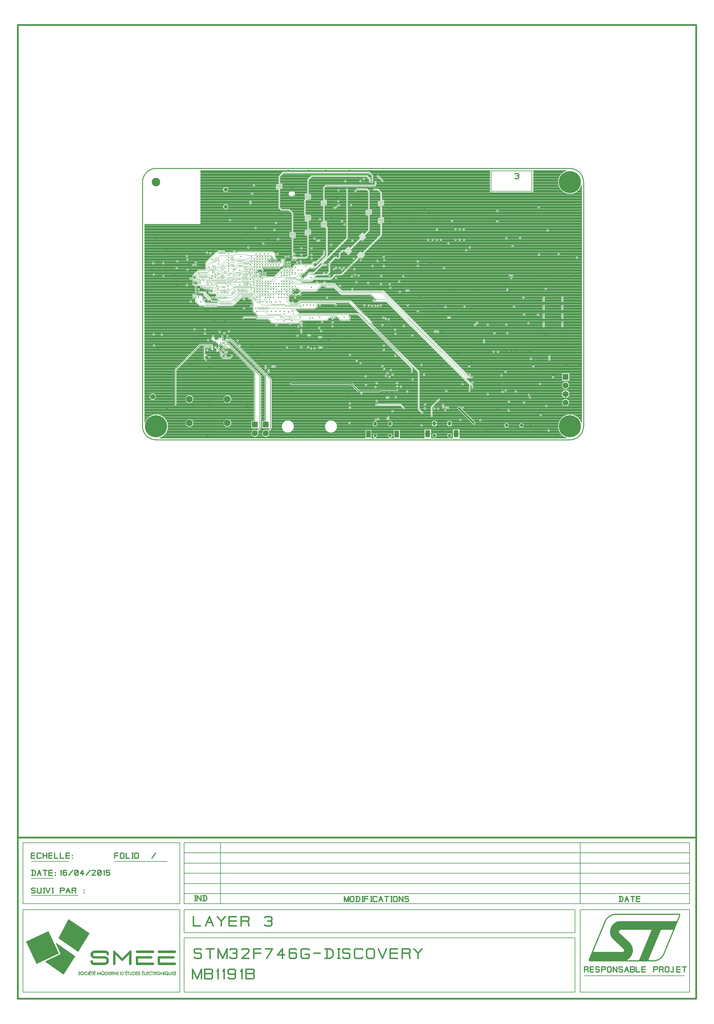
<source format=gbr>
G70*
%FSLAX55Y55*%
%ADD11C,0.00984*%
%ADD12C,0.00472*%
%ADD13C,0.01969*%
%ADD14C,0.01181*%
%ADD15C,0.00787*%
%ADD16C,0.00827*%
%ADD17C,0.00591*%
%ADD18C,0.00394*%
%ADD19C,0.00197*%
%ADD20C,0.25591*%
%ADD21C,0.03937*%
%ADD22C,0.07874*%
%ADD23C,0.09843*%
%ADD24C,0.06000*%
%ADD25R,0.05512X0.08465*%
%ADD26O,0.03937X0.04724*%
%ADD27C,0.04600*%
%ADD28R,0.07000X0.07000*%
%ADD29C,0.07000*%
%ADD30C,0.01378*%
%ADD31C,0.01575*%
%ADD32C,0.01200*%
%ADD33C,0.01181*%
D11*
X164334Y684059D02*
G75*
G03X180082Y668311I15747J-00001D01*
G01X660397Y668311*
G75*
G03X676145Y684059I00001J15747*
G01X676145Y967524*
G75*
G03X660397Y983272I-15747J00001*
G01X180082Y983272*
G75*
G03X164334Y967524I-00001J-15747*
G01X164334Y684059*
D12*
X430870Y967721D02*
X430870Y975044D01*
X427366Y978548*
X327366Y978548*
X322878Y974059*
X322878Y965359*
X323114Y965122*
X325476Y965122*
X325712Y964886*
X325712Y964414*
X325476Y964178*
X320279Y964178*
X320043Y963941*
X320043Y963469*
X320279Y963233*
X325476Y963233*
X325712Y962996*
X325712Y962524*
X325476Y962288*
X320279Y962288*
X320043Y962052*
X320043Y961579*
X320279Y961343*
X325476Y961343*
X325712Y961107*
X325712Y960634*
X325476Y960398*
X320279Y960398*
X320043Y960162*
X320043Y959689*
X320279Y959453*
X322641Y959453*
X322878Y959217*
X322878Y937721*
X325200Y935398*
X334452Y935398*
X338350Y931500*
X338350Y909059*
X338114Y908823*
X335752Y908823*
X335515Y908587*
X335515Y908115*
X335752Y907878*
X340948Y907878*
X341185Y907642*
X341185Y907170*
X340948Y906933*
X335752Y906933*
X335515Y906697*
X335515Y906225*
X335752Y905989*
X340948Y905989*
X341185Y905752*
X341185Y905280*
X340948Y905044*
X335752Y905044*
X335515Y904807*
X335515Y904335*
X335752Y904099*
X340948Y904099*
X341185Y903863*
X341185Y903390*
X340948Y903154*
X338586Y903154*
X338350Y902918*
X338350Y880910*
X328901Y843115D02*
X330476Y844689D01*
X330476Y854335*
X332051Y855910*
X341893Y855910*
X342878Y854926*
X350752Y854926*
X357838Y862012*
X362956Y862012*
X372602Y871658*
X372602Y873233*
X401539Y902170*
X401539Y958863*
X432444Y830122D02*
X433429Y829138D01*
X447799Y829138*
X543862Y733075*
X543862Y725595*
D13*
X531275Y705504D02*
X548980Y687800D01*
D14*
X336775Y733469D02*
X406657Y733469D01*
X415319Y724807*
X439137Y724807*
X440712Y726382*
X459610Y726382*
D12*
X338350Y877760D02*
X339925Y879335D01*
X353507Y879335*
X356224Y882052*
X356224Y905989*
X355988Y906225*
X353626Y906225*
X353389Y906461*
X353389Y906933*
X353626Y907170*
X358822Y907170*
X359059Y907406*
X359059Y907878*
X358822Y908115*
X353626Y908115*
X353389Y908351*
X353389Y908823*
X353626Y909059*
X358822Y909059*
X359059Y909296*
X359059Y909768*
X358822Y910004*
X353626Y910004*
X353389Y910241*
X353389Y910713*
X353626Y910949*
X358822Y910949*
X359059Y911185*
X359059Y911658*
X358822Y911894*
X356460Y911894*
X356224Y912130*
X356224Y922288*
X355988Y922524*
X353626Y922524*
X353389Y922760*
X353389Y923233*
X353626Y923469*
X358822Y923469*
X359059Y923705*
X359059Y924178*
X358822Y924414*
X353626Y924414*
X353389Y924650*
X353389Y925122*
X353626Y925359*
X358822Y925359*
X359059Y925595*
X359059Y926067*
X358822Y926304*
X353626Y926304*
X353389Y926540*
X353389Y927012*
X353626Y927248*
X358822Y927248*
X359059Y927485*
X359059Y927957*
X358822Y928193*
X354295Y928193*
X352681Y929807*
X352681Y946028*
X354689Y948036*
X358822Y948036*
X359059Y948272*
X359059Y948744*
X358822Y948981*
X353626Y948981*
X353389Y949217*
X353389Y949689*
X353626Y949926*
X358822Y949926*
X359059Y950162*
X359059Y950634*
X358822Y950870*
X353626Y950870*
X353389Y951107*
X353389Y951579*
X353626Y951815*
X358822Y951815*
X359059Y952052*
X359059Y952524*
X358822Y952760*
X353626Y952760*
X353389Y952996*
X353389Y953469*
X353626Y953705*
X355988Y953705*
X356224Y953941*
X356224Y970319*
X360319Y974414*
X424767Y974414*
X428114Y971067*
X428114Y968115*
X238547Y843311D02*
X239925Y844689D01*
X252878Y844689*
X254374Y846185*
X256303Y846185*
X256539Y845949*
X256539Y844965*
X256775Y844729*
X257248Y844729*
X257484Y844965*
X257484Y846776*
X257720Y847012*
X258193Y847012*
X258429Y846776*
X258429Y844965*
X258665Y844729*
X259137Y844729*
X259374Y844965*
X259374Y845949*
X259610Y846185*
X260319Y846185*
X265122Y850989*
X267838Y850989*
X272208Y846619*
X290673Y846619*
X291736Y847681*
X291736Y848823*
X292326Y849414*
X294649Y849414*
X296224Y850989*
X310988Y850989*
X314137Y854138*
X315712Y854138*
X325161Y863587*
X336775Y863587*
X338350Y862012*
X341500Y868311D02*
X339925Y866737D01*
X326736Y866737*
X317287Y857288*
X302838Y857288*
X301381Y855831*
X288468Y855831*
X286736Y854099*
X280397Y854099*
X278389Y852091*
X270633Y852091*
X269334Y853390*
X264570Y853390*
X261972Y850792*
X249177Y850792*
X246224Y847839*
X224570Y847839*
X222996Y849414*
X351145Y824807D02*
X351145Y824611D01*
X351067Y824689*
X346550Y824689*
X345369Y823508*
X329767Y823508*
X328586Y824689*
X302838Y824689*
X300161Y827367*
X297208Y827367*
X290122Y834453*
X281657Y834453*
X281067Y833863*
X281067Y833666*
X332051Y836815D02*
X333626Y835241D01*
X333626Y829256*
X336539Y826343*
X343591Y826343*
X346425Y829178*
X405752Y829178*
X429885Y805044*
X429885Y804926*
X310004Y836815D02*
X311578Y835241D01*
X311578Y827957*
X313901Y825634*
X329177Y825634*
X330358Y824453*
X344374Y824453*
X347208Y827288*
X386263Y827288*
X388744Y824807*
X388547Y824807*
X266303Y849020D02*
X269649Y845674D01*
X293862Y845674*
X296027Y847839*
X310988Y847839*
X311578Y848430*
X311578Y850201*
X313547Y852170*
X316696Y852170*
X321618Y857091*
X326342Y857091*
X327326Y858075*
X327326Y859847*
X327917Y860437*
X341303Y860437*
X341500Y860634*
X341500Y862012*
X332051Y852563D02*
X334216Y854729D01*
X341696Y854729*
X342484Y853941*
X359610Y853941*
X365712Y860044*
X378114Y860044*
X381145Y863075*
X381145Y873587*
X387720Y880162*
X389059Y880162*
X390240Y878980*
X391774Y878980*
X392878Y880083*
X392878Y884532*
X396342Y887996*
X399087Y887996*
X403135Y883949*
X403469Y883949*
X403803Y884283*
X403803Y884617*
X400128Y888292*
X400128Y888626*
X400462Y888960*
X400796Y888960*
X404471Y885285*
X404805Y885285*
X405139Y885619*
X405139Y885953*
X401464Y889628*
X401464Y889962*
X401798Y890296*
X402132Y890296*
X405807Y886621*
X406141Y886621*
X406475Y886956*
X406475Y887290*
X402801Y890964*
X402801Y891298*
X403135Y891633*
X403469Y891633*
X405139Y889962*
X405473Y889962*
X417333Y901822*
X417667Y901822*
X419337Y900151*
X419671Y900151*
X420005Y900486*
X420005Y900820*
X416331Y904494*
X416331Y904828*
X416665Y905163*
X416999Y905163*
X420674Y901488*
X421008Y901488*
X421342Y901822*
X421342Y902156*
X417667Y905831*
X417667Y906165*
X418001Y906499*
X418335Y906499*
X422010Y902824*
X422344Y902824*
X422678Y903158*
X422678Y903492*
X419003Y907167*
X419003Y907501*
X419337Y907835*
X419671Y907835*
X421342Y906165*
X421676Y906165*
X426854Y911343*
X426854Y929414*
X426618Y929650*
X424256Y929650*
X424019Y929886*
X424019Y930359*
X424256Y930595*
X429452Y930595*
X429689Y930831*
X429689Y931304*
X429452Y931540*
X424256Y931540*
X424019Y931776*
X424019Y932248*
X424256Y932485*
X429452Y932485*
X429689Y932721*
X429689Y933193*
X429452Y933430*
X424256Y933430*
X424019Y933666*
X424019Y934138*
X424256Y934374*
X429452Y934374*
X429689Y934611*
X429689Y935083*
X429452Y935319*
X427090Y935319*
X426854Y935556*
X426854Y957012*
X424610Y959256*
X413350Y959256*
X499807Y696304D02*
X499807Y706540D01*
X508232Y714965*
X508232Y714768*
X325752Y843115D02*
X327326Y844689D01*
X327326Y854138*
X330082Y856894*
X341696Y856894*
X346618Y861815*
X350948Y861815*
X357444Y868311*
X364649Y868311*
X378074Y881737*
X378074Y914729*
X376696Y916107*
X372090Y916107*
X371854Y916343*
X371854Y916815*
X372090Y917052*
X377287Y917052*
X377523Y917288*
X377523Y917760*
X377287Y917996*
X372090Y917996*
X371854Y918233*
X371854Y918705*
X372090Y918941*
X377287Y918941*
X377523Y919178*
X377523Y919650*
X377287Y919886*
X372090Y919886*
X371854Y920122*
X371854Y920595*
X372090Y920831*
X377287Y920831*
X377523Y921067*
X377523Y921540*
X377287Y921776*
X374925Y921776*
X374689Y922012*
X374689Y940437*
X374452Y940674*
X372090Y940674*
X371854Y940910*
X371854Y941382*
X372090Y941619*
X377287Y941619*
X377523Y941855*
X377523Y942327*
X377287Y942563*
X372090Y942563*
X371854Y942800*
X371854Y943272*
X372090Y943508*
X377287Y943508*
X377523Y943744*
X377523Y944217*
X377287Y944453*
X372090Y944453*
X371854Y944689*
X371854Y945162*
X372090Y945398*
X377287Y945398*
X377523Y945634*
X377523Y946107*
X377287Y946343*
X374925Y946343*
X374689Y946579*
X374689Y961028*
X377051Y963390*
X433783Y963390*
X434807Y964414*
X434807Y967918*
X310004Y833666D02*
X310004Y833469D01*
X304885Y828351*
X297799Y828351*
X290712Y835437*
X280279Y835437*
X269256Y824414*
X251027Y824414*
X250791Y824178*
X250791Y823508*
X250555Y823272*
X250082Y823272*
X249846Y823508*
X249846Y825004*
X249610Y825241*
X249137Y825241*
X248901Y825004*
X248901Y823508*
X248665Y823272*
X248193Y823272*
X247956Y823508*
X247956Y825004*
X247720Y825241*
X247248Y825241*
X247011Y825004*
X247011Y823508*
X246775Y823272*
X246303Y823272*
X246067Y823508*
X246067Y825004*
X245830Y825241*
X245358Y825241*
X245122Y825004*
X245122Y823508*
X244885Y823272*
X244413Y823272*
X244177Y823508*
X244177Y825004*
X243941Y825241*
X243468Y825241*
X243232Y825004*
X243232Y823508*
X242996Y823272*
X242523Y823272*
X242287Y823508*
X242287Y825004*
X242051Y825241*
X241578Y825241*
X241342Y825004*
X241342Y823508*
X241106Y823272*
X240633Y823272*
X240397Y823508*
X240397Y825004*
X240161Y825241*
X239689Y825241*
X239452Y825004*
X239452Y823508*
X239216Y823272*
X238744Y823272*
X238507Y823508*
X238507Y825004*
X238271Y825241*
X237799Y825241*
X237563Y825004*
X237563Y823508*
X237326Y823272*
X236854Y823272*
X236618Y823508*
X236618Y824178*
X236381Y824414*
X230909Y824414*
X226145Y829178*
X226145Y833666*
X306854Y836815D02*
X305279Y835241D01*
X295633Y835241*
X293468Y837406*
X276145Y837406*
X275644Y836905*
X275644Y836571*
X276228Y835987*
X276228Y835653*
X275894Y835319*
X275560Y835319*
X274468Y836411*
X274134Y836411*
X273799Y836077*
X273799Y835743*
X274892Y834651*
X274892Y834317*
X274557Y833983*
X274223Y833983*
X273131Y835075*
X272797Y835075*
X272463Y834741*
X272463Y834407*
X273555Y833314*
X273555Y832980*
X273221Y832646*
X272887Y832646*
X271795Y833738*
X271461Y833738*
X271127Y833404*
X271127Y833070*
X272219Y831978*
X272219Y831644*
X271885Y831310*
X271551Y831310*
X270459Y832402*
X270125Y832402*
X269791Y832068*
X269791Y831734*
X270883Y830642*
X270883Y830308*
X270549Y829974*
X270215Y829974*
X269122Y831066*
X268788Y831066*
X268454Y830732*
X268454Y830398*
X268629Y830223*
X268629Y829889*
X268114Y829374*
X253665Y829374*
X253429Y829611*
X253429Y830595*
X253193Y830831*
X252720Y830831*
X252484Y830595*
X252484Y828823*
X252248Y828587*
X251775Y828587*
X251539Y828823*
X251539Y829138*
X251303Y829374*
X245004Y829374*
X241972Y832406*
X241972Y832740*
X242383Y833152*
X242383Y833486*
X242049Y833820*
X241715Y833820*
X240175Y832280*
X239841Y832280*
X239507Y832614*
X239507Y832948*
X241047Y834488*
X241047Y834822*
X240713Y835156*
X240379Y835156*
X238839Y833617*
X238505Y833617*
X238171Y833951*
X238171Y834285*
X239710Y835824*
X239710Y836158*
X239376Y836492*
X239042Y836492*
X237503Y834953*
X237169Y834953*
X236835Y835287*
X236835Y835621*
X238374Y837160*
X238374Y837494*
X238040Y837829*
X237706Y837829*
X236167Y836289*
X235833Y836289*
X235498Y836623*
X235498Y836957*
X236292Y837751*
X236292Y838085*
X234413Y839965*
X229295Y839965*
X306854Y833666D02*
X306854Y832485D01*
X303704Y829335*
X298783Y829335*
X291696Y836422*
X279098Y836422*
X269334Y826658*
X267366Y826658*
X267130Y826422*
X267130Y825910*
X266893Y825674*
X266421Y825674*
X266185Y825910*
X266185Y827642*
X265948Y827878*
X265476Y827878*
X265240Y827642*
X265240Y825910*
X265004Y825674*
X264531Y825674*
X264295Y825910*
X264295Y827642*
X264059Y827878*
X263586Y827878*
X263350Y827642*
X263350Y825910*
X263114Y825674*
X262641Y825674*
X262405Y825910*
X262405Y827642*
X262169Y827878*
X261696Y827878*
X261460Y827642*
X261460Y825910*
X261224Y825674*
X260752Y825674*
X260515Y825910*
X260515Y827642*
X260279Y827878*
X259807Y827878*
X259570Y827642*
X259570Y825910*
X259334Y825674*
X258862Y825674*
X258626Y825910*
X258626Y827642*
X258389Y827878*
X257917Y827878*
X257681Y827642*
X257681Y825910*
X257444Y825674*
X256972Y825674*
X256736Y825910*
X256736Y827642*
X256500Y827878*
X256027Y827878*
X255791Y827642*
X255791Y825910*
X255555Y825674*
X255082Y825674*
X254846Y825910*
X254846Y827642*
X254610Y827878*
X254137Y827878*
X253901Y827642*
X253901Y826894*
X253665Y826658*
X237405Y826658*
X233547Y830516*
X233547Y833823*
X232130Y835241*
X224570Y835241*
X222996Y833666*
X335200Y843115D02*
X333626Y841540D01*
X322011Y841540*
X318862Y844689*
X268901Y844689*
X265752Y841540*
X262169Y841540*
X261933Y841304*
X261933Y838784*
X261696Y838548*
X261224Y838548*
X260988Y838784*
X260988Y842563*
X260752Y842800*
X260279Y842800*
X260043Y842563*
X260043Y838784*
X259807Y838548*
X259334Y838548*
X259098Y838784*
X259098Y842563*
X258862Y842800*
X258389Y842800*
X258153Y842563*
X258153Y838784*
X257917Y838548*
X257444Y838548*
X257208Y838784*
X257208Y842563*
X256972Y842800*
X256500Y842800*
X256263Y842563*
X256263Y838784*
X256027Y838548*
X255555Y838548*
X255319Y838784*
X255319Y842563*
X255082Y842800*
X254610Y842800*
X254374Y842563*
X254374Y841776*
X254137Y841540*
X246618Y841540*
X245043Y839965*
X338350Y843115D02*
X336775Y841540D01*
X336775Y838587*
X336578Y838390*
X273862Y838390*
X269137Y833666*
X263153Y833666*
X262917Y833430*
X262917Y832563*
X262681Y832327*
X262208Y832327*
X261972Y832563*
X261972Y834532*
X261736Y834768*
X261263Y834768*
X261027Y834532*
X261027Y832563*
X260791Y832327*
X260319Y832327*
X260082Y832563*
X260082Y834532*
X259846Y834768*
X259374Y834768*
X259137Y834532*
X259137Y832563*
X258901Y832327*
X258429Y832327*
X258193Y832563*
X258193Y834532*
X257956Y834768*
X257484Y834768*
X257248Y834532*
X257248Y832563*
X257011Y832327*
X256539Y832327*
X256303Y832563*
X256303Y834532*
X256067Y834768*
X255594Y834768*
X255358Y834532*
X255358Y832563*
X255122Y832327*
X254649Y832327*
X254413Y832563*
X254413Y834532*
X254177Y834768*
X253704Y834768*
X253468Y834532*
X253468Y832563*
X253232Y832327*
X252759Y832327*
X252523Y832563*
X252523Y834532*
X252287Y834768*
X251815Y834768*
X251578Y834532*
X251578Y832563*
X251342Y832327*
X250870Y832327*
X250633Y832563*
X250633Y834532*
X250397Y834768*
X249925Y834768*
X249689Y834532*
X249689Y833902*
X249452Y833666*
X248193Y833666*
X310004Y839965D02*
X308429Y841540D01*
X293271Y841540*
X291500Y839768*
X289216Y839768*
X287287Y841697*
X286027Y841697*
X285791Y841461*
X285791Y840083*
X285555Y839847*
X285082Y839847*
X284846Y840083*
X284846Y843115*
X284610Y843351*
X284137Y843351*
X283901Y843115*
X283901Y840083*
X283665Y839847*
X283193Y839847*
X282956Y840083*
X282956Y843115*
X282720Y843351*
X282248Y843351*
X282011Y843115*
X282011Y840083*
X281775Y839847*
X281303Y839847*
X281067Y840083*
X281067Y843115*
X280830Y843351*
X280358Y843351*
X280122Y843115*
X280122Y840083*
X279885Y839847*
X279413Y839847*
X279177Y840083*
X279177Y843115*
X278941Y843351*
X278468Y843351*
X278232Y843115*
X278232Y840083*
X277996Y839847*
X277523Y839847*
X277287Y840083*
X277287Y843115*
X277051Y843351*
X276578Y843351*
X276342Y843115*
X276342Y840083*
X276106Y839847*
X275633Y839847*
X275397Y840083*
X275397Y843115*
X275161Y843351*
X274689Y843351*
X274452Y843115*
X274452Y841933*
X274216Y841697*
X273429Y841697*
X272259Y840528*
X271925Y840528*
X271506Y840947*
X271172Y840947*
X270838Y840613*
X270838Y840279*
X271712Y839405*
X271712Y839071*
X271378Y838737*
X271044Y838737*
X269161Y840620*
X268827Y840620*
X268493Y840286*
X268493Y839952*
X270376Y838068*
X270376Y837734*
X270042Y837400*
X269708Y837400*
X267825Y839284*
X267491Y839284*
X267156Y838949*
X267156Y838615*
X268585Y837187*
X268585Y836853*
X267996Y836264*
X251106Y836264*
X248980Y838390*
X243468Y838390*
X241893Y839965*
X234807Y853744D02*
X237563Y850989D01*
X238271Y850989*
X238507Y851225*
X238507Y852839*
X238744Y853075*
X239216Y853075*
X239452Y852839*
X239452Y849099*
X239689Y848863*
X240161Y848863*
X240397Y849099*
X240397Y850752*
X240633Y850989*
X244059Y850989*
X244846Y851776*
X261578Y851776*
X264137Y854335*
X268822Y854335*
X269059Y854571*
X269059Y854729*
X269295Y854965*
X269767Y854965*
X270004Y854729*
X270004Y854296*
X270240Y854059*
X270712Y854059*
X270948Y854296*
X270948Y854729*
X271185Y854965*
X271657Y854965*
X271893Y854729*
X271893Y853272*
X272130Y853036*
X272602Y853036*
X272838Y853272*
X272838Y854099*
X273074Y854335*
X274649Y854335*
X275150Y854836*
X275150Y855170*
X273948Y856373*
X273948Y856707*
X274282Y857041*
X274616Y857041*
X275819Y855838*
X276153Y855838*
X277051Y856737*
X279216Y856737*
X279452Y856500*
X279452Y855280*
X279689Y855044*
X280161Y855044*
X280397Y855280*
X280397Y857878*
X280633Y858115*
X281106Y858115*
X281342Y857878*
X281342Y855280*
X281578Y855044*
X282051Y855044*
X282287Y855280*
X282287Y857800*
X282523Y858036*
X282996Y858036*
X283232Y857800*
X283232Y855280*
X283468Y855044*
X283941Y855044*
X284177Y855280*
X284177Y857800*
X284413Y858036*
X284885Y858036*
X285122Y857800*
X285122Y855280*
X285358Y855044*
X285830Y855044*
X286067Y855280*
X286067Y856500*
X286303Y856737*
X287366Y856737*
X287917Y857288*
X289964Y857288*
X290200Y857052*
X290200Y857012*
X290437Y856776*
X290909Y856776*
X291145Y857012*
X291145Y858311*
X291381Y858548*
X291854Y858548*
X292090Y858311*
X292090Y857012*
X292326Y856776*
X292799Y856776*
X293035Y857012*
X293035Y859256*
X293271Y859493*
X293744Y859493*
X293980Y859256*
X293980Y857012*
X294216Y856776*
X294689Y856776*
X294925Y857012*
X294925Y859256*
X295161Y859493*
X295633Y859493*
X295870Y859256*
X295870Y857524*
X296106Y857288*
X298980Y857288*
X300555Y858863*
X232444Y845870D02*
X233704Y845870D01*
X233941Y846107*
X233941Y846185*
X234177Y846422*
X234649Y846422*
X234885Y846185*
X234885Y844453*
X235122Y844217*
X235594Y844217*
X235830Y844453*
X235830Y846185*
X236067Y846422*
X236539Y846422*
X236775Y846185*
X236775Y844847*
X237011Y844611*
X237484Y844611*
X237720Y844847*
X237720Y845634*
X237956Y845870*
X245633Y845870*
X249570Y849807*
X262366Y849807*
X264767Y852209*
X268901Y852209*
X270043Y851067*
X280515Y851067*
X280752Y851304*
X280752Y852485*
X280988Y852721*
X281460Y852721*
X281696Y852485*
X281696Y848036*
X281933Y847800*
X282405Y847800*
X282641Y848036*
X282641Y852485*
X282878Y852721*
X283350Y852721*
X283586Y852485*
X283586Y848036*
X283822Y847800*
X284295Y847800*
X284531Y848036*
X284531Y852485*
X284767Y852721*
X285240Y852721*
X285476Y852485*
X285476Y848036*
X285712Y847800*
X286185Y847800*
X286421Y848036*
X286421Y852485*
X286657Y852721*
X287130Y852721*
X287366Y852485*
X287366Y849571*
X287602Y849335*
X288074Y849335*
X288311Y849571*
X288311Y850831*
X288547Y851067*
X289334Y851067*
X290830Y852563*
X294059Y852563*
X295555Y854059*
X302051Y854059*
X303704Y855713*
X226145Y855713D02*
X227996Y857563D01*
X228704Y857563*
X228941Y857800*
X228941Y858705*
X229177Y858941*
X229649Y858941*
X229885Y858705*
X229885Y856697*
X230122Y856461*
X230594Y856461*
X230830Y856697*
X230830Y858863*
X231067Y859099*
X231539Y859099*
X231775Y858863*
X231775Y856697*
X232011Y856461*
X232484Y856461*
X232720Y856697*
X232720Y858863*
X232956Y859099*
X233429Y859099*
X233665Y858863*
X233665Y856894*
X233901Y856658*
X234374Y856658*
X234610Y856894*
X234610Y858863*
X234846Y859099*
X235319Y859099*
X235555Y858863*
X235555Y856894*
X235791Y856658*
X236263Y856658*
X236500Y856894*
X236500Y858863*
X236736Y859099*
X237208Y859099*
X237444Y858863*
X237444Y856697*
X237681Y856461*
X238153Y856461*
X238389Y856697*
X238389Y858863*
X238626Y859099*
X239098Y859099*
X239334Y858863*
X239334Y856697*
X239570Y856461*
X240043Y856461*
X240279Y856697*
X240279Y857327*
X240515Y857563*
X242405Y857563*
X243468Y856500*
X243468Y854926*
X244452Y853941*
X260988Y853941*
X264137Y857091*
X268862Y857091*
X269599Y857828*
X269599Y858162*
X269018Y858743*
X269018Y859077*
X269353Y859411*
X269687Y859411*
X271375Y857722*
X271709Y857722*
X272044Y858056*
X272044Y858390*
X270363Y860071*
X270363Y860405*
X270697Y860739*
X271031Y860739*
X272712Y859059*
X273046Y859059*
X273380Y859393*
X273380Y859727*
X272606Y860501*
X272606Y860835*
X273586Y861815*
X279098Y861815*
X280870Y863587*
X285004Y863587*
X285476Y863115*
X285948Y863115*
X286421Y863587*
X286893Y863587*
X287130Y863351*
X287130Y862012*
X287366Y861776*
X287838Y861776*
X288074Y862012*
X288074Y863351*
X288311Y863587*
X288783Y863587*
X289019Y863351*
X289019Y862012*
X289256Y861776*
X289728Y861776*
X289964Y862012*
X289964Y863351*
X290200Y863587*
X290673Y863587*
X290909Y863351*
X290909Y862012*
X291145Y861776*
X291618Y861776*
X291854Y862012*
X291854Y863351*
X292090Y863587*
X295043Y863587*
X296618Y865162*
X297405Y865162*
X219846Y855713D02*
X222208Y855713D01*
X223783Y854138*
X227484Y854138*
X227720Y854374*
X227720Y855004*
X227956Y855241*
X228429Y855241*
X228665Y855004*
X228665Y849256*
X228901Y849020*
X229374Y849020*
X229610Y849256*
X229610Y855004*
X229846Y855241*
X230319Y855241*
X230555Y855004*
X230555Y849256*
X230791Y849020*
X231263Y849020*
X231500Y849256*
X231500Y853902*
X231736Y854138*
X232444Y854138*
X234019Y855713*
X235988Y855713*
X237563Y854138*
X242681Y854138*
X243862Y852957*
X261381Y852957*
X264334Y855910*
X271815Y855910*
X276736Y860831*
X281460Y860831*
X281696Y860595*
X281696Y859217*
X281933Y858981*
X282405Y858981*
X282641Y859217*
X282641Y861933*
X282878Y862170*
X283350Y862170*
X283586Y861933*
X283586Y859217*
X283822Y858981*
X284295Y858981*
X284531Y859217*
X284531Y861933*
X284767Y862170*
X285240Y862170*
X285476Y861933*
X285476Y859217*
X285712Y858981*
X286185Y858981*
X286421Y859217*
X286421Y860595*
X286657Y860831*
X291500Y860831*
X291893Y860437*
X298783Y860437*
X300358Y862012*
X300555Y862012*
X303704Y865162D02*
X302130Y866737D01*
X292641Y866737*
X292405Y866500*
X292405Y866067*
X292169Y865831*
X291696Y865831*
X291460Y866067*
X291460Y867957*
X291224Y868193*
X290752Y868193*
X290515Y867957*
X290515Y866894*
X290279Y866658*
X289807Y866658*
X289570Y866894*
X289570Y867957*
X289334Y868193*
X288862Y868193*
X288626Y867957*
X288626Y866973*
X288389Y866737*
X286421Y866737*
X286185Y866500*
X286185Y864768*
X285948Y864532*
X285476Y864532*
X285240Y864768*
X285240Y868705*
X285004Y868941*
X284531Y868941*
X284295Y868705*
X284295Y864768*
X284059Y864532*
X283586Y864532*
X283350Y864768*
X283350Y868705*
X283114Y868941*
X282641Y868941*
X282405Y868705*
X282405Y866973*
X282169Y866737*
X281460Y866737*
X277523Y862800*
X271421Y862800*
X269649Y861028*
X263507Y861028*
X260240Y857760*
X259531Y857760*
X259295Y857524*
X259295Y855674*
X259059Y855437*
X258586Y855437*
X258350Y855674*
X258350Y859926*
X258114Y860162*
X257641Y860162*
X257405Y859926*
X257405Y855674*
X257169Y855437*
X256696Y855437*
X256460Y855674*
X256460Y859926*
X256224Y860162*
X255752Y860162*
X255515Y859926*
X255515Y855674*
X255279Y855437*
X254807Y855437*
X254570Y855674*
X254570Y857524*
X254334Y857760*
X252208Y857760*
X250161Y855713*
X248193Y855713*
X246618Y857288*
X244256Y857288*
X241106Y860437*
X229689Y860437*
X237956Y866737D02*
X237956Y873823D01*
X249846Y885713*
X252051Y885713*
X252287Y885949*
X252287Y887327*
X252523Y887563*
X252996Y887563*
X253232Y887327*
X253232Y884493*
X253468Y884256*
X253941Y884256*
X254177Y884493*
X254177Y887327*
X254413Y887563*
X254885Y887563*
X255122Y887327*
X255122Y884493*
X255358Y884256*
X255830Y884256*
X256067Y884493*
X256067Y887327*
X256303Y887563*
X256775Y887563*
X257011Y887327*
X257011Y884493*
X257248Y884256*
X257720Y884256*
X257956Y884493*
X257956Y887327*
X258193Y887563*
X258665Y887563*
X258901Y887327*
X258901Y884493*
X259137Y884256*
X259610Y884256*
X259846Y884493*
X259846Y885477*
X260082Y885713*
X274492Y885713*
X275200Y886422*
X315161Y886422*
X317878Y883705*
X317878Y879335*
X319452Y877760*
X248980Y860437D02*
X252523Y863981D01*
X254925Y863981*
X255698Y864754*
X256032Y864754*
X256408Y864378*
X256742Y864378*
X257076Y864712*
X257076Y865046*
X255667Y866456*
X255667Y866790*
X256001Y867124*
X256335Y867124*
X257745Y865715*
X258079Y865715*
X258413Y866049*
X258413Y866383*
X257003Y867792*
X257003Y868126*
X257337Y868460*
X257671Y868460*
X259081Y867051*
X259415Y867051*
X259749Y867385*
X259749Y867719*
X258340Y869129*
X258340Y869463*
X258674Y869797*
X259008Y869797*
X259707Y869097*
X260041Y869097*
X261815Y870870*
X266775Y870870*
X267011Y871107*
X267011Y872052*
X267248Y872288*
X267720Y872288*
X267956Y872052*
X267956Y869493*
X268193Y869256*
X268665Y869256*
X268901Y869493*
X268901Y872052*
X269137Y872288*
X269610Y872288*
X269846Y872052*
X269846Y869493*
X270082Y869256*
X270555Y869256*
X270791Y869493*
X270791Y870634*
X271027Y870870*
X272641Y870870*
X274807Y873036*
X280673Y873036*
X280909Y873272*
X280909Y874256*
X281145Y874493*
X281618Y874493*
X281854Y874256*
X281854Y872248*
X282090Y872012*
X282563Y872012*
X282799Y872248*
X282799Y874256*
X283035Y874493*
X283507Y874493*
X283744Y874256*
X283744Y872248*
X283980Y872012*
X284452Y872012*
X284689Y872248*
X284689Y874256*
X284925Y874493*
X285397Y874493*
X285633Y874256*
X285633Y872248*
X285870Y872012*
X286342Y872012*
X286578Y872248*
X286578Y874256*
X286815Y874493*
X287287Y874493*
X287523Y874256*
X287523Y872760*
X287759Y872524*
X288232Y872524*
X288468Y872760*
X288468Y872800*
X288704Y873036*
X324177Y873036*
X325752Y874611*
X325752Y877760*
X328901Y877760D02*
X327326Y876185D01*
X327326Y871461*
X325752Y869886*
X280712Y869886*
X280476Y870122*
X280476Y871225*
X280240Y871461*
X279767Y871461*
X279531Y871225*
X279531Y868941*
X279295Y868705*
X278822Y868705*
X278586Y868941*
X278586Y871225*
X278350Y871461*
X277878Y871461*
X277641Y871225*
X277641Y868941*
X277405Y868705*
X276933Y868705*
X276696Y868941*
X276696Y871225*
X276460Y871461*
X275988Y871461*
X275752Y871225*
X275752Y870122*
X275515Y869886*
X274807Y869886*
X272493Y867573*
X272493Y867239*
X272769Y866963*
X272769Y866629*
X272435Y866295*
X272101Y866295*
X270559Y867837*
X270225Y867837*
X269891Y867503*
X269891Y867169*
X271433Y865627*
X271433Y865293*
X271099Y864959*
X270765Y864959*
X269222Y866501*
X268888Y866501*
X268554Y866167*
X268554Y865833*
X269487Y864900*
X269487Y864566*
X267130Y862209*
X261854Y862209*
X261618Y862445*
X261618Y863784*
X261381Y864020*
X260909Y864020*
X260673Y863784*
X260673Y861264*
X260437Y861028*
X259964Y861028*
X259728Y861264*
X259728Y863784*
X259492Y864020*
X259019Y864020*
X258783Y863784*
X258783Y862445*
X258547Y862209*
X252130Y862209*
X251342Y861422*
X251342Y860044*
X250161Y858863*
X245043Y858863*
X222996Y858863D02*
X227326Y863193D01*
X239137Y863193*
X244649Y868705*
X245358Y868705*
X245594Y868941*
X245594Y870477*
X245830Y870713*
X246303Y870713*
X246539Y870477*
X246539Y867800*
X246775Y867563*
X247248Y867563*
X247484Y867800*
X247484Y870477*
X247720Y870713*
X248193Y870713*
X248429Y870477*
X248429Y868941*
X248665Y868705*
X252917Y868705*
X261972Y877760*
X266381Y877760*
X266618Y877996*
X266618Y880634*
X266854Y880870*
X267326Y880870*
X267563Y880634*
X267563Y876461*
X267799Y876225*
X268271Y876225*
X268507Y876461*
X268507Y880634*
X268744Y880870*
X269216Y880870*
X269452Y880634*
X269452Y876461*
X269689Y876225*
X270161Y876225*
X270397Y876461*
X270397Y877524*
X270633Y877760*
X285004Y877760*
X286578Y879335*
X311578Y879335*
X313153Y877760*
X229295Y865162D02*
X238547Y865162D01*
X240122Y866737*
X240122Y872445*
X241500Y873823*
X245752Y873823*
X246253Y874324*
X246253Y874658*
X245385Y875526*
X245385Y875860*
X245719Y876194*
X246053Y876194*
X248072Y874175*
X248406Y874175*
X248740Y874509*
X248740Y874843*
X246721Y876863*
X246721Y877197*
X247055Y877531*
X247389Y877531*
X249409Y875511*
X249743Y875511*
X250077Y875846*
X250077Y876180*
X248057Y878199*
X248057Y878533*
X248392Y878867*
X248726Y878867*
X250745Y876848*
X251079Y876848*
X251413Y877182*
X251413Y877516*
X249394Y879535*
X249394Y879869*
X249728Y880203*
X250062Y880203*
X252081Y878184*
X252415Y878184*
X252749Y878518*
X252749Y878852*
X251932Y879670*
X251932Y880004*
X254019Y882091*
X270043Y882091*
X271618Y883666*
X284610Y883666*
X285791Y882485*
X313744Y882485*
X316303Y879926*
X316303Y877760*
X366893Y824807D02*
X366893Y823823D01*
X364137Y821067*
X310633Y821067*
X310397Y821304*
X310397Y822052*
X310161Y822288*
X309689Y822288*
X309452Y822052*
X309452Y820004*
X309216Y819768*
X308744Y819768*
X308507Y820004*
X308507Y822052*
X308271Y822288*
X307799Y822288*
X307563Y822052*
X307563Y820004*
X307326Y819768*
X306854Y819768*
X306618Y820004*
X306618Y822052*
X306381Y822288*
X305909Y822288*
X305673Y822052*
X305673Y820004*
X305437Y819768*
X304964Y819768*
X304728Y820004*
X304728Y822052*
X304492Y822288*
X304019Y822288*
X303783Y822052*
X303783Y820004*
X303547Y819768*
X303074Y819768*
X302838Y820004*
X302838Y822052*
X302602Y822288*
X302130Y822288*
X301893Y822052*
X301893Y820004*
X301657Y819768*
X301185Y819768*
X300948Y820004*
X300948Y822052*
X300712Y822288*
X300240Y822288*
X300004Y822052*
X300004Y820004*
X299767Y819768*
X299295Y819768*
X299059Y820004*
X299059Y822052*
X298822Y822288*
X298350Y822288*
X298114Y822052*
X298114Y821304*
X297878Y821067*
X295437Y821067*
X310004Y874611D02*
X308429Y876185D01*
X292523Y876185*
X292287Y875949*
X292287Y874965*
X292051Y874729*
X291578Y874729*
X291342Y874965*
X291342Y877170*
X291106Y877406*
X290633Y877406*
X290397Y877170*
X290397Y874965*
X290161Y874729*
X289689Y874729*
X289452Y874965*
X289452Y875949*
X289216Y876185*
X281185Y876185*
X280948Y876422*
X280948Y876500*
X280712Y876737*
X280240Y876737*
X280004Y876500*
X280004Y875201*
X279767Y874965*
X279295Y874965*
X279059Y875201*
X279059Y876500*
X278822Y876737*
X278350Y876737*
X278114Y876500*
X278114Y875201*
X277878Y874965*
X277405Y874965*
X277169Y875201*
X277169Y876500*
X276933Y876737*
X276460Y876737*
X276224Y876500*
X276224Y875201*
X275988Y874965*
X275515Y874965*
X275279Y875201*
X275279Y876500*
X275043Y876737*
X274570Y876737*
X274334Y876500*
X274334Y876422*
X274098Y876185*
X273389Y876185*
X271224Y874020*
X260791Y874020*
X251736Y864965*
X248193Y864965*
X247956Y864729*
X247956Y862367*
X247720Y862130*
X247248Y862130*
X247011Y862367*
X247011Y866382*
X246775Y866619*
X246303Y866619*
X246067Y866382*
X246067Y862367*
X245830Y862130*
X245358Y862130*
X245122Y862367*
X245122Y866382*
X244885Y866619*
X244413Y866619*
X244177Y866382*
X244177Y865201*
X243941Y864965*
X242484Y864965*
X239531Y862012*
X228114Y862012*
X226145Y860044*
X226145Y858863*
X338350Y868311D02*
X341500Y871461D01*
X360200Y871461*
X363153Y874414*
X366106Y874414*
X374964Y883272*
X374964Y886815*
X404492Y807681D02*
X394059Y807681D01*
X389137Y812603*
X344846Y812603*
X342090Y809847*
X337759Y809847*
X336775Y808863*
X328507Y808863*
X324767Y812603*
X298586Y812603*
X293074Y818115*
X293074Y829729*
X290515Y832288*
X287956Y832288*
X404689Y810634D02*
X401539Y813784D01*
X343468Y813784*
X341696Y812012*
X326736Y812012*
X324964Y813784*
X309807Y813784*
X305870Y817721*
X297011Y817721*
X297011Y817524*
X433232Y958863D02*
X437405Y958863D01*
X441027Y955241*
X441027Y946107*
X441263Y945870*
X443626Y945870*
X443862Y945634*
X443862Y945162*
X443626Y944926*
X438429Y944926*
X438193Y944689*
X438193Y944217*
X438429Y943981*
X443626Y943981*
X443862Y943744*
X443862Y943272*
X443626Y943036*
X438429Y943036*
X438193Y942800*
X438193Y942327*
X438429Y942091*
X443626Y942091*
X443862Y941855*
X443862Y941382*
X443626Y941146*
X438429Y941146*
X438193Y940910*
X438193Y940437*
X438429Y940201*
X440791Y940201*
X441027Y939965*
X441027Y926028*
X441263Y925792*
X443626Y925792*
X443862Y925556*
X443862Y925083*
X443626Y924847*
X438429Y924847*
X438193Y924611*
X438193Y924138*
X438429Y923902*
X443626Y923902*
X443862Y923666*
X443862Y923193*
X443626Y922957*
X438429Y922957*
X438193Y922721*
X438193Y922248*
X438429Y922012*
X443626Y922012*
X443862Y921776*
X443862Y921304*
X443626Y921067*
X438429Y921067*
X438193Y920831*
X438193Y920359*
X438429Y920122*
X440791Y920122*
X441027Y919886*
X441027Y905949*
X420010Y884932*
X420010Y884598*
X421681Y882928*
X421681Y882594*
X421346Y882260*
X421012Y882260*
X417338Y885934*
X417004Y885934*
X416669Y885600*
X416669Y885266*
X420344Y881592*
X420344Y881258*
X420010Y880923*
X419676Y880923*
X416001Y884598*
X415667Y884598*
X415333Y884264*
X415333Y883930*
X419008Y880255*
X419008Y879921*
X418674Y879587*
X418340Y879587*
X414665Y883262*
X414331Y883262*
X413997Y882928*
X413997Y882594*
X415667Y880923*
X415667Y880589*
X395122Y860044*
X387681Y860044*
X383271Y855634*
X362878Y855634*
X360200Y852957*
X344846Y852957*
X342878Y850989*
X334413Y850989*
X333626Y850201*
X333626Y847839*
X335200Y846264*
X333626Y816737D02*
X336381Y819493D01*
X341106Y819493*
X345830Y814768*
X414137Y814768*
X476736Y752170*
X476736Y748036*
D15*
X666303Y783469D02*
X650555Y783469D01*
D12*
X467484Y705319D02*
X463547Y709256D01*
X435791Y709256*
D15*
X307248Y676028D02*
X312956Y681737D01*
X312956Y738981*
X266696Y785241*
X262169Y785241*
X267681Y765949D02*
X265358Y763626D01*
X257878Y763626*
X255240Y766264*
X255240Y770122*
X251736Y773626*
X250948Y773626*
D12*
X297011Y809256D02*
X310004Y809256D01*
X314728Y804532*
X345437Y804532*
X348389Y807485*
X377720Y807485*
X381263Y811028*
X384807Y811028*
X341500Y836815D02*
X344256Y836815D01*
X348586Y841146*
X365319Y841146*
X371618Y847445*
X386229Y847445*
X394693Y838981*
X442090Y838981*
X540122Y740949*
X546224Y740949*
D15*
X307248Y686028D02*
X307248Y742524D01*
X266303Y783469*
X257838Y783469*
X256854Y784453*
X256854Y788587*
D12*
X544059Y743902D02*
X542878Y742721D01*
X540122Y742721*
X442838Y840004*
X395006Y840004*
X386581Y848430*
X371224Y848430*
X365515Y842721*
X346421Y842721*
X344452Y844689*
X333626Y844689*
X332051Y846264*
D15*
X294649Y676028D02*
X300555Y681933D01*
X300555Y743115*
X264137Y779532*
X258822Y779532*
X256854Y781500*
D12*
X335200Y849414D02*
X386933Y849414D01*
X395397Y840949*
X443665Y840949*
X539531Y745083*
X540712Y745083*
X376736Y845870D02*
X386467Y845870D01*
X394932Y837406*
X429492Y837406*
X435397Y831500*
X447208Y831500*
X547011Y731697*
X547011Y729335*
D15*
X260791Y765949D02*
X260791Y769689D01*
X256854Y773626*
D12*
X332051Y833666D02*
X332051Y829374D01*
X336027Y825398*
X343982Y825398*
X346817Y828233*
X404019Y828233*
X484767Y747485*
X484767Y704059*
X488822Y700004*
D15*
X294649Y686028D02*
X294649Y746855D01*
X266696Y774807*
X260200Y774807*
X254885Y780122*
X254885Y781500*
X242090Y776579D02*
X236460Y776579D01*
X235712Y775831*
X235712Y762878*
X237759Y760831*
X202326Y709650D02*
X202326Y749768D01*
X231106Y778548*
X244059Y778548*
X245043Y777563*
D12*
X281460Y809453D02*
X282838Y810831D01*
X316500Y810831*
X319452Y807878*
X346618Y807878*
X347405Y808666*
X347405Y810831*
D16*
X569059Y956894D02*
X616303Y956894D01*
X616303Y980516*
X569059Y980516*
X569059Y956894*
D17*
X499256Y675496D02*
X491421Y675496D01*
X495338Y675496D02*
X495338Y680792D01*
X528212Y675496D02*
X528212Y680792D01*
X532130Y675496D02*
X524295Y675496D01*
X180082Y684059D02*
X194039Y684059D01*
X180082Y684059D02*
X180082Y698016D01*
X660397Y967524D02*
X646441Y967524D01*
X660397Y967524D02*
X660397Y953567D01*
X660397Y684059D02*
X646441Y684059D01*
X503015Y683783D02*
X503015Y690831D01*
X506145Y687307D02*
X499885Y687307D01*
X520535Y683783D02*
X520535Y690831D01*
X523665Y687307D02*
X517405Y687307D01*
X655279Y716878D02*
X655279Y726201D01*
X650618Y721540D02*
X659941Y721540D01*
X660397Y684059D02*
X660397Y698016D01*
D12*
X429798Y974600D02*
X426922Y977476D01*
X327809Y977476*
X323949Y973616*
X323949Y966194*
X325476Y966194*
G75*
G02X326238Y965875I-00000J-01071*
G01X326465Y965648*
G75*
G02X326783Y964886I-00753J-00762*
G01X326783Y964414*
G75*
G02X326516Y963705I-01071J00000*
G02X326783Y962996I-00804J-00709*
G01X326783Y962524*
G75*
G02X326516Y961815I-01071J00000*
G02X326783Y961107I-00804J-00709*
G01X326783Y960634*
G75*
G02X326465Y959872I-01071J00000*
G01X326238Y959645*
G75*
G02X325476Y959327I-00762J00753*
G01X323943Y959327*
G75*
G02X323949Y959217I-01067J-00110*
G01X323949Y938165*
X325644Y936469*
X334452Y936469*
G75*
G02X335215Y936151I-00000J-01071*
G01X339103Y932263*
G75*
G02X339421Y931500I-00753J-00762*
G01X339421Y909059*
G75*
G02X339416Y908950I-01073J-00000*
G01X340948Y908950*
G75*
G02X341711Y908631I-00000J-01071*
G01X341937Y908404*
G75*
G02X342256Y907642I-00753J-00762*
G01X342256Y907170*
G75*
G02X341988Y906461I-01071J00000*
G02X342256Y905752I-00804J-00709*
G01X342256Y905280*
G75*
G02X341988Y904571I-01071J00000*
G02X342256Y903863I-00804J-00709*
G01X342256Y903390*
G75*
G02X341937Y902628I-01071J00000*
G01X341711Y902401*
G75*
G02X340948Y902083I-00762J00753*
G01X339421Y902083*
X339421Y885120*
G75*
G02X339421Y882999I01094J-01061*
G01X339421Y881994*
G75*
G02X339785Y880397I-01071J-01084*
G02X339925Y880406I00140J-01063*
G01X340061Y880406*
G75*
G02X342938Y880406I01438J00504*
G01X353064Y880406*
X355153Y882495*
X355153Y905154*
X353626Y905154*
G75*
G02X352863Y905472I00000J01071*
G01X352637Y905699*
G75*
G02X352318Y906461I00753J00762*
G01X352318Y906933*
G75*
G02X352586Y907642I01071J-00000*
G02X352318Y908351I00804J00709*
G01X352318Y908823*
G75*
G02X352586Y909532I01071J-00000*
G02X352318Y910241I00804J00709*
G01X352318Y910713*
G75*
G02X352637Y911475I01071J-00000*
G01X352863Y911702*
G75*
G02X353626Y912020I00762J-00753*
G01X355158Y912020*
G75*
G02X355153Y912130I01067J00110*
G01X355153Y921453*
X353626Y921453*
G75*
G02X352863Y921771I00000J01071*
G01X352637Y921998*
G75*
G02X352318Y922760I00753J00762*
G01X352318Y923233*
G75*
G02X352586Y923941I01071J-00000*
G02X352318Y924650I00804J00709*
G01X352318Y925122*
G75*
G02X352586Y925831I01071J-00000*
G02X352318Y926540I00804J00709*
G01X352318Y927012*
G75*
G02X352637Y927774I01071J-00000*
G01X352863Y928001*
G75*
G02X352919Y928054I00763J-00753*
G01X351928Y929045*
G75*
G02X351609Y929807I00753J00762*
G01X351609Y946028*
G75*
G02X351928Y946790I01071J-00000*
G01X353156Y948018*
G75*
G02X352863Y948228I00470J00963*
G01X352637Y948455*
G75*
G02X352318Y949217I00753J00762*
G01X352318Y949689*
G75*
G02X352586Y950398I01071J-00000*
G02X352318Y951107I00804J00709*
G01X352318Y951579*
G75*
G02X352586Y952288I01071J-00000*
G02X352318Y952996I00804J00709*
G01X352318Y953469*
G75*
G02X352637Y954231I01071J-00000*
G01X352863Y954458*
G75*
G02X353626Y954776I00762J-00753*
G01X355153Y954776*
X355153Y970319*
G75*
G02X355471Y971081I01071J-00000*
G01X359556Y975167*
G75*
G02X360319Y975485I00762J-00753*
G01X424767Y975485*
G75*
G02X425530Y975167I-00000J-01071*
G01X428867Y971830*
G75*
G02X429185Y971067I-00753J-00762*
G01X429185Y969199*
G75*
G02X429579Y968532I-01071J-01084*
G02X429798Y968805I01291J-00812*
G01X429798Y974600*
X347062Y890556D02*
G75*
G03X350110Y890556I01524J00000D01*
G03X347062Y890556I-01524J00000*
G01X347062Y882878D02*
G75*
G03X350110Y882878I01524J00000D01*
G03X347062Y882878I-01524J00000*
G01X336381Y951138D02*
G75*
G02X336381Y956745I00000J02804D01*
G01X338744Y956745*
G75*
G02X338744Y951138I00000J-02804*
G01X336381Y951138*
X339827Y880533D02*
X340023Y880533D01*
X342976Y880533D02*
X353191Y880533D01*
X339874Y880906D02*
X339976Y880906D01*
X343024Y880906D02*
X353563Y880906D01*
X339829Y881278D02*
X340021Y881278D01*
X342978Y881278D02*
X353936Y881278D01*
X339682Y881651D02*
X340168Y881651D01*
X342831Y881651D02*
X347683Y881651D01*
X349489Y881651D02*
X354308Y881651D01*
X339421Y882023D02*
X340459Y882023D01*
X342540Y882023D02*
X347325Y882023D01*
X349848Y882023D02*
X354681Y882023D01*
X339421Y882396D02*
X341160Y882396D01*
X341839Y882396D02*
X347141Y882396D01*
X350032Y882396D02*
X355053Y882396D01*
X339421Y882768D02*
X339706Y882768D01*
X341324Y882768D02*
X347066Y882768D01*
X350106Y882768D02*
X355153Y882768D01*
X341731Y883140D02*
X347085Y883140D01*
X350088Y883140D02*
X355153Y883140D01*
X341938Y883513D02*
X347201Y883513D01*
X349972Y883513D02*
X355153Y883513D01*
X342029Y883885D02*
X347442Y883885D01*
X349730Y883885D02*
X355153Y883885D01*
X342026Y884258D02*
X347938Y884258D01*
X349234Y884258D02*
X355153Y884258D01*
X341928Y884630D02*
X355153Y884630D01*
X341712Y885003D02*
X355153Y885003D01*
X339421Y885375D02*
X339746Y885375D01*
X341284Y885375D02*
X355153Y885375D01*
X339421Y885748D02*
X355153Y885748D01*
X339421Y886120D02*
X355153Y886120D01*
X339421Y886492D02*
X355153Y886492D01*
X339421Y886865D02*
X355153Y886865D01*
X339421Y887237D02*
X355153Y887237D01*
X339421Y887610D02*
X355153Y887610D01*
X339421Y887982D02*
X355153Y887982D01*
X339421Y888355D02*
X355153Y888355D01*
X339421Y888727D02*
X355153Y888727D01*
X339421Y889100D02*
X348136Y889100D01*
X349036Y889100D02*
X355153Y889100D01*
X339421Y889472D02*
X347515Y889472D01*
X349658Y889472D02*
X355153Y889472D01*
X339421Y889844D02*
X347238Y889844D01*
X349934Y889844D02*
X355153Y889844D01*
X339421Y890217D02*
X347100Y890217D01*
X350072Y890217D02*
X355153Y890217D01*
X339421Y890589D02*
X347063Y890589D01*
X350110Y890589D02*
X355153Y890589D01*
X339421Y890962D02*
X347117Y890962D01*
X350055Y890962D02*
X355153Y890962D01*
X339421Y891334D02*
X347276Y891334D01*
X349896Y891334D02*
X355153Y891334D01*
X339421Y891707D02*
X347587Y891707D01*
X349585Y891707D02*
X355153Y891707D01*
X339421Y892079D02*
X348548Y892079D01*
X348624Y892079D02*
X355153Y892079D01*
X339421Y892451D02*
X355153Y892451D01*
X339421Y892824D02*
X355153Y892824D01*
X339421Y893196D02*
X355153Y893196D01*
X339421Y893569D02*
X355153Y893569D01*
X339421Y893941D02*
X355153Y893941D01*
X339421Y894314D02*
X355153Y894314D01*
X339421Y894686D02*
X355153Y894686D01*
X339421Y895059D02*
X355153Y895059D01*
X339421Y895431D02*
X355153Y895431D01*
X339421Y895803D02*
X355153Y895803D01*
X339421Y896176D02*
X355153Y896176D01*
X339421Y896548D02*
X355153Y896548D01*
X339421Y896921D02*
X355153Y896921D01*
X339421Y897293D02*
X355153Y897293D01*
X339421Y897666D02*
X355153Y897666D01*
X339421Y898038D02*
X355153Y898038D01*
X339421Y898411D02*
X355153Y898411D01*
X339421Y898783D02*
X355153Y898783D01*
X339421Y899155D02*
X355153Y899155D01*
X339421Y899528D02*
X355153Y899528D01*
X339421Y899900D02*
X355153Y899900D01*
X339421Y900273D02*
X355153Y900273D01*
X339421Y900645D02*
X355153Y900645D01*
X339421Y901018D02*
X355153Y901018D01*
X339421Y901390D02*
X355153Y901390D01*
X339421Y901763D02*
X355153Y901763D01*
X341279Y902135D02*
X355153Y902135D01*
X341817Y902507D02*
X355153Y902507D01*
X342127Y902880D02*
X355153Y902880D01*
X342247Y903252D02*
X355153Y903252D01*
X342256Y903625D02*
X355153Y903625D01*
X342247Y903997D02*
X355153Y903997D01*
X342128Y904370D02*
X355153Y904370D01*
X342111Y904742D02*
X355153Y904742D01*
X342243Y905114D02*
X355153Y905114D01*
X342256Y905487D02*
X352849Y905487D01*
X342251Y905859D02*
X352503Y905859D01*
X342143Y906232D02*
X352343Y906232D01*
X342094Y906604D02*
X352318Y906604D01*
X342238Y906977D02*
X352319Y906977D01*
X342256Y907349D02*
X352402Y907349D01*
X342253Y907722D02*
X352522Y907722D01*
X342156Y908094D02*
X352349Y908094D01*
X341875Y908466D02*
X352318Y908466D01*
X341423Y908839D02*
X352318Y908839D01*
X339421Y909211D02*
X352391Y909211D01*
X339421Y909584D02*
X352543Y909584D01*
X339421Y909956D02*
X352357Y909956D01*
X339421Y910329D02*
X352318Y910329D01*
X339421Y910701D02*
X352318Y910701D01*
X339421Y911074D02*
X352381Y911074D01*
X339421Y911446D02*
X352608Y911446D01*
X339421Y911818D02*
X352999Y911818D01*
X339421Y912191D02*
X355153Y912191D01*
X339421Y912563D02*
X355153Y912563D01*
X339421Y912936D02*
X355153Y912936D01*
X339421Y913308D02*
X355153Y913308D01*
X339421Y913681D02*
X355153Y913681D01*
X339421Y914053D02*
X355153Y914053D01*
X339421Y914426D02*
X355153Y914426D01*
X339421Y914798D02*
X355153Y914798D01*
X339421Y915170D02*
X355153Y915170D01*
X339421Y915543D02*
X355153Y915543D01*
X339421Y915915D02*
X355153Y915915D01*
X339421Y916288D02*
X355153Y916288D01*
X339421Y916660D02*
X355153Y916660D01*
X339421Y917033D02*
X355153Y917033D01*
X339421Y917405D02*
X355153Y917405D01*
X339421Y917777D02*
X355153Y917777D01*
X339421Y918150D02*
X355153Y918150D01*
X339421Y918522D02*
X355153Y918522D01*
X339421Y918895D02*
X355153Y918895D01*
X339421Y919267D02*
X355153Y919267D01*
X339421Y919640D02*
X355153Y919640D01*
X339421Y920012D02*
X355153Y920012D01*
X339421Y920385D02*
X355153Y920385D01*
X339421Y920757D02*
X355153Y920757D01*
X339421Y921129D02*
X355153Y921129D01*
X339421Y921502D02*
X353305Y921502D01*
X339421Y921874D02*
X352760Y921874D01*
X339421Y922247D02*
X352449Y922247D01*
X339421Y922619D02*
X352327Y922619D01*
X339421Y922992D02*
X352318Y922992D01*
X339421Y923364D02*
X352326Y923364D01*
X339421Y923737D02*
X352444Y923737D01*
X339421Y924109D02*
X352465Y924109D01*
X339421Y924481D02*
X352331Y924481D01*
X339421Y924854D02*
X352318Y924854D01*
X339421Y925226D02*
X352323Y925226D01*
X339421Y925599D02*
X352430Y925599D01*
X339421Y925971D02*
X352481Y925971D01*
X339421Y926344D02*
X352336Y926344D01*
X339421Y926716D02*
X352318Y926716D01*
X339421Y927089D02*
X352321Y927089D01*
X339421Y927461D02*
X352417Y927461D01*
X339421Y927833D02*
X352696Y927833D01*
X339421Y928206D02*
X352767Y928206D01*
X339421Y928578D02*
X352395Y928578D01*
X339421Y928951D02*
X352023Y928951D01*
X339421Y929323D02*
X351725Y929323D01*
X339421Y929696D02*
X351615Y929696D01*
X339421Y930068D02*
X351609Y930068D01*
X339421Y930440D02*
X351609Y930440D01*
X339421Y930813D02*
X351609Y930813D01*
X339421Y931185D02*
X351609Y931185D01*
X339420Y931558D02*
X351609Y931558D01*
X339331Y931930D02*
X351609Y931930D01*
X339063Y932303D02*
X351609Y932303D01*
X338690Y932675D02*
X351609Y932675D01*
X338318Y933048D02*
X351609Y933048D01*
X337945Y933420D02*
X351609Y933420D01*
X337573Y933792D02*
X351609Y933792D01*
X337200Y934165D02*
X351609Y934165D01*
X336828Y934537D02*
X351609Y934537D01*
X336456Y934910D02*
X351609Y934910D01*
X336083Y935282D02*
X351609Y935282D01*
X335711Y935655D02*
X351609Y935655D01*
X335338Y936027D02*
X351609Y936027D01*
X334833Y936400D02*
X351609Y936400D01*
X325341Y936772D02*
X351609Y936772D01*
X324969Y937144D02*
X351609Y937144D01*
X324597Y937517D02*
X351609Y937517D01*
X324224Y937889D02*
X351609Y937889D01*
X323949Y938262D02*
X351609Y938262D01*
X323949Y938634D02*
X351609Y938634D01*
X323949Y939007D02*
X351609Y939007D01*
X323949Y939379D02*
X351609Y939379D01*
X323949Y939751D02*
X351609Y939751D01*
X323949Y940124D02*
X351609Y940124D01*
X323949Y940496D02*
X351609Y940496D01*
X323949Y940869D02*
X351609Y940869D01*
X323949Y941241D02*
X351609Y941241D01*
X323949Y941614D02*
X351609Y941614D01*
X323949Y941986D02*
X351609Y941986D01*
X323949Y942359D02*
X351609Y942359D01*
X323949Y942731D02*
X351609Y942731D01*
X323949Y943103D02*
X351609Y943103D01*
X323949Y943476D02*
X351609Y943476D01*
X323949Y943848D02*
X351609Y943848D01*
X323949Y944221D02*
X351609Y944221D01*
X323949Y944593D02*
X351609Y944593D01*
X323949Y944966D02*
X351609Y944966D01*
X323949Y945338D02*
X351609Y945338D01*
X323949Y945711D02*
X351609Y945711D01*
X323949Y946083D02*
X351611Y946083D01*
X323949Y946455D02*
X351698Y946455D01*
X323949Y946828D02*
X351966Y946828D01*
X323949Y947200D02*
X352338Y947200D01*
X323949Y947573D02*
X352711Y947573D01*
X323949Y947945D02*
X353083Y947945D01*
X323949Y948318D02*
X352774Y948318D01*
X323949Y948690D02*
X352457Y948690D01*
X323949Y949063D02*
X352329Y949063D01*
X323949Y949435D02*
X352318Y949435D01*
X323949Y949807D02*
X352325Y949807D01*
X323949Y950180D02*
X352437Y950180D01*
X323949Y950552D02*
X352473Y950552D01*
X323949Y950925D02*
X352334Y950925D01*
X323949Y951297D02*
X335450Y951297D01*
X339675Y951297D02*
X352318Y951297D01*
X323949Y951670D02*
X334739Y951670D01*
X340387Y951670D02*
X352322Y951670D01*
X323949Y952042D02*
X334319Y952042D01*
X340806Y952042D02*
X352423Y952042D01*
X323949Y952414D02*
X334030Y952414D01*
X341095Y952414D02*
X352490Y952414D01*
X323949Y952787D02*
X333827Y952787D01*
X341299Y952787D02*
X352339Y952787D01*
X323949Y953159D02*
X333689Y953159D01*
X341436Y953159D02*
X352318Y953159D01*
X323949Y953532D02*
X333608Y953532D01*
X341517Y953532D02*
X352320Y953532D01*
X323949Y953904D02*
X333578Y953904D01*
X341547Y953904D02*
X352411Y953904D01*
X323949Y954277D02*
X333598Y954277D01*
X341527Y954277D02*
X352682Y954277D01*
X323949Y954649D02*
X333669Y954649D01*
X341456Y954649D02*
X353119Y954649D01*
X323949Y955022D02*
X333794Y955022D01*
X341331Y955022D02*
X355153Y955022D01*
X323949Y955394D02*
X333984Y955394D01*
X341142Y955394D02*
X355153Y955394D01*
X323949Y955766D02*
X334253Y955766D01*
X340872Y955766D02*
X355153Y955766D01*
X323949Y956139D02*
X334641Y956139D01*
X340485Y956139D02*
X355153Y956139D01*
X323949Y956511D02*
X335261Y956511D01*
X339864Y956511D02*
X355153Y956511D01*
X323949Y956884D02*
X355153Y956884D01*
X323949Y957256D02*
X355153Y957256D01*
X323949Y957629D02*
X355153Y957629D01*
X323949Y958001D02*
X355153Y958001D01*
X323949Y958374D02*
X355153Y958374D01*
X323949Y958746D02*
X355153Y958746D01*
X323949Y959118D02*
X355153Y959118D01*
X326046Y959491D02*
X355153Y959491D01*
X326456Y959863D02*
X355153Y959863D01*
X326707Y960236D02*
X355153Y960236D01*
X326783Y960608D02*
X355153Y960608D01*
X326783Y960981D02*
X355153Y960981D01*
X326755Y961353D02*
X355153Y961353D01*
X326587Y961726D02*
X355153Y961726D01*
X326695Y962098D02*
X355153Y962098D01*
X326782Y962470D02*
X355153Y962470D01*
X326783Y962843D02*
X355153Y962843D01*
X326761Y963215D02*
X355153Y963215D01*
X326606Y963588D02*
X355153Y963588D01*
X326683Y963960D02*
X355153Y963960D01*
X326780Y964333D02*
X355153Y964333D01*
X326783Y964705D02*
X355153Y964705D01*
X326766Y965077D02*
X355153Y965077D01*
X326623Y965450D02*
X355153Y965450D01*
X326291Y965822D02*
X355153Y965822D01*
X323949Y966195D02*
X355153Y966195D01*
X323949Y966567D02*
X355153Y966567D01*
X323949Y966940D02*
X355153Y966940D01*
X323949Y967312D02*
X355153Y967312D01*
X323949Y967685D02*
X355153Y967685D01*
X323949Y968057D02*
X355153Y968057D01*
X323949Y968429D02*
X355153Y968429D01*
X323949Y968802D02*
X355153Y968802D01*
X429474Y968802D02*
X429795Y968802D01*
X323949Y969174D02*
X355153Y969174D01*
X429209Y969174D02*
X429798Y969174D01*
X323949Y969547D02*
X355153Y969547D01*
X429185Y969547D02*
X429798Y969547D01*
X323949Y969919D02*
X355153Y969919D01*
X429185Y969919D02*
X429798Y969919D01*
X323949Y970292D02*
X355153Y970292D01*
X429185Y970292D02*
X429798Y970292D01*
X323949Y970664D02*
X355210Y970664D01*
X429185Y970664D02*
X429798Y970664D01*
X323949Y971037D02*
X355428Y971037D01*
X429185Y971037D02*
X429798Y971037D01*
X323949Y971409D02*
X355799Y971409D01*
X429129Y971409D02*
X429798Y971409D01*
X323949Y971781D02*
X356171Y971781D01*
X428912Y971781D02*
X429798Y971781D01*
X323949Y972154D02*
X356544Y972154D01*
X428542Y972154D02*
X429798Y972154D01*
X323949Y972526D02*
X356916Y972526D01*
X428170Y972526D02*
X429798Y972526D01*
X323949Y972899D02*
X357289Y972899D01*
X427797Y972899D02*
X429798Y972899D01*
X323949Y973271D02*
X357661Y973271D01*
X427425Y973271D02*
X429798Y973271D01*
X323977Y973644D02*
X358033Y973644D01*
X427052Y973644D02*
X429798Y973644D01*
X324349Y974016D02*
X358406Y974016D01*
X426680Y974016D02*
X429798Y974016D01*
X324722Y974389D02*
X358778Y974389D01*
X426308Y974389D02*
X429798Y974389D01*
X325094Y974761D02*
X359151Y974761D01*
X425935Y974761D02*
X429637Y974761D01*
X325466Y975133D02*
X359523Y975133D01*
X425563Y975133D02*
X429265Y975133D01*
X325839Y975506D02*
X428893Y975506D01*
X326211Y975878D02*
X428520Y975878D01*
X326584Y976251D02*
X428148Y976251D01*
X326956Y976623D02*
X427775Y976623D01*
X327329Y976996D02*
X427403Y976996D01*
X327701Y977368D02*
X427030Y977368D01*
X673932Y963885D02*
G75*
G02X656758Y981059I-13535J03639D01*
G01X617853Y981059*
G75*
G02X617945Y980516I-01550J-00543*
G01X617945Y956894*
G75*
G02X616303Y955252I-01642J00000*
G01X569059Y955252*
G75*
G02X567417Y956894I00000J01642*
G01X567417Y980516*
G75*
G02X567509Y981059I01642J-00000*
G01X231508Y981059*
X231508Y918823*
G75*
G02X231263Y918579I-00244J00000*
G01X166547Y918579*
X166547Y687699*
G75*
G02X183721Y670524I13535J-03639*
G01X422879Y670524*
X422879Y680199*
X430061Y680199*
X430061Y670524*
X433541Y670524*
G75*
G02X434146Y676065I00605J02737*
G02X434752Y670524I00000J-02804*
G01X451061Y670524*
G75*
G02X451666Y676065I00605J02737*
G02X452272Y670524I00000J-02804*
G01X455753Y670524*
X455753Y680199*
X462935Y680199*
X462935Y670524*
X491362Y670524*
X491362Y680851*
X499315Y680851*
X499315Y670524*
X524236Y670524*
X524236Y680851*
X532189Y680851*
X532189Y670524*
X656758Y670524*
G75*
G02X673932Y687699I03639J13535*
G01X673932Y963885*
X459071Y727808D02*
G75*
G02X459071Y724957I00539J-01426D01*
G01X441303Y724957*
X440151Y723805*
G75*
G02X439137Y723382I-01013J01003*
G01X419474Y723382*
G75*
G02X417069Y723382I-01202J-00936*
G01X415319Y723382*
G75*
G02X414305Y723805I00000J01426*
G01X406067Y732043*
X337314Y732043*
G75*
G02X337314Y734894I-00539J01426*
G01X406657Y734894*
G75*
G02X407670Y734472I-00000J-01426*
G01X415909Y726233*
X438547Y726233*
X439699Y727385*
G75*
G02X440712Y727808I01013J-01003*
G01X459071Y727808*
X246074Y776579D02*
G75*
G02X246074Y774611I-01031J-00984D01*
G02X244012Y774611I-01031J-00984*
G02X244012Y776579I01031J00984*
G02X243663Y777206I01031J00984*
G01X243550Y777319*
X243423Y777319*
G75*
G02X241189Y775350I-01332J-00740*
G01X236969Y775350*
X236941Y775322*
X236941Y767857*
G75*
G02X236941Y766010I01212J-00924*
G01X236941Y763387*
X237991Y762337*
G75*
G02X236253Y760600I-00231J-01506*
G01X234843Y762009*
G75*
G02X234483Y762884I00869J00869*
G01X234483Y775826*
G75*
G02X234843Y776700I01229J00005*
G01X235462Y777319*
X231615Y777319*
X203555Y749259*
X203555Y710552*
G75*
G02X201098Y710552I-01229J-00902*
G01X201098Y749763*
G75*
G02X201458Y750637I01229J00005*
G01X230237Y779416*
G75*
G02X231111Y779776I00869J-00869*
G01X244053Y779776*
G75*
G02X244928Y779416I00005J-01229*
G01X245401Y778943*
G75*
G02X246074Y776579I-00358J-01380*
G01X325746Y683806D02*
G75*
G03X340212Y683806I07233J00000D01*
G03X325746Y683806I-07233J00000*
G01X375746Y683806D02*
G75*
G03X390212Y683806I07233J00000D01*
G03X375746Y683806I-07233J00000*
G01X267912Y764443D02*
X266227Y762758D01*
G75*
G02X265353Y762398I-00869J00869*
G01X257883Y762398*
G75*
G02X257009Y762758I-00005J01229*
G01X254371Y765395*
G75*
G02X254011Y766269I00869J00869*
G01X254011Y769613*
X252328Y771297*
G75*
G02X249917Y772642I-01379J00361*
G02X249746Y774393I01031J00984*
G02X247972Y776603I-00767J01202*
G02X250182Y774828I01008J-01008*
G02X251671Y774855I00767J-01202*
G01X251698Y774855*
G75*
G02X253610Y776841I01219J00740*
G02X252931Y774169I-00693J-01246*
G01X256109Y770991*
G75*
G02X256469Y770117I-00869J-00869*
G01X256469Y768389*
G75*
G02X259362Y767721I01370J-00668*
G02X256469Y767053I-01524J-00000*
G01X256469Y766773*
X258387Y764855*
X259730Y764855*
G75*
G02X259562Y766851I01061J01094*
G01X259562Y769180*
X256496Y772246*
G75*
G02X258234Y773984I00358J01380*
G01X260959Y771259*
G75*
G02X262020Y769189I01407J-00586*
G01X262020Y766851*
G75*
G02X261852Y764855I-01229J-00902*
G01X264849Y764855*
X266174Y766181*
G75*
G02X267912Y764443I01506J-00231*
G01X550260Y689092D02*
G75*
G02X547687Y686520I-01280J-01293D01*
G01X529989Y704218*
G75*
G02X529982Y706783I01287J01286*
G02X529996Y706798I01086J-01071*
G02X532562Y706791I01279J-01294*
G01X550260Y689092*
X467475Y706843D02*
G75*
G02X465960Y705328I00009J-01524D01*
G01X463103Y708185*
X436875Y708185*
G75*
G02X436875Y710328I-01084J01071*
G01X463547Y710328*
G75*
G02X464309Y710009I-00000J-01071*
G01X467475Y706843*
X650944Y737205D02*
X650944Y745875D01*
X659614Y745875*
X659614Y737205*
X650944Y737205*
X257987Y687996D02*
G75*
G03X267531Y687996I04772J00000D01*
G03X257987Y687996I-04772J00000*
G01X213893Y687996D02*
G75*
G03X223437Y687996I04772J00000D01*
G03X213893Y687996I-04772J00000*
G01X213893Y715556D02*
G75*
G03X223437Y715556I04772J00000D01*
G03X213893Y715556I-04772J00000*
G01X257987Y715556D02*
G75*
G03X267531Y715556I04772J00000D01*
G03X257987Y715556I-04772J00000*
G01X650559Y721540D02*
G75*
G03X660000Y721540I04720J00000D01*
G03X650559Y721540I-04720J00000*
G01X650944Y711540D02*
G75*
G03X659614Y711540I04335J00000D01*
G03X650944Y711540I-04335J00000*
G01X650944Y731540D02*
G75*
G03X659614Y731540I04335J00000D01*
G03X650944Y731540I-04335J00000*
G01X508038Y713256D02*
X500878Y706096D01*
X500878Y697388*
G75*
G02X498735Y697388I-01071J-01084*
G01X498735Y706540*
G75*
G02X499054Y707302I01071J-00000*
G01X506721Y714969*
G75*
G02X508038Y713256I01511J-00201*
G01X172310Y718508D02*
G75*
G03X179980Y718508I03835J00000D01*
G03X172310Y718508I-03835J00000*
G01X523724Y686913D02*
G75*
G02X517346Y686913I-03189J00000D01*
G01X517346Y687701*
G75*
G02X523724Y687701I03189J00000*
G01X523724Y686913*
X506204Y686913D02*
G75*
G02X499826Y686913I-03189J00000D01*
G01X499826Y687701*
G75*
G02X506204Y687701I03189J00000*
G01X506204Y686913*
X257594Y938823D02*
G75*
G03X263988Y938823I03197J00000D01*
G03X257594Y938823I-03197J00000*
G01X257594Y958823D02*
G75*
G03X263988Y958823I03197J00000D01*
G03X257594Y958823I-03197J00000*
G01X454470Y686647D02*
G75*
G02X448863Y686647I-02804J00000D01*
G01X448863Y687435*
G75*
G02X454470Y687435I02804J00000*
G01X454470Y686647*
X436950Y686647D02*
G75*
G02X431343Y686647I-02804J00000D01*
G01X431343Y687435*
G75*
G02X436950Y687435I02804J00000*
G01X436950Y686647*
X442097Y970113D02*
G75*
G02X443595Y967486I00583J-01408D01*
G02X441492Y969659I-00915J01219*
G02X439387Y971146I-00583J01408*
G02X437427Y972782I-00446J01457*
G02X438761Y974116I-00179J01513*
G02X440463Y972524I00179J-01513*
G02X442097Y970113I00446J-01457*
G01X583994Y685044D02*
G75*
G03X589602Y685044I02804J00000D01*
G03X583994Y685044I-02804J00000*
G01X517732Y673528D02*
G75*
G03X523339Y673528I02804J00000D01*
G03X517732Y673528I-02804J00000*
G01X601294Y685044D02*
G75*
G03X606902Y685044I02804J00000D01*
G03X601294Y685044I-02804J00000*
G01X500212Y673528D02*
G75*
G03X505819Y673528I02804J00000D01*
G03X500212Y673528I-02804J00000*
G01X348927Y802832D02*
G75*
G02X348654Y801887I-01523J-00071D01*
G02X347731Y801271I00326J-01489*
G02X347654Y804264I-00326J01489*
G02X348927Y802832I01522J00071*
G01X637525Y764253D02*
G75*
G02X637491Y762290I-01183J-00961D01*
G02X635272Y762207I-01070J-01085*
G02X635199Y764299I01070J01085*
G02X637525Y764253I01183J00961*
G01X631049Y832681D02*
G75*
G02X631049Y830713I-01164J-00984D01*
G02X628722Y830713I-01164J-00984*
G02X628722Y832681I01164J00984*
G02X631049Y832681I01164J00984*
G01X631049Y803154D02*
G75*
G02X631049Y801185I-01164J-00984D01*
G02X628722Y801185I-01164J-00984*
G02X628722Y803154I01164J00984*
G02X631049Y803154I01164J00984*
G01X652703Y803154D02*
G75*
G02X652703Y801185I-01164J-00984D01*
G02X650375Y801185I-01164J-00984*
G02X650375Y803154I01164J00984*
G02X652703Y803154I01164J00984*
G01X652703Y812996D02*
G75*
G02X652703Y811028I-01164J-00984D01*
G02X650375Y811028I-01164J-00984*
G02X650375Y812996I01164J00984*
G02X652703Y812996I01164J00984*
G01X652703Y822839D02*
G75*
G02X652703Y820870I-01164J-00984D01*
G02X650375Y820870I-01164J-00984*
G02X650375Y822839I01164J00984*
G02X652703Y822839I01164J00984*
G01X652703Y832681D02*
G75*
G02X652703Y830713I-01164J-00984D01*
G02X650375Y830713I-01164J-00984*
G02X650375Y832681I01164J00984*
G02X652703Y832681I01164J00984*
G01X631049Y812996D02*
G75*
G02X631049Y811028I-01164J-00984D01*
G02X628722Y811028I-01164J-00984*
G02X628722Y812996I01164J00984*
G02X631049Y812996I01164J00984*
G01X631049Y822839D02*
G75*
G02X631049Y820870I-01164J-00984D01*
G02X628722Y820870I-01164J-00984*
G02X628722Y822839I01164J00984*
G02X631049Y822839I01164J00984*
G01X552828Y802815D02*
G75*
G02X551487Y801637I-01486J00339D01*
G02X549819Y803096I-01523J-00058*
G02X551234Y804674I01523J00058*
G02X552828Y802815I01486J-00339*
G01X506427Y795093D02*
G75*
G02X506375Y792672I00899J-01230D01*
G02X504427Y792796I-00899J01230*
G02X504517Y795086I-00959J01184*
G02X506427Y795093I00959J-01184*
G01X451007Y693804D02*
G75*
G02X449018Y691591I-01240J-00886D01*
G02X448321Y694210I-01022J01130*
G02X451007Y693804I01447J00479*
G01X592000Y859664D02*
G75*
G02X594992Y859224I01468J-00408D01*
G02X591984Y858911I-01524J00032*
G02X588992Y859352I-01468J00408*
G02X592000Y859664I01524J-00032*
G01X333527Y874989D02*
G75*
G02X336528Y874611I01476J-00378D01*
G02X333527Y874233I-01524J-00000*
G02X330527Y874610I-01476J00378*
G02X333527Y874989I01524J00000*
G01X333724Y871839D02*
G75*
G02X336724Y871461I01476J-00378D01*
G02X333724Y871083I-01524J-00000*
G02X330724Y871461I-01476J00378*
G02X333724Y871839I01524J00000*
G01X388380Y937792D02*
G75*
G02X385753Y936294I-01408J-00583D01*
G02X387926Y938397I01219J00915*
G02X390553Y939895I01408J00583*
G02X388380Y937792I-01219J-00915*
G01X436524Y691632D02*
G75*
G02X436239Y692629I-01520J00105D01*
G02X436524Y691632I01520J-00105*
G01X349130Y794538D02*
G75*
G02X347846Y794447I-00543J-01424D01*
G02X349130Y794538I00543J01424*
G01X370437Y788254D02*
G75*
G02X370437Y786952I01378J-00651D01*
G02X370437Y788254I-01378J00651*
G01X316263Y754081D02*
G75*
G02X316263Y752778I01378J-00651D01*
G02X316263Y754081I-01378J00651*
G01X471913Y842368D02*
G75*
G02X471913Y840712I01279J-00828D01*
G02X471913Y842368I-01279J00828*
G01X311447Y748179D02*
G75*
G02X309623Y748208I-00932J-01206D01*
G02X311447Y748179I00932J01206*
G01X370688Y774702D02*
G75*
G02X370658Y776527I-01235J00893D01*
G02X370688Y774702I01235J-00893*
G01X519885Y811153D02*
G75*
G02X522630Y810241I01220J-00913D01*
G02X519885Y809328I-01524J00000*
G02X519885Y811153I-01220J00913*
G01X517484Y706479D02*
G75*
G02X517484Y704553I01181J-00963D01*
G02X517484Y706479I-01181J00963*
G01X514196Y707554D02*
G75*
G02X512228Y707454I-00925J-01211D01*
G02X514196Y707554I00925J01211*
G01X357464Y790603D02*
G75*
G02X357464Y788540I01122J-01031D01*
G02X357464Y790603I-01122J01031*
G01X448802Y716348D02*
G75*
G02X448569Y718465I-01200J00939D01*
G02X448802Y716348I01200J-00939*
G01X308143Y752642D02*
G75*
G02X305998Y752681I-01092J-01063D01*
G02X308143Y752642I01092J01063*
G01X561667Y782780D02*
G75*
G02X559521Y782780I-01073J-01083D01*
G02X561667Y782780I01073J01083*
G01X368173Y900683D02*
G75*
G02X368173Y898538I01083J-01073D01*
G02X368173Y900683I-01083J01073*
G01X290604Y943804D02*
G75*
G02X288459Y943804I-01073J-01083D01*
G02X290604Y943804I01073J01083*
G01X442731Y772839D02*
G75*
G03X445780Y772839I01524J00000D01*
G03X442731Y772839I-01524J00000*
G01X504346Y900595D02*
G75*
G03X507394Y900595I01524J00000D01*
G03X504346Y900595I-01524J00000*
G01X441157Y801776D02*
G75*
G03X444205Y801776I01524J00000D01*
G03X441157Y801776I-01524J00000*
G01X587613Y702367D02*
G75*
G03X590661Y702367I01524J00000D01*
G03X587613Y702367I-01524J00000*
G01X482298Y875398D02*
G75*
G03X485346Y875398I01524J00000D01*
G03X482298Y875398I-01524J00000*
G01X611039Y720477D02*
G75*
G03X614087Y720477I01524J00000D01*
G03X611039Y720477I-01524J00000*
G01X302968Y895870D02*
G75*
G03X306016Y895870I01524J00000D01*
G03X302968Y895870I-01524J00000*
G01X214779Y877760D02*
G75*
G03X217827Y877760I01524J00000D01*
G03X214779Y877760I-01524J00000*
G01X554936Y691343D02*
G75*
G03X557984Y691343I01524J00000D01*
G03X554936Y691343I-01524J00000*
G01X320094Y901185D02*
G75*
G03X323142Y901185I01524J00000D01*
G03X320094Y901185I-01524J00000*
G01X535645Y912603D02*
G75*
G03X538693Y912603I01524J00000D01*
G03X535645Y912603I-01524J00000*
G01X379543Y858863D02*
G75*
G03X382591Y858863I01524J00000D01*
G03X379543Y858863I-01524J00000*
G01X515369Y724807D02*
G75*
G03X518417Y724807I01524J00000D01*
G03X515369Y724807I-01524J00000*
G01X534267Y733272D02*
G75*
G03X537315Y733272I01524J00000D01*
G03X534267Y733272I-01524J00000*
G01X330527Y775201D02*
G75*
G03X333575Y775201I01524J00000D01*
G03X330527Y775201I-01524J00000*
G01X531511Y691540D02*
G75*
G03X534559Y691540I01524J00000D01*
G03X531511Y691540I-01524J00000*
G01X631314Y707681D02*
G75*
G03X634362Y707681I01524J00000D01*
G03X631314Y707681I-01524J00000*
G01X433086Y729729D02*
G75*
G03X436134Y729729I01524J00000D01*
G03X433086Y729729I-01524J00000*
G01X499424Y900595D02*
G75*
G03X502472Y900595I01524J00000D01*
G03X499424Y900595I-01524J00000*
G01X214385Y881697D02*
G75*
G03X217433Y881697I01524J00000D01*
G03X214385Y881697I-01524J00000*
G01X358676Y882878D02*
G75*
G03X361724Y882878I01524J00000D01*
G03X358676Y882878I-01524J00000*
G01X362220Y901973D02*
G75*
G03X365268Y901973I01524J00000D01*
G03X362220Y901973I-01524J00000*
G01X630920Y843508D02*
G75*
G03X633969Y843508I01524J00000D01*
G03X630920Y843508I-01524J00000*
G01X441157Y753744D02*
G75*
G03X444205Y753744I01524J00000D01*
G03X441157Y753744I-01524J00000*
G01X342731Y789374D02*
G75*
G03X345780Y789374I01524J00000D01*
G03X342731Y789374I-01524J00000*
G01X224621Y871461D02*
G75*
G03X227669Y871461I01524J00000D01*
G03X224621Y871461I-01524J00000*
G01X243519Y833666D02*
G75*
G03X246567Y833666I01524J00000D01*
G03X243519Y833666I-01524J00000*
G01X175763Y860280D02*
G75*
G03X178811Y860280I01524J00000D01*
G03X175763Y860280I-01524J00000*
G01X584070Y747642D02*
G75*
G03X587118Y747642I01524J00000D01*
G03X584070Y747642I-01524J00000*
G01X289976Y954138D02*
G75*
G03X293024Y954138I01524J00000D01*
G03X289976Y954138I-01524J00000*
G01X530920Y912996D02*
G75*
G03X533969Y912996I01524J00000D01*
G03X530920Y912996I-01524J00000*
G01X413401Y859256D02*
G75*
G03X416449Y859256I01524J00000D01*
G03X413401Y859256I-01524J00000*
G01X517731Y896067D02*
G75*
G03X520780Y896067I01524J00000D01*
G03X517731Y896067I-01524J00000*
G01X273046Y783469D02*
G75*
G03X276094Y783469I01524J00000D01*
G03X273046Y783469I-01524J00000*
G01X469897Y724414D02*
G75*
G03X472945Y724414I01524J00000D01*
G03X469897Y724414I-01524J00000*
G01X612220Y717524D02*
G75*
G03X615268Y717524I01524J00000D01*
G03X612220Y717524I-01524J00000*
G01X439779Y858666D02*
G75*
G03X442827Y858666I01524J00000D01*
G03X439779Y858666I-01524J00000*
G01X405920Y857878D02*
G75*
G03X408969Y857878I01524J00000D01*
G03X405920Y857878I-01524J00000*
G01X666944Y879729D02*
G75*
G03X669992Y879729I01524J00000D01*
G03X666944Y879729I-01524J00000*
G01X465763Y800398D02*
G75*
G03X468811Y800398I01524J00000D01*
G03X465763Y800398I-01524J00000*
G01X486629Y685241D02*
G75*
G03X489677Y685241I01524J00000D01*
G03X486629Y685241I-01524J00000*
G01X482298Y870280D02*
G75*
G03X485346Y870280I01524J00000D01*
G03X482298Y870280I-01524J00000*
G01X421865Y732288D02*
G75*
G03X424913Y732288I01524J00000D01*
G03X421865Y732288I-01524J00000*
G01X476196Y738587D02*
G75*
G03X479244Y738587I01524J00000D01*
G03X476196Y738587I-01524J00000*
G01X362417Y774414D02*
G75*
G03X365465Y774414I01524J00000D01*
G03X362417Y774414I-01524J00000*
G01X186787Y873430D02*
G75*
G03X189835Y873430I01524J00000D01*
G03X186787Y873430I-01524J00000*
G01X394306Y921855D02*
G75*
G03X397354Y921855I01524J00000D01*
G03X394306Y921855I-01524J00000*
G01X202574Y867918D02*
G75*
G03X205622Y867918I01524J00000D01*
G03X202574Y867918I-01524J00000*
G01X530920Y900595D02*
G75*
G03X533969Y900595I01524J00000D01*
G03X530920Y900595I-01524J00000*
G01X397062Y918311D02*
G75*
G03X400110Y918311I01524J00000D01*
G03X397062Y918311I-01524J00000*
G01X238991Y784059D02*
G75*
G03X242039Y784059I01524J00000D01*
G03X238991Y784059I-01524J00000*
G01X571275Y792327D02*
G75*
G03X574323Y792327I01524J00000D01*
G03X571275Y792327I-01524J00000*
G01X257692Y792130D02*
G75*
G03X260740Y792130I01524J00000D01*
G03X257692Y792130I-01524J00000*
G01X436055Y824020D02*
G75*
G03X439103Y824020I01524J00000D01*
G03X436055Y824020I-01524J00000*
G01X367928Y798430D02*
G75*
G03X370976Y798430I01524J00000D01*
G03X367928Y798430I-01524J00000*
G01X407889Y878941D02*
G75*
G03X410937Y878941I01524J00000D01*
G03X407889Y878941I-01524J00000*
G01X223243Y796658D02*
G75*
G03X226291Y796658I01524J00000D01*
G03X223243Y796658I-01524J00000*
G01X593913Y822839D02*
G75*
G03X596961Y822839I01524J00000D01*
G03X593913Y822839I-01524J00000*
G01X241404Y884961D02*
G75*
G03X244452Y884961I01524J00000D01*
G03X241404Y884961I-01524J00000*
G01X613401Y762406D02*
G75*
G03X616449Y762406I01524J00000D01*
G03X613401Y762406I-01524J00000*
G01X421669Y742130D02*
G75*
G03X424717Y742130I01524J00000D01*
G03X421669Y742130I-01524J00000*
G01X458086Y730319D02*
G75*
G03X461134Y730319I01524J00000D01*
G03X458086Y730319I-01524J00000*
G01X460645Y851776D02*
G75*
G03X463693Y851776I01524J00000D01*
G03X460645Y851776I-01524J00000*
G01X439385Y848823D02*
G75*
G03X442433Y848823I01524J00000D01*
G03X439385Y848823I-01524J00000*
G01X512417Y867721D02*
G75*
G03X515465Y867721I01524J00000D01*
G03X512417Y867721I-01524J00000*
G01X501511Y704532D02*
G75*
G03X504559Y704532I01524J00000D01*
G03X501511Y704532I-01524J00000*
G01X449621Y848823D02*
G75*
G03X452669Y848823I01524J00000D01*
G03X449621Y848823I-01524J00000*
G01X585054Y802170D02*
G75*
G03X588102Y802170I01524J00000D01*
G03X585054Y802170I-01524J00000*
G01X449228Y741737D02*
G75*
G03X452276Y741737I01524J00000D01*
G03X449228Y741737I-01524J00000*
G01X403361Y710634D02*
G75*
G03X406409Y710634I01524J00000D01*
G03X403361Y710634I-01524J00000*
G01X185251Y790437D02*
G75*
G03X188299Y790437I01524J00000D01*
G03X185251Y790437I-01524J00000*
G01X586039Y792327D02*
G75*
G03X589087Y792327I01524J00000D01*
G03X586039Y792327I-01524J00000*
G01X434661Y713390D02*
G75*
G03X437709Y713390I01524J00000D01*
G03X434661Y713390I-01524J00000*
G01X434464Y734256D02*
G75*
G03X437512Y734256I01524J00000D01*
G03X434464Y734256I-01524J00000*
G01X394306Y865752D02*
G75*
G03X397354Y865752I01524J00000D01*
G03X394306Y865752I-01524J00000*
G01X535842Y900595D02*
G75*
G03X538890Y900595I01524J00000D01*
G03X535842Y900595I-01524J00000*
G01X315960Y911815D02*
G75*
G03X319008Y911815I01524J00000D01*
G03X315960Y911815I-01524J00000*
G01X585054Y902170D02*
G75*
G03X588102Y902170I01524J00000D01*
G03X585054Y902170I-01524J00000*
G01X538401Y888587D02*
G75*
G03X541449Y888587I01524J00000D01*
G03X538401Y888587I-01524J00000*
G01X455960Y796264D02*
G75*
G03X459008Y796264I01524J00000D01*
G03X455960Y796264I-01524J00000*
G01X214385Y847839D02*
G75*
G03X217433Y847839I01524J00000D01*
G03X214385Y847839I-01524J00000*
G01X570291Y770674D02*
G75*
G03X573339Y770674I01524J00000D01*
G03X570291Y770674I-01524J00000*
G01X513794Y702563D02*
G75*
G03X516843Y702563I01524J00000D01*
G03X513794Y702563I-01524J00000*
G01X574621Y933863D02*
G75*
G03X577669Y933863I01524J00000D01*
G03X574621Y933863I-01524J00000*
G01X592338Y893508D02*
G75*
G03X595386Y893508I01524J00000D01*
G03X592338Y893508I-01524J00000*
G01X175881Y777839D02*
G75*
G03X178929Y777839I01524J00000D01*
G03X175881Y777839I-01524J00000*
G01X415763Y876973D02*
G75*
G03X418811Y876973I01524J00000D01*
G03X415763Y876973I-01524J00000*
G01X293913Y914178D02*
G75*
G03X296961Y914178I01524J00000D01*
G03X293913Y914178I-01524J00000*
G01X383283Y804729D02*
G75*
G03X386331Y804729I01524J00000D01*
G03X383283Y804729I-01524J00000*
G01X288794Y823626D02*
G75*
G03X291843Y823626I01524J00000D01*
G03X288794Y823626I-01524J00000*
G01X563401Y721264D02*
G75*
G03X566449Y721264I01524J00000D01*
G03X563401Y721264I-01524J00000*
G01X369897Y794451D02*
G75*
G03X372945Y794451I01524J00000D01*
G03X369897Y794451I-01524J00000*
G01X389976Y945280D02*
G75*
G03X393024Y945280I01524J00000D01*
G03X389976Y945280I-01524J00000*
G01X624228Y733272D02*
G75*
G03X627276Y733272I01524J00000D01*
G03X624228Y733272I-01524J00000*
G01X218716Y828744D02*
G75*
G03X221764Y828744I01524J00000D01*
G03X218716Y828744I-01524J00000*
G01X317928Y920083D02*
G75*
G03X320976Y920083I01524J00000D01*
G03X317928Y920083I-01524J00000*
G01X264188Y923233D02*
G75*
G03X267236Y923233I01524J00000D01*
G03X264188Y923233I-01524J00000*
G01X624818Y697248D02*
G75*
G03X627866Y697248I01524J00000D01*
G03X624818Y697248I-01524J00000*
G01X448653Y808193D02*
G75*
G03X451701Y808193I01524J00000D01*
G03X448653Y808193I-01524J00000*
G01X450409Y844689D02*
G75*
G03X453457Y844689I01524J00000D01*
G03X450409Y844689I-01524J00000*
G01X632889Y911422D02*
G75*
G03X635937Y911422I01524J00000D01*
G03X632889Y911422I-01524J00000*
G01X465369Y858075D02*
G75*
G03X468417Y858075I01524J00000D01*
G03X465369Y858075I-01524J00000*
G01X622850Y883272D02*
G75*
G03X625898Y883272I01524J00000D01*
G03X622850Y883272I-01524J00000*
G01X452968Y743705D02*
G75*
G03X456016Y743705I01524J00000D01*
G03X452968Y743705I-01524J00000*
G01X536235Y822839D02*
G75*
G03X539283Y822839I01524J00000D01*
G03X536235Y822839I-01524J00000*
G01X358873Y878941D02*
G75*
G03X361921Y878941I01524J00000D01*
G03X358873Y878941I-01524J00000*
G01X590960Y856304D02*
G75*
G03X594008Y856304I01524J00000D01*
G03X590960Y856304I-01524J00000*
G01X639188Y741146D02*
G75*
G03X642236Y741146I01524J00000D01*
G03X639188Y741146I-01524J00000*
G01X402968Y687996D02*
G75*
G03X406016Y687996I01524J00000D01*
G03X402968Y687996I-01524J00000*
G01X622653Y938193D02*
G75*
G03X625701Y938193I01524J00000D01*
G03X622653Y938193I-01524J00000*
G01X489582Y744099D02*
G75*
G03X492630Y744099I01524J00000D01*
G03X489582Y744099I-01524J00000*
G01X410842Y851185D02*
G75*
G03X413890Y851185I01524J00000D01*
G03X410842Y851185I-01524J00000*
G01X408676Y866343D02*
G75*
G03X411724Y866343I01524J00000D01*
G03X408676Y866343I-01524J00000*
G01X458283Y734256D02*
G75*
G03X461331Y734256I01524J00000D01*
G03X458283Y734256I-01524J00000*
G01X381708Y894689D02*
G75*
G03X384756Y894689I01524J00000D01*
G03X381708Y894689I-01524J00000*
G01X354976Y775713D02*
G75*
G03X358024Y775713I01524J00000D01*
G03X354976Y775713I-01524J00000*
G01X404739Y940556D02*
G75*
G03X407787Y940556I01524J00000D01*
G03X404739Y940556I-01524J00000*
G01X319306Y884059D02*
G75*
G03X322354Y884059I01524J00000D01*
G03X319306Y884059I-01524J00000*
G01X425606Y824217D02*
G75*
G03X428654Y824217I01524J00000D01*
G03X425606Y824217I-01524J00000*
G01X424621Y850398D02*
G75*
G03X427669Y850398I01524J00000D01*
G03X424621Y850398I-01524J00000*
G01X504346Y912603D02*
G75*
G03X507394Y912603I01524J00000D01*
G03X504346Y912603I-01524J00000*
G01X397889Y968390D02*
G75*
G03X400937Y968390I01524J00000D01*
G03X397889Y968390I-01524J00000*
G01X456314Y765752D02*
G75*
G03X459362Y765752I01524J00000D01*
G03X456314Y765752I-01524J00000*
G01X505920Y704453D02*
G75*
G03X508969Y704453I01524J00000D01*
G03X505920Y704453I-01524J00000*
G01X382889Y800201D02*
G75*
G03X385937Y800201I01524J00000D01*
G03X382889Y800201I-01524J00000*
G01X339976Y833666D02*
G75*
G03X343024Y833666I01524J00000D01*
G03X339976Y833666I-01524J00000*
G01X227771Y843115D02*
G75*
G03X230819Y843115I01524J00000D01*
G03X227771Y843115I-01524J00000*
G01X600999Y902563D02*
G75*
G03X604047Y902563I01524J00000D01*
G03X600999Y902563I-01524J00000*
G01X616157Y753941D02*
G75*
G03X619205Y753941I01524J00000D01*
G03X616157Y753941I-01524J00000*
G01X235251Y791737D02*
G75*
G03X238299Y791737I01524J00000D01*
G03X235251Y791737I-01524J00000*
G01X224621Y843115D02*
G75*
G03X227669Y843115I01524J00000D01*
G03X224621Y843115I-01524J00000*
G01X442338Y810044D02*
G75*
G03X445386Y810044I01524J00000D01*
G03X442338Y810044I-01524J00000*
G01X521865Y922642D02*
G75*
G03X524913Y922642I01524J00000D01*
G03X521865Y922642I-01524J00000*
G01X342338Y874611D02*
G75*
G03X345386Y874611I01524J00000D01*
G03X342338Y874611I-01524J00000*
G01X486629Y755319D02*
G75*
G03X489677Y755319I01524J00000D01*
G03X486629Y755319I-01524J00000*
G01X252180Y793705D02*
G75*
G03X255228Y793705I01524J00000D01*
G03X252180Y793705I-01524J00000*
G01X461235Y840162D02*
G75*
G03X464283Y840162I01524J00000D01*
G03X461235Y840162I-01524J00000*
G01X509267Y900595D02*
G75*
G03X512315Y900595I01524J00000D01*
G03X509267Y900595I-01524J00000*
G01X525999Y912996D02*
G75*
G03X529047Y912996I01524J00000D01*
G03X525999Y912996I-01524J00000*
G01X579149Y743115D02*
G75*
G03X582197Y743115I01524J00000D01*
G03X579149Y743115I-01524J00000*
G01X456511Y717721D02*
G75*
G03X459559Y717721I01524J00000D01*
G03X456511Y717721I-01524J00000*
G01X387613Y856304D02*
G75*
G03X390661Y856304I01524J00000D01*
G03X387613Y856304I-01524J00000*
G01X586039Y842524D02*
G75*
G03X589087Y842524I01524J00000D01*
G03X586039Y842524I-01524J00000*
G01X574621Y922248D02*
G75*
G03X577669Y922248I01524J00000D01*
G03X574621Y922248I-01524J00000*
G01X442731Y777563D02*
G75*
G03X445780Y777563I01524J00000D01*
G03X442731Y777563I-01524J00000*
G01X443125Y750792D02*
G75*
G03X446173Y750792I01524J00000D01*
G03X443125Y750792I-01524J00000*
G01X443125Y876973D02*
G75*
G03X446173Y876973I01524J00000D01*
G03X443125Y876973I-01524J00000*
G01X610645Y803548D02*
G75*
G03X613693Y803548I01524J00000D01*
G03X610645Y803548I-01524J00000*
G01X390665Y940654D02*
G75*
G03X393713Y940654I01524J00000D01*
G03X390665Y940654I-01524J00000*
G01X605724Y813981D02*
G75*
G03X608772Y813981I01524J00000D01*
G03X605724Y813981I-01524J00000*
G01X542535Y891737D02*
G75*
G03X545583Y891737I01524J00000D01*
G03X542535Y891737I-01524J00000*
G01X385054Y866343D02*
G75*
G03X388102Y866343I01524J00000D01*
G03X385054Y866343I-01524J00000*
G01X346905Y775752D02*
G75*
G03X349953Y775752I01524J00000D01*
G03X346905Y775752I-01524J00000*
G01X237810Y772642D02*
G75*
G03X240858Y772642I01524J00000D01*
G03X237810Y772642I-01524J00000*
G01X261432Y789374D02*
G75*
G03X264480Y789374I01524J00000D01*
G03X261432Y789374I-01524J00000*
G01X391550Y868311D02*
G75*
G03X394598Y868311I01524J00000D01*
G03X391550Y868311I-01524J00000*
G01X224621Y839965D02*
G75*
G03X227669Y839965I01524J00000D01*
G03X224621Y839965I-01524J00000*
G01X415763Y757485D02*
G75*
G03X418811Y757485I01524J00000D01*
G03X415763Y757485I-01524J00000*
G01X214779Y865949D02*
G75*
G03X217827Y865949I01524J00000D01*
G03X214779Y865949I-01524J00000*
G01X595881Y724414D02*
G75*
G03X598929Y724414I01524J00000D01*
G03X595881Y724414I-01524J00000*
G01X376983Y833666D02*
G75*
G03X380031Y833666I01524J00000D01*
G03X376983Y833666I-01524J00000*
G01X605527Y711619D02*
G75*
G03X608575Y711619I01524J00000D01*
G03X605527Y711619I-01524J00000*
G01X305330Y862012D02*
G75*
G03X308378Y862012I01524J00000D01*
G03X305330Y862012I-01524J00000*
G01X541944Y753941D02*
G75*
G03X544992Y753941I01524J00000D01*
G03X541944Y753941I-01524J00000*
G01X584070Y725792D02*
G75*
G03X587118Y725792I01524J00000D01*
G03X584070Y725792I-01524J00000*
G01X390172Y958075D02*
G75*
G03X393220Y958075I01524J00000D01*
G03X390172Y958075I-01524J00000*
G01X456314Y791343D02*
G75*
G03X459362Y791343I01524J00000D01*
G03X456314Y791343I-01524J00000*
G01X604739Y833666D02*
G75*
G03X607787Y833666I01524J00000D01*
G03X604739Y833666I-01524J00000*
G01X588007Y712800D02*
G75*
G03X591055Y712800I01524J00000D01*
G03X588007Y712800I-01524J00000*
G01X285645Y891737D02*
G75*
G03X288693Y891737I01524J00000D01*
G03X285645Y891737I-01524J00000*
G01X534267Y706304D02*
G75*
G03X537315Y706304I01524J00000D01*
G03X534267Y706304I-01524J00000*
G01X391944Y847248D02*
G75*
G03X394992Y847248I01524J00000D01*
G03X391944Y847248I-01524J00000*
G01X439205Y824414D02*
G75*
G03X442253Y824414I01524J00000D01*
G03X439205Y824414I-01524J00000*
G01X203165Y875595D02*
G75*
G03X206213Y875595I01524J00000D01*
G03X203165Y875595I-01524J00000*
G01X514385Y822642D02*
G75*
G03X517433Y822642I01524J00000D01*
G03X514385Y822642I-01524J00000*
G01X419503Y971067D02*
G75*
G03X422551Y971067I01524J00000D01*
G03X419503Y971067I-01524J00000*
G01X462613Y730122D02*
G75*
G03X465661Y730122I01524J00000D01*
G03X462613Y730122I-01524J00000*
G01X420291Y824414D02*
G75*
G03X423339Y824414I01524J00000D01*
G03X420291Y824414I-01524J00000*
G01X545684Y735241D02*
G75*
G03X548732Y735241I01524J00000D01*
G03X545684Y735241I-01524J00000*
G01X186826Y858863D02*
G75*
G03X189874Y858863I01524J00000D01*
G03X186826Y858863I-01524J00000*
G01X575212Y770674D02*
G75*
G03X578260Y770674I01524J00000D01*
G03X575212Y770674I-01524J00000*
G01X396275Y868311D02*
G75*
G03X399323Y868311I01524J00000D01*
G03X396275Y868311I-01524J00000*
G01X645487Y883863D02*
G75*
G03X648535Y883863I01524J00000D01*
G03X645487Y883863I-01524J00000*
G01X621669Y813390D02*
G75*
G03X624717Y813390I01524J00000D01*
G03X621669Y813390I-01524J00000*
G01X442535Y880910D02*
G75*
G03X445583Y880910I01524J00000D01*
G03X442535Y880910I-01524J00000*
G01X403558Y767327D02*
G75*
G03X406606Y767327I01524J00000D01*
G03X403558Y767327I-01524J00000*
G01X409267Y859847D02*
G75*
G03X412315Y859847I01524J00000D01*
G03X409267Y859847I-01524J00000*
G01X450999Y749217D02*
G75*
G03X454047Y749217I01524J00000D01*
G03X450999Y749217I-01524J00000*
G01X432889Y824020D02*
G75*
G03X435937Y824020I01524J00000D01*
G03X432889Y824020I-01524J00000*
G01X358873Y890556D02*
G75*
G03X361921Y890556I01524J00000D01*
G03X358873Y890556I-01524J00000*
G01X445291Y809059D02*
G75*
G03X448339Y809059I01524J00000D01*
G03X445291Y809059I-01524J00000*
G01X447259Y745674D02*
G75*
G03X450307Y745674I01524J00000D01*
G03X447259Y745674I-01524J00000*
G01X563401Y802170D02*
G75*
G03X566449Y802170I01524J00000D01*
G03X563401Y802170I-01524J00000*
G01X387417Y868311D02*
G75*
G03X390465Y868311I01524J00000D01*
G03X387417Y868311I-01524J00000*
G01X280527Y821264D02*
G75*
G03X283575Y821264I01524J00000D01*
G03X280527Y821264I-01524J00000*
G01X291944Y963784D02*
G75*
G03X294992Y963784I01524J00000D01*
G03X291944Y963784I-01524J00000*
G01X332102Y881304D02*
G75*
G03X335150Y881304I01524J00000D01*
G03X332102Y881304I-01524J00000*
G01X240172Y764178D02*
G75*
G03X243220Y764178I01524J00000D01*
G03X240172Y764178I-01524J00000*
G01X634267Y679138D02*
G75*
G03X637315Y679138I01524J00000D01*
G03X634267Y679138I-01524J00000*
G01X452928Y701619D02*
G75*
G03X455976Y701619I01524J00000D01*
G03X452928Y701619I-01524J00000*
G01X235251Y796658D02*
G75*
G03X238299Y796658I01524J00000D01*
G03X235251Y796658I-01524J00000*
G01X175330Y873233D02*
G75*
G03X178378Y873233I01524J00000D01*
G03X175330Y873233I-01524J00000*
G01X224621Y874611D02*
G75*
G03X227669Y874611I01524J00000D01*
G03X224621Y874611I-01524J00000*
G01X263007Y794296D02*
G75*
G03X266055Y794296I01524J00000D01*
G03X263007Y794296I-01524J00000*
G01X525999Y900595D02*
G75*
G03X529047Y900595I01524J00000D01*
G03X525999Y900595I-01524J00000*
G01X358480Y774414D02*
G75*
G03X361528Y774414I01524J00000D01*
G03X358480Y774414I-01524J00000*
G01X482298Y817721D02*
G75*
G03X485346Y817721I01524J00000D01*
G03X482298Y817721I-01524J00000*
G01X490409Y704768D02*
G75*
G03X493457Y704768I01524J00000D01*
G03X490409Y704768I-01524J00000*
G01X221472Y871461D02*
G75*
G03X224520Y871461I01524J00000D01*
G03X221472Y871461I-01524J00000*
G01X302180Y862012D02*
G75*
G03X305228Y862012I01524J00000D01*
G03X302180Y862012I-01524J00000*
G01X445291Y742524D02*
G75*
G03X448339Y742524I01524J00000D01*
G03X445291Y742524I-01524J00000*
G01X475802Y789571D02*
G75*
G03X478850Y789571I01524J00000D01*
G03X475802Y789571I-01524J00000*
G01X415684Y968469D02*
G75*
G03X418732Y968469I01524J00000D01*
G03X415684Y968469I-01524J00000*
G01X403361Y705910D02*
G75*
G03X406409Y705910I01524J00000D01*
G03X403361Y705910I-01524J00000*
G01X368519Y924217D02*
G75*
G03X371567Y924217I01524J00000D01*
G03X368519Y924217I-01524J00000*
G01X411235Y759847D02*
G75*
G03X414283Y759847I01524J00000D01*
G03X411235Y759847I-01524J00000*
G01X343716Y799807D02*
G75*
G03X346764Y799807I01524J00000D01*
G03X343716Y799807I-01524J00000*
G01X237485Y885492D02*
G75*
G03X240533Y885492I01524J00000D01*
G03X237485Y885492I-01524J00000*
G01X406117Y899217D02*
G75*
G03X409165Y899217I01524J00000D01*
G03X406117Y899217I-01524J00000*
G01X442928Y870280D02*
G75*
G03X445976Y870280I01524J00000D01*
G03X442928Y870280I-01524J00000*
G01X494306Y900595D02*
G75*
G03X497354Y900595I01524J00000D01*
G03X494306Y900595I-01524J00000*
G01X580527Y724020D02*
G75*
G03X583575Y724020I01524J00000D01*
G03X580527Y724020I-01524J00000*
G01X470684Y824611D02*
G75*
G03X473732Y824611I01524J00000D01*
G03X470684Y824611I-01524J00000*
G01X435448Y875989D02*
G75*
G03X438496Y875989I01524J00000D01*
G03X435448Y875989I-01524J00000*
G01X429739Y870083D02*
G75*
G03X432787Y870083I01524J00000D01*
G03X429739Y870083I-01524J00000*
G01X429149Y824020D02*
G75*
G03X432197Y824020I01524J00000D01*
G03X429149Y824020I-01524J00000*
G01X490645Y709532D02*
G75*
G03X493693Y709532I01524J00000D01*
G03X490645Y709532I-01524J00000*
G01X328952Y881304D02*
G75*
G03X332000Y881304I01524J00000D01*
G03X328952Y881304I-01524J00000*
G01X175684Y790634D02*
G75*
G03X178732Y790634I01524J00000D01*
G03X175684Y790634I-01524J00000*
G01X318322Y801185D02*
G75*
G03X321370Y801185I01524J00000D01*
G03X318322Y801185I-01524J00000*
G01X243567Y842391D02*
G75*
G02X243480Y842386I-00087J00724D01*
G01X243322Y842386*
G75*
G02X243235Y842391I00000J00729*
G02X240455Y843618I-01341J00723*
G01X240369Y843618*
X240071Y843320*
G75*
G02X237040Y843539I-01524J-00009*
G01X237011Y843539*
G75*
G02X236541Y843648I00000J01071*
G01X236356Y843464*
G75*
G02X235594Y843146I-00762J00753*
G01X235122Y843146*
G75*
G02X234359Y843464I00000J01071*
G01X234133Y843691*
G75*
G02X233814Y844453I00753J00762*
G01X233814Y844805*
G75*
G02X233704Y844799I-00110J01067*
G01X233528Y844799*
G75*
G02X231213Y846768I-01084J01071*
G01X227584Y846768*
G75*
G02X224707Y846768I-01438J-00504*
G01X224570Y846768*
G75*
G02X223808Y847086I00000J01071*
G01X223005Y847890*
G75*
G02X224520Y849405I-00009J01524*
G01X225014Y848910*
X227651Y848910*
G75*
G02X227594Y849256I01014J00346*
G01X227594Y852089*
G75*
G02X224707Y853067I-01448J00474*
G01X224434Y853067*
G75*
G02X222428Y853978I-01438J-00503*
G01X221765Y854642*
X220930Y854642*
G75*
G02X220930Y856784I-01084J01071*
G01X222208Y856784*
G75*
G02X222970Y856466I-00000J-01071*
G01X224227Y855209*
X224707Y855209*
G75*
G02X226154Y857237I01438J00504*
G01X226260Y857343*
G75*
G02X224626Y858978I-00115J01520*
G01X224520Y858872*
G75*
G02X223005Y860387I-01524J-00009*
G01X226564Y863946*
G75*
G02X227326Y864265I00762J-00753*
G01X228063Y864265*
G75*
G02X230379Y866233I01232J00897*
G01X236518Y866233*
G75*
G02X236885Y867821I01439J00504*
G01X236885Y873823*
G75*
G02X237204Y874585I01071J-00000*
G01X249084Y886466*
G75*
G02X249846Y886784I00762J-00753*
G01X251216Y886784*
X251216Y887327*
G75*
G02X251534Y888089I01071J-00000*
G01X251761Y888316*
G75*
G02X252523Y888635I00762J-00753*
G01X252996Y888635*
G75*
G02X253704Y888367I-00000J-01071*
G02X254413Y888635I00709J-00804*
G01X254885Y888635*
G75*
G02X255594Y888367I-00000J-01071*
G02X256303Y888635I00709J-00804*
G01X256775Y888635*
G75*
G02X257484Y888367I-00000J-01071*
G02X258193Y888635I00709J-00804*
G01X258665Y888635*
G75*
G02X259427Y888316I-00000J-01071*
G01X259654Y888089*
G75*
G02X259972Y887327I-00753J-00762*
G01X259972Y886779*
G75*
G02X260082Y886784I00110J-01067*
G01X269367Y886784*
G75*
G02X272294Y886784I01464J00425*
G01X274048Y886784*
X274438Y887174*
G75*
G02X275200Y887493I00762J-00753*
G01X315161Y887493*
G75*
G02X315923Y887174I-00000J-01071*
G01X318630Y884467*
G75*
G02X318949Y883705I-00753J-00762*
G01X318949Y879779*
X319443Y879284*
G75*
G02X317928Y877769I00009J-01524*
G01X317822Y877875*
G75*
G02X315231Y878844I-01520J-00115*
G01X315231Y879482*
X314506Y880208*
G75*
G02X313038Y879390I-01353J00702*
G01X313144Y879284*
G75*
G02X311629Y877769I00009J-01524*
G01X311523Y877875*
G75*
G02X309889Y876241I-01520J-00115*
G01X309995Y876135*
G75*
G02X311442Y874107I00009J-01524*
G01X311715Y874107*
G75*
G02X314592Y874107I01438J00504*
G01X314864Y874107*
G75*
G02X317741Y874107I01438J00504*
G01X318014Y874107*
G75*
G02X320891Y874107I01438J00504*
G01X321164Y874107*
G75*
G02X324122Y874496I01438J00503*
G01X324680Y875054*
X324680Y876676*
G75*
G02X327271Y877645I01071J01084*
G01X327377Y877751*
G75*
G02X328892Y876236I01524J00009*
G01X328786Y876130*
G75*
G02X328398Y873172I00115J-01520*
G01X328398Y872899*
G75*
G02X327794Y870414I00503J-01438*
G01X326514Y869133*
G75*
G02X325752Y868815I-00762J00753*
G01X324040Y868815*
G75*
G02X321164Y868815I-01438J-00504*
G01X320891Y868815*
G75*
G02X318014Y868815I-01438J-00504*
G01X317741Y868815*
G75*
G02X314864Y868815I-01438J-00504*
G01X314592Y868815*
G75*
G02X311715Y868815I-01438J-00504*
G01X311442Y868815*
G75*
G02X308565Y868815I-01438J-00504*
G01X308292Y868815*
G75*
G02X305416Y868815I-01438J-00504*
G01X305143Y868815*
G75*
G02X303589Y866792I-01438J-00504*
G01X303695Y866686*
G75*
G02X302180Y865171I00009J-01524*
G01X301686Y865665*
X298844Y865665*
G75*
G02X296755Y863784I-01438J-00503*
G01X295805Y862834*
G75*
G02X295622Y862686I-00762J00753*
G02X295694Y861509I-01367J-00674*
G01X295967Y861509*
G75*
G02X298927Y862096I01438J00503*
G01X299044Y862213*
G75*
G02X300361Y860501I01511J-00201*
G01X300207Y860346*
G75*
G02X300546Y857339I00348J-01484*
G01X300109Y856902*
X300938Y856902*
X302076Y858041*
G75*
G02X302320Y858225I00763J-00753*
G02X305143Y858359I01384J00637*
G01X305416Y858359*
G75*
G02X308292Y858359I01438J00504*
G01X316843Y858359*
X325974Y867489*
G75*
G02X326736Y867808I00762J-00753*
G01X327463Y867808*
G75*
G02X330340Y867808I01438J00504*
G01X330612Y867808*
G75*
G02X333489Y867808I01438J00504*
G01X333762Y867808*
G75*
G02X336639Y867808I01438J00504*
G01X336912Y867808*
G75*
G02X338359Y869835I01438J00504*
G01X340737Y872214*
G75*
G02X341500Y872532I00762J-00753*
G01X347148Y872532*
G75*
G02X347744Y874306I01438J00504*
G02X348248Y874522I-00339J01486*
G02X350025Y872532I00339J-01486*
G01X359757Y872532*
X362391Y875167*
G75*
G02X363153Y875485I00762J-00753*
G01X365662Y875485*
X373893Y883716*
X373893Y885731*
G75*
G02X376035Y885731I01071J01084*
G01X376035Y883272*
G75*
G02X375717Y882510I-01071J00000*
G01X366868Y873661*
G75*
G02X366106Y873343I-00762J00753*
G01X363597Y873343*
X362448Y872193*
G75*
G02X363373Y869383I00115J-01520*
G01X364206Y869383*
X377003Y882180*
X377003Y914285*
X376253Y915035*
X372090Y915035*
G75*
G02X371328Y915354I00000J01071*
G01X371101Y915581*
G75*
G02X370783Y916343I00753J00762*
G01X370783Y916815*
G75*
G02X371051Y917524I01071J-00000*
G02X370783Y918233I00804J00709*
G01X370783Y918705*
G75*
G02X371051Y919414I01071J-00000*
G02X370783Y920122I00804J00709*
G01X370783Y920595*
G75*
G02X371101Y921357I01071J-00000*
G01X371328Y921584*
G75*
G02X372090Y921902I00762J-00753*
G01X373623Y921902*
G75*
G02X373617Y922012I01067J00110*
G01X373617Y939602*
X372090Y939602*
G75*
G02X371328Y939921I00000J01071*
G01X371101Y940148*
G75*
G02X370783Y940910I00753J00762*
G01X370783Y941382*
G75*
G02X371051Y942091I01071J-00000*
G02X370783Y942800I00804J00709*
G01X370783Y943272*
G75*
G02X371051Y943981I01071J-00000*
G02X370783Y944689I00804J00709*
G01X370783Y945162*
G75*
G02X371101Y945924I01071J-00000*
G01X371328Y946151*
G75*
G02X372090Y946469I00762J-00753*
G01X373623Y946469*
G75*
G02X373617Y946579I01067J00110*
G01X373617Y961028*
G75*
G02X373936Y961790I01071J-00000*
G01X376289Y964143*
G75*
G02X377051Y964461I00762J-00753*
G01X433339Y964461*
X433735Y964857*
X433735Y966834*
G75*
G02X435878Y966834I01071J01084*
G01X435878Y964414*
G75*
G02X435559Y963652I-01071J00000*
G01X434545Y962637*
G75*
G02X433783Y962319I-00762J00753*
G01X377494Y962319*
X375760Y960584*
X375760Y947414*
X377287Y947414*
G75*
G02X378049Y947096I-00000J-01071*
G01X378276Y946869*
G75*
G02X378594Y946107I-00753J-00762*
G01X378594Y945634*
G75*
G02X378327Y944926I-01071J00000*
G02X378594Y944217I-00804J-00709*
G01X378594Y943744*
G75*
G02X378327Y943036I-01071J00000*
G02X378594Y942327I-00804J-00709*
G01X378594Y941855*
G75*
G02X378276Y941093I-01071J00000*
G01X378049Y940866*
G75*
G02X377287Y940547I-00762J00753*
G01X375754Y940547*
G75*
G02X375760Y940437I-01067J-00110*
G01X375760Y922847*
X377287Y922847*
G75*
G02X378049Y922529I-00000J-01071*
G01X378276Y922302*
G75*
G02X378594Y921540I-00753J-00762*
G01X378594Y921067*
G75*
G02X378327Y920359I-01071J00000*
G02X378594Y919650I-00804J-00709*
G01X378594Y919178*
G75*
G02X378327Y918469I-01071J00000*
G02X378594Y917760I-00804J-00709*
G01X378594Y917288*
G75*
G02X378276Y916526I-01071J00000*
G01X378049Y916299*
G75*
G02X378034Y916284I-00770J00759*
G01X378827Y915491*
G75*
G02X379146Y914729I-00753J-00762*
G01X379146Y881737*
G75*
G02X378827Y880974I-01071J00000*
G01X365411Y867559*
G75*
G02X364649Y867240I-00762J00753*
G01X357888Y867240*
X351711Y861063*
G75*
G02X350948Y860744I-00762J00753*
G01X350025Y860744*
G75*
G02X348711Y858722I-01439J-00504*
G02X348665Y858022I-01503J-00253*
G02X350025Y855997I-00079J-01522*
G01X350308Y855997*
X357076Y862765*
G75*
G02X357838Y863083I00762J-00753*
G01X362513Y863083*
X371531Y872102*
X371531Y873233*
G75*
G02X371849Y873995I01071J-00000*
G01X400468Y902613*
X400468Y957779*
G75*
G02X402610Y957779I01071J01084*
G01X402610Y902170*
G75*
G02X402292Y901407I-01071J00000*
G01X373673Y872789*
X373673Y872299*
G75*
G02X375752Y872030I00897J-01232*
G02X375899Y872076I00288J-00669*
G01X375912Y872078*
G75*
G02X376062Y872092I00141J-00715*
G02X379018Y871957I01461J-00434*
G02X376342Y870695I-01494J-00299*
G02X376195Y870649I-00288J00669*
G01X376181Y870647*
G75*
G02X376031Y870633I-00141J00715*
G02X373106Y870647I-01461J00434*
G01X363719Y861259*
G75*
G02X363590Y861148I-00762J00753*
G02X363744Y859591I-01224J-00908*
G01X364950Y860796*
G75*
G02X365712Y861115I00762J-00753*
G01X373903Y861115*
G75*
G02X376025Y861115I01061J01094*
G01X377670Y861115*
X380074Y863519*
X380074Y873587*
G75*
G02X380393Y874349I01071J-00000*
G01X386958Y880915*
G75*
G02X387720Y881233I00762J-00753*
G01X389059Y881233*
G75*
G02X389821Y880915I-00000J-01071*
G01X390684Y880051*
X391331Y880051*
X391806Y880527*
X391806Y884532*
G75*
G02X392125Y885294I01071J-00000*
G01X395580Y888749*
G75*
G02X396342Y889068I00762J-00753*
G01X399087Y889068*
G75*
G02X399151Y889066I-00000J-01075*
G02X399375Y889388I00977J-00440*
G01X399700Y889713*
G75*
G02X400395Y890029I00762J-00753*
G02X400712Y890724I01069J-00067*
G01X401036Y891049*
G75*
G02X401731Y891365I00762J-00753*
G02X402048Y892061I01069J-00067*
G01X402373Y892385*
G75*
G02X403135Y892704I00762J-00753*
G01X403469Y892704*
G75*
G02X404231Y892385I-00000J-01071*
G01X405306Y891310*
X416571Y902575*
G75*
G02X416657Y902653I00763J-00753*
G01X415578Y903732*
G75*
G02X415259Y904494I00753J00762*
G01X415259Y904828*
G75*
G02X415578Y905591I01071J-00000*
G01X415903Y905915*
G75*
G02X416598Y906232I00762J-00753*
G02X416914Y906927I01069J-00067*
G01X417239Y907252*
G75*
G02X417934Y907568I00762J-00753*
G02X418250Y908263I01069J-00067*
G01X418575Y908588*
G75*
G02X419337Y908906I00762J-00753*
G01X419671Y908906*
G75*
G02X420434Y908588I-00000J-01071*
G01X421509Y907513*
X425783Y911787*
X425783Y928579*
X424256Y928579*
G75*
G02X423493Y928897I00000J01071*
G01X423267Y929124*
G75*
G02X422948Y929886I00753J00762*
G01X422948Y930359*
G75*
G02X423216Y931067I01071J-00000*
G02X422948Y931776I00804J00709*
G01X422948Y932248*
G75*
G02X423216Y932957I01071J-00000*
G02X422948Y933666I00804J00709*
G01X422948Y934138*
G75*
G02X423267Y934900I01071J-00000*
G01X423493Y935127*
G75*
G02X424256Y935446I00762J-00753*
G01X425788Y935446*
G75*
G02X425783Y935556I01067J00110*
G01X425783Y956569*
X424166Y958185*
X414434Y958185*
G75*
G02X412681Y957887I-01084J01071*
G02X410356Y955963I-01300J-00796*
G02X412050Y958460I01025J01128*
G02X414434Y960328I01300J00796*
G01X424610Y960328*
G75*
G02X425372Y960009I-00000J-01071*
G01X427607Y957774*
G75*
G02X427925Y957012I-00753J-00762*
G01X427925Y936391*
X429452Y936391*
G75*
G02X430215Y936072I-00000J-01071*
G01X430441Y935845*
G75*
G02X430760Y935083I-00753J-00762*
G01X430760Y934611*
G75*
G02X430492Y933902I-01071J00000*
G02X430760Y933193I-00804J-00709*
G01X430760Y932721*
G75*
G02X430492Y932012I-01071J00000*
G02X430760Y931304I-00804J-00709*
G01X430760Y930831*
G75*
G02X430441Y930069I-01071J00000*
G01X430215Y929842*
G75*
G02X429452Y929524I-00762J00753*
G01X427920Y929524*
G75*
G02X427925Y929414I-01067J-00110*
G01X427925Y911343*
G75*
G02X427607Y910581I-01071J00000*
G01X422438Y905412*
G75*
G02X422352Y905334I-00763J00753*
G01X423431Y904254*
G75*
G02X423749Y903492I-00753J-00762*
G01X423749Y903158*
G75*
G02X423431Y902396I-01071J00000*
G01X423106Y902071*
G75*
G02X422411Y901755I-00762J00753*
G02X422094Y901060I-01069J00067*
G01X421770Y900735*
G75*
G02X421075Y900419I-00762J00753*
G02X420758Y899723I-01069J00067*
G01X420433Y899399*
G75*
G02X419671Y899080I-00762J00753*
G01X419337Y899080*
G75*
G02X418575Y899399I00000J01071*
G01X417500Y900474*
X406235Y889209*
G75*
G02X406149Y889131I-00763J00753*
G01X407228Y888052*
G75*
G02X407547Y887290I-00753J-00762*
G01X407547Y886956*
G75*
G02X407228Y886193I-01071J00000*
G01X406903Y885869*
G75*
G02X406208Y885552I-00762J00753*
G02X405892Y884857I-01069J00067*
G01X405567Y884532*
G75*
G02X404872Y884216I-00762J00753*
G02X404556Y883521I-01069J00067*
G01X404231Y883196*
G75*
G02X403469Y882878I-00762J00753*
G01X403135Y882878*
G75*
G02X402372Y883196I00000J01071*
G01X398643Y886925*
X396786Y886925*
X393949Y884088*
X393949Y880083*
G75*
G02X393630Y879321I-01071J00000*
G01X392537Y878227*
G75*
G02X391774Y877909I-00762J00753*
G01X390240Y877909*
G75*
G02X389478Y878227I00000J01071*
G01X388615Y879091*
X388164Y879091*
X382217Y873143*
X382217Y863075*
G75*
G02X381898Y862313I-01071J00000*
G01X378876Y859291*
G75*
G02X378114Y858972I-00762J00753*
G01X366156Y858972*
X363889Y856706*
X382828Y856706*
X386919Y860796*
G75*
G02X387681Y861115I00762J-00753*
G01X394678Y861115*
X414319Y880756*
X413244Y881832*
G75*
G02X412926Y882594I00753J00762*
G01X412926Y882928*
G75*
G02X413244Y883690I01071J-00000*
G01X413569Y884015*
G75*
G02X414264Y884331I00762J-00753*
G02X414580Y885026I01069J-00067*
G01X414905Y885351*
G75*
G02X415600Y885667I00762J-00753*
G02X415917Y886363I01069J-00067*
G01X416241Y886687*
G75*
G02X417004Y887006I00762J-00753*
G01X417338Y887006*
G75*
G02X418100Y886687I-00000J-01071*
G01X419179Y885608*
G75*
G02X419257Y885694I00831J-00676*
G01X439956Y906393*
X439956Y919051*
X438429Y919051*
G75*
G02X437667Y919370I00000J01071*
G01X437440Y919596*
G75*
G02X437121Y920359I00753J00762*
G01X437121Y920831*
G75*
G02X437389Y921540I01071J-00000*
G02X437121Y922248I00804J00709*
G01X437121Y922721*
G75*
G02X437389Y923430I01071J-00000*
G02X437121Y924138I00804J00709*
G01X437121Y924611*
G75*
G02X437440Y925373I01071J-00000*
G01X437667Y925600*
G75*
G02X438429Y925918I00762J-00753*
G01X439962Y925918*
G75*
G02X439956Y926028I01067J00110*
G01X439956Y939130*
X438429Y939130*
G75*
G02X437667Y939448I00000J01071*
G01X437440Y939675*
G75*
G02X437121Y940437I00753J00762*
G01X437121Y940910*
G75*
G02X437389Y941619I01071J-00000*
G02X437121Y942327I00804J00709*
G01X437121Y942800*
G75*
G02X437389Y943508I01071J-00000*
G02X437121Y944217I00804J00709*
G01X437121Y944689*
G75*
G02X437440Y945452I01071J-00000*
G01X437667Y945678*
G75*
G02X438429Y945997I00762J-00753*
G01X439962Y945997*
G75*
G02X439956Y946107I01067J00110*
G01X439956Y954797*
X436961Y957791*
X434316Y957791*
G75*
G02X434316Y959934I-01084J01071*
G01X437405Y959934*
G75*
G02X438167Y959615I-00000J-01071*
G01X441780Y956003*
G75*
G02X442098Y955241I-00753J-00762*
G01X442098Y946942*
X443626Y946942*
G75*
G02X444388Y946623I-00000J-01071*
G01X444615Y946396*
G75*
G02X444933Y945634I-00753J-00762*
G01X444933Y945162*
G75*
G02X444665Y944453I-01071J00000*
G02X444933Y943744I-00804J-00709*
G01X444933Y943272*
G75*
G02X444665Y942563I-01071J00000*
G02X444933Y941855I-00804J-00709*
G01X444933Y941382*
G75*
G02X444615Y940620I-01071J00000*
G01X444388Y940393*
G75*
G02X443626Y940075I-00762J00753*
G01X442093Y940075*
G75*
G02X442098Y939965I-01067J-00110*
G01X442098Y926863*
X443626Y926863*
G75*
G02X444388Y926544I-00000J-01071*
G01X444615Y926318*
G75*
G02X444933Y925556I-00753J-00762*
G01X444933Y925083*
G75*
G02X444665Y924374I-01071J00000*
G02X444933Y923666I-00804J-00709*
G01X444933Y923193*
G75*
G02X444665Y922485I-01071J00000*
G02X444933Y921776I-00804J-00709*
G01X444933Y921304*
G75*
G02X444615Y920541I-01071J00000*
G01X444388Y920315*
G75*
G02X443626Y919996I-00762J00753*
G01X442093Y919996*
G75*
G02X442098Y919886I-01067J-00110*
G01X442098Y905949*
G75*
G02X441780Y905187I-01071J00000*
G01X421358Y884765*
X422433Y883690*
G75*
G02X422752Y882928I-00753J-00762*
G01X422752Y882594*
G75*
G02X422433Y881832I-01071J00000*
G01X422109Y881507*
G75*
G02X421413Y881191I-00762J00753*
G02X421097Y880495I-01069J00067*
G01X420772Y880171*
G75*
G02X420077Y879854I-00762J00753*
G02X419761Y879159I-01069J00067*
G01X419436Y878834*
G75*
G02X418674Y878516I-00762J00753*
G01X418340Y878516*
G75*
G02X417578Y878834I00000J01071*
G01X416498Y879914*
G75*
G02X416420Y879827I-00831J00676*
G01X395884Y859291*
G75*
G02X395122Y858972I-00762J00753*
G01X388124Y858972*
X384033Y854881*
G75*
G02X383271Y854563I-00762J00753*
G01X363321Y854563*
X360963Y852204*
G75*
G02X360200Y851886I-00762J00753*
G01X350025Y851886*
G75*
G02X349818Y850485I-01439J-00504*
G01X365343Y850485*
G75*
G02X368050Y850485I01354J00700*
G01X374323Y850485*
G75*
G02X376787Y850485I01232J00897*
G01X386933Y850485*
G75*
G02X387695Y850167I-00000J-01071*
G01X395841Y842020*
X407311Y842020*
G75*
G02X407641Y845032I00330J01488*
G02X407972Y842020I00000J-01524*
G01X443665Y842020*
G75*
G02X444427Y841702I-00000J-01071*
G01X539814Y746315*
G75*
G02X541522Y743792I00898J-01232*
G01X542434Y743792*
X542535Y743893*
G75*
G02X544050Y742378I01524J00009*
G01X543692Y742020*
X545140Y742020*
G75*
G02X545140Y739878I01084J-01071*
G01X540346Y739878*
X547764Y732459*
G75*
G02X548083Y731697I-00753J-00762*
G01X548083Y730419*
G75*
G02X545940Y730419I-01071J-01084*
G01X545940Y731254*
X544933Y732261*
X544933Y726679*
G75*
G02X542791Y726679I-01071J-01084*
G01X542791Y732631*
X447355Y828067*
X433429Y828067*
G75*
G02X432667Y828385I00000J01071*
G01X432454Y828598*
G75*
G02X433966Y830209I-00009J01524*
G01X434587Y830209*
G75*
G02X433873Y831509I00810J01291*
G01X429048Y836335*
X394932Y836335*
G75*
G02X394169Y836653I00000J01071*
G01X386023Y844799*
X377820Y844799*
G75*
G02X375297Y846374I-01084J01071*
G01X372061Y846374*
X366081Y840393*
G75*
G02X365319Y840075I-00762J00753*
G01X349030Y840075*
X347254Y838299*
G75*
G02X346118Y837163I00348J-01484*
G01X345018Y836063*
G75*
G02X344256Y835744I-00762J00753*
G01X342584Y835744*
G75*
G02X342584Y837887I-01084J01071*
G01X343812Y837887*
X347575Y841650*
X346421Y841650*
G75*
G02X345659Y841968I00000J01071*
G01X344009Y843618*
X342938Y843618*
G75*
G02X340061Y843618I-01438J-00504*
G01X339788Y843618*
G75*
G02X338341Y841591I-01438J-00504*
G01X338235Y841485*
G75*
G02X337845Y838527I00115J-01520*
G02X337786Y838231I-01070J00060*
G02X339428Y835738I00564J-01416*
G02X336934Y837380I-01078J01078*
G02X336638Y837321I-00356J01010*
G02X334688Y835380I-01438J-00505*
G02X334697Y835241I-01063J-00140*
G01X334697Y829700*
X336983Y827414*
X337148Y827414*
G75*
G02X339552Y827414I01202J00936*
G01X343147Y827414*
X345663Y829930*
G75*
G02X346425Y830249I00762J-00753*
G01X405752Y830249*
G75*
G02X406514Y829930I-00000J-01071*
G01X429999Y806445*
G75*
G02X430306Y803461I-00113J-01520*
G01X485520Y748247*
G75*
G02X485839Y747485I-00753J-00762*
G01X485839Y704503*
X488813Y701528*
G75*
G02X487298Y700013I00009J-01524*
G01X484015Y703297*
G75*
G02X483696Y704059I00753J00762*
G01X483696Y747041*
X403576Y827161*
X387905Y827161*
X388748Y826318*
G75*
G02X387035Y825001I-00201J-01511*
G01X385820Y826217*
X370820Y826217*
G75*
G02X369659Y826217I-00581J-01409*
G01X367474Y826217*
G75*
G02X367959Y823718I-00581J-01409*
G02X367646Y823061I-01066J00105*
G01X364900Y820315*
G75*
G02X364137Y819996I-00762J00753*
G01X342117Y819996*
X346274Y815839*
X414137Y815839*
G75*
G02X414900Y815521I-00000J-01071*
G01X477489Y752932*
G75*
G02X477807Y752170I-00753J-00762*
G01X477807Y749120*
G75*
G02X475665Y749120I-01071J-01084*
G01X475665Y751726*
X413694Y813697*
X403141Y813697*
X404680Y812158*
G75*
G02X404954Y809134I00009J-01524*
G02X403408Y806610I-00463J-01452*
G01X394059Y806610*
G75*
G02X393296Y806929I00000J01071*
G01X388694Y811531*
X388401Y811531*
G75*
G02X386295Y809385I-01232J-00897*
G02X383575Y809957I-01489J-00326*
G01X381707Y809957*
X378482Y806732*
G75*
G02X377720Y806413I-00762J00753*
G01X373412Y806413*
G75*
G02X371792Y806413I-00810J-01291*
G01X348833Y806413*
X346199Y803779*
G75*
G02X345437Y803461I-00762J00753*
G01X336836Y803461*
G75*
G02X333959Y803461I-01438J-00504*
G01X314728Y803461*
G75*
G02X313966Y803779I00000J01071*
G01X309560Y808185*
X298095Y808185*
G75*
G02X295573Y809760I-01084J01071*
G01X283282Y809760*
X282984Y809462*
G75*
G02X281469Y810977I-01524J-00009*
G01X282076Y811584*
G75*
G02X282838Y811902I00762J-00753*
G01X297772Y811902*
X292322Y817352*
G75*
G02X292003Y818115I00753J00762*
G01X292003Y827194*
G75*
G02X291219Y830069I-00700J01354*
G01X290072Y831217*
X289040Y831217*
G75*
G02X286895Y833382I-01084J01071*
G01X282564Y833382*
G75*
G02X282443Y833012I-01498J00284*
G02X280871Y832154I-00196J-01511*
G02X279602Y833245I00196J01511*
G01X270018Y823661*
G75*
G02X269256Y823343I-00762J00753*
G01X251849Y823343*
G75*
G02X251544Y822746I-01058J00166*
G01X251317Y822519*
G75*
G02X250555Y822201I-00762J00753*
G01X250082Y822201*
G75*
G02X249374Y822469I00000J01071*
G02X248665Y822201I-00709J00804*
G01X248193Y822201*
G75*
G02X247484Y822469I00000J01071*
G02X246775Y822201I-00709J00804*
G01X246303Y822201*
G75*
G02X245594Y822469I00000J01071*
G02X244885Y822201I-00709J00804*
G01X244413Y822201*
G75*
G02X243704Y822469I00000J01071*
G02X242996Y822201I-00709J00804*
G01X242523Y822201*
G75*
G02X241815Y822469I00000J01071*
G02X241106Y822201I-00709J00804*
G01X240633Y822201*
G75*
G02X239925Y822469I00000J01071*
G02X239216Y822201I-00709J00804*
G01X238744Y822201*
G75*
G02X238035Y822469I00000J01071*
G02X237326Y822201I-00709J00804*
G01X236854Y822201*
G75*
G02X236092Y822519I00000J01071*
G01X235865Y822746*
G75*
G02X235559Y823343I00753J00762*
G01X230909Y823343*
G75*
G02X230147Y823661I00000J01071*
G01X225393Y828415*
G75*
G02X225074Y829178I00753J00762*
G01X225074Y832582*
G75*
G02X224626Y833781I01071J01084*
G01X224520Y833675*
G75*
G02X223005Y835190I-01524J-00009*
G01X223111Y835296*
G75*
G02X224431Y836303I-00115J01520*
G02X224570Y836312I00140J-01063*
G01X224707Y836312*
G75*
G02X227584Y836312I01438J00504*
G01X232130Y836312*
G75*
G02X232892Y835993I-00000J-01071*
G01X234300Y834585*
G75*
G02X234618Y833823I-00753J-00762*
G01X234618Y830960*
X235101Y830477*
G75*
G02X235555Y830023I01280J00827*
G01X237849Y827729*
X251134Y827729*
G75*
G02X251013Y827834I00642J00858*
G01X250786Y828061*
G75*
G02X250602Y828303I00753J00763*
G01X245004Y828303*
G75*
G02X244241Y828622I00000J01071*
G01X241697Y831166*
G75*
G02X239134Y831476I-01379J-00650*
G02X239079Y831528I00707J00805*
G01X238755Y831852*
G75*
G02X238438Y832547I00753J00762*
G02X237743Y832864I00067J01069*
G01X237418Y833189*
G75*
G02X237102Y833884I00753J00762*
G02X236407Y834200I00067J01069*
G01X236082Y834525*
G75*
G02X235766Y835220I00753J00762*
G02X235070Y835536I00067J01069*
G01X234746Y835861*
G75*
G02X234427Y836623I00753J00762*
G01X234427Y836957*
G75*
G02X234746Y837720I01071J-00000*
G01X234945Y837918*
X233969Y838894*
X230379Y838894*
G75*
G02X230379Y841036I-01084J01071*
G01X234413Y841036*
G75*
G02X235175Y840718I-00000J-01071*
G01X235667Y840226*
G75*
G02X238240Y838881I01502J-00261*
G02X238802Y838581I-00200J-01053*
G01X239127Y838257*
G75*
G02X239443Y837561I-00753J-00762*
G02X240138Y837245I-00067J-01069*
G01X240463Y836920*
G75*
G02X240780Y836225I-00753J-00762*
G02X241475Y835909I-00067J-01069*
G01X241799Y835584*
G75*
G02X242116Y834889I-00753J-00762*
G02X242811Y834572I-00067J-01069*
G01X243136Y834248*
G75*
G02X243454Y833486I-00753J-00762*
G01X243454Y833152*
G75*
G02X243298Y832595I-01071J00000*
G01X245447Y830446*
X251303Y830446*
G75*
G02X251413Y830440I00000J-01073*
G01X251413Y830595*
G75*
G02X251690Y831314I01071J-00000*
G02X251342Y831256I-00348J01014*
G01X250870Y831256*
G75*
G02X250107Y831574I00000J01071*
G01X249881Y831801*
G75*
G02X249562Y832563I00753J00762*
G01X249562Y832600*
G75*
G02X249452Y832594I-00110J01067*
G01X249276Y832594*
G75*
G02X248767Y835077I-01084J01071*
G02X248936Y835294I00922J-00546*
G01X249163Y835521*
G75*
G02X249925Y835839I00762J-00753*
G01X250016Y835839*
X248536Y837319*
X243468Y837319*
G75*
G02X242706Y837637I00000J01071*
G01X241902Y838441*
G75*
G02X243417Y839956I-00009J01524*
G01X243523Y839850*
G75*
G02X245052Y841489I01520J00115*
G01X245177Y841614*
G75*
G02X243567Y842391I-00269J01500*
G01X431941Y968805D02*
G75*
G02X429404Y967303I-01071J-01084D01*
G02X427043Y969199I-01290J00811*
G01X427043Y970624*
X424324Y973343*
X360762Y973343*
X357295Y969876*
X357295Y953941*
G75*
G02X357290Y953831I-01073J-00000*
G01X358822Y953831*
G75*
G02X359585Y953513I-00000J-01071*
G01X359811Y953286*
G75*
G02X360130Y952524I-00753J-00762*
G01X360130Y952052*
G75*
G02X359862Y951343I-01071J00000*
G02X360130Y950634I-00804J-00709*
G01X360130Y950162*
G75*
G02X359862Y949453I-01071J00000*
G02X360130Y948744I-00804J-00709*
G01X360130Y948272*
G75*
G02X359811Y947510I-01071J00000*
G01X359585Y947283*
G75*
G02X358822Y946965I-00762J00753*
G01X355132Y946965*
X353752Y945584*
X353752Y930251*
X354739Y929265*
X358822Y929265*
G75*
G02X359585Y928946I-00000J-01071*
G01X359811Y928719*
G75*
G02X360130Y927957I-00753J-00762*
G01X360130Y927485*
G75*
G02X359862Y926776I-01071J00000*
G02X360130Y926067I-00804J-00709*
G01X360130Y925595*
G75*
G02X359862Y924886I-01071J00000*
G02X360130Y924178I-00804J-00709*
G01X360130Y923705*
G75*
G02X359811Y922943I-01071J00000*
G01X359585Y922716*
G75*
G02X358822Y922398I-00762J00753*
G01X357290Y922398*
G75*
G02X357295Y922288I-01067J-00110*
G01X357295Y912965*
X358822Y912965*
G75*
G02X359585Y912647I-00000J-01071*
G01X359811Y912420*
G75*
G02X360130Y911658I-00753J-00762*
G01X360130Y911185*
G75*
G02X359862Y910477I-01071J00000*
G02X360130Y909768I-00804J-00709*
G01X360130Y909296*
G75*
G02X359862Y908587I-01071J00000*
G02X360130Y907878I-00804J-00709*
G01X360130Y907406*
G75*
G02X359811Y906644I-01071J00000*
G01X359585Y906417*
G75*
G02X358822Y906098I-00762J00753*
G01X357290Y906098*
G75*
G02X357295Y905989I-01067J-00110*
G01X357295Y882052*
G75*
G02X356977Y881289I-01071J00000*
G01X354270Y878582*
G75*
G02X353507Y878264I-00762J00753*
G01X343332Y878264*
G75*
G02X340455Y878264I-01438J-00504*
G01X340369Y878264*
X339874Y877769*
G75*
G02X338359Y879284I-01524J-00009*
G01X338465Y879390*
G75*
G02X337279Y881994I-00115J01520*
G01X337279Y902918*
G75*
G02X337284Y903028I01073J00000*
G01X335752Y903028*
G75*
G02X334989Y903346I00000J01071*
G01X334763Y903573*
G75*
G02X334444Y904335I00753J00762*
G01X334444Y904807*
G75*
G02X334712Y905516I01071J-00000*
G02X334444Y906225I00804J00709*
G01X334444Y906697*
G75*
G02X334712Y907406I01071J-00000*
G02X334444Y908115I00804J00709*
G01X334444Y908587*
G75*
G02X334763Y909349I01071J-00000*
G01X334989Y909576*
G75*
G02X335752Y909894I00762J-00753*
G01X337279Y909894*
X337279Y931057*
X334009Y934327*
X325200Y934327*
G75*
G02X324438Y934645I00000J01071*
G01X322125Y936959*
G75*
G02X321806Y937721I00753J00762*
G01X321806Y958382*
X320279Y958382*
G75*
G02X319517Y958700I00000J01071*
G01X319290Y958927*
G75*
G02X318972Y959689I00753J00762*
G01X318972Y960162*
G75*
G02X319240Y960870I01071J-00000*
G02X318972Y961579I00804J00709*
G01X318972Y962052*
G75*
G02X319240Y962760I01071J-00000*
G02X318972Y963469I00804J00709*
G01X318972Y963941*
G75*
G02X319290Y964704I01071J-00000*
G01X319517Y964930*
G75*
G02X320279Y965249I00762J-00753*
G01X321812Y965249*
G75*
G02X321806Y965359I01067J00110*
G01X321806Y974059*
G75*
G02X322125Y974822I01071J-00000*
G01X326604Y979300*
G75*
G02X327366Y979619I00762J-00753*
G01X427366Y979619*
G75*
G02X428128Y979300I-00000J-01071*
G01X431622Y975806*
G75*
G02X431941Y975044I-00753J-00762*
G01X431941Y968805*
X247284Y786837D02*
G75*
G02X248213Y784671I-00273J-01399D01*
G02X249964Y784500I00767J-01202*
G02X251715Y784671I00984J-01031*
G02X253901Y786469I01202J00767*
G02X255625Y786656I00984J-01031*
G01X255625Y787685*
G75*
G02X258083Y787685I01229J00902*
G01X258083Y784962*
X258347Y784698*
X260745Y784698*
G75*
G02X263070Y786469I01424J00543*
G01X266691Y786469*
G75*
G02X267565Y786109I00005J-01229*
G01X275609Y778065*
G75*
G02X277238Y776437I01520J-00108*
G01X313825Y739850*
G75*
G02X314185Y738976I-00869J-00869*
G01X314185Y681742*
G75*
G02X313825Y680868I-01229J-00005*
G01X311056Y678099*
G75*
G02X304182Y672962I-03808J-02071*
G02X309318Y679836I03065J03065*
G01X311175Y681693*
X302913Y681693*
X302913Y690363*
X306019Y690363*
X306019Y742015*
X265794Y782240*
X263199Y782240*
G75*
G02X262977Y780761I-01424J-00543*
G01X264132Y780761*
G75*
G02X265006Y780401I00005J-01229*
G01X301424Y743983*
G75*
G02X301783Y743109I-00869J-00869*
G01X301783Y681939*
G75*
G02X301424Y681065I-01229J-00005*
G01X298458Y678099*
G75*
G02X291584Y672962I-03808J-02071*
G02X296720Y679836I03065J03065*
G01X298576Y681693*
X290314Y681693*
X290314Y690363*
X293420Y690363*
X293420Y746346*
X266187Y773579*
X260206Y773579*
G75*
G02X259332Y773939I-00005J01229*
G01X254248Y779022*
G75*
G02X251715Y780298I-01331J00510*
G02X249746Y782267I-00766J01202*
G02X247996Y782438I-00767J01202*
G02X245809Y784235I-00984J01031*
G02X244770Y786837I-00766J01202*
G02X244783Y786875I00700J-00208*
G01X244882Y787152*
G75*
G02X244891Y787177I00687J-00245*
G02X247163Y787177I01136J01016*
G02X247172Y787152I-00677J-00270*
G01X247271Y786875*
G75*
G02X247284Y786837I-00688J-00246*
G01X184195Y670661D02*
X422879Y670661D01*
X430061Y670661D02*
X433101Y670661D01*
X435193Y670661D02*
X450621Y670661D01*
X452713Y670661D02*
X455753Y670661D01*
X462935Y670661D02*
X491362Y670661D01*
X499315Y670661D02*
X524236Y670661D01*
X532189Y670661D02*
X656285Y670661D01*
X185255Y671033D02*
X422879Y671033D01*
X430061Y671033D02*
X432446Y671033D01*
X435847Y671033D02*
X449966Y671033D01*
X453367Y671033D02*
X455753Y671033D01*
X462935Y671033D02*
X491362Y671033D01*
X499315Y671033D02*
X501736Y671033D01*
X504294Y671033D02*
X519256Y671033D01*
X521814Y671033D02*
X524236Y671033D01*
X532189Y671033D02*
X655225Y671033D01*
X186109Y671406D02*
X422879Y671406D01*
X430061Y671406D02*
X432046Y671406D01*
X436248Y671406D02*
X449566Y671406D01*
X453768Y671406D02*
X455753Y671406D01*
X462935Y671406D02*
X491362Y671406D01*
X499315Y671406D02*
X501184Y671406D01*
X504847Y671406D02*
X518704Y671406D01*
X522367Y671406D02*
X524236Y671406D01*
X532189Y671406D02*
X654371Y671406D01*
X186836Y671778D02*
X293795Y671778D01*
X295504Y671778D02*
X306393Y671778D01*
X308102Y671778D02*
X422879Y671778D01*
X430061Y671778D02*
X431768Y671778D01*
X436525Y671778D02*
X449288Y671778D01*
X454045Y671778D02*
X455753Y671778D01*
X462935Y671778D02*
X491362Y671778D01*
X499315Y671778D02*
X500825Y671778D01*
X505205Y671778D02*
X518345Y671778D01*
X522725Y671778D02*
X524236Y671778D01*
X532189Y671778D02*
X653644Y671778D01*
X187473Y672150D02*
X292711Y672150D01*
X296588Y672150D02*
X305309Y672150D01*
X309186Y672150D02*
X422879Y672150D01*
X430061Y672150D02*
X431573Y672150D01*
X436720Y672150D02*
X449093Y672150D01*
X454240Y672150D02*
X455753Y672150D01*
X462935Y672150D02*
X491362Y672150D01*
X499315Y672150D02*
X500573Y672150D01*
X505457Y672150D02*
X518093Y672150D01*
X522977Y672150D02*
X524236Y672150D01*
X532189Y672150D02*
X653007Y672150D01*
X188041Y672523D02*
X292098Y672523D01*
X297200Y672523D02*
X304697Y672523D01*
X309798Y672523D02*
X422879Y672523D01*
X430061Y672523D02*
X431442Y672523D01*
X436851Y672523D02*
X448962Y672523D01*
X454371Y672523D02*
X455753Y672523D01*
X462935Y672523D02*
X491362Y672523D01*
X499315Y672523D02*
X500398Y672523D01*
X505632Y672523D02*
X517918Y672523D01*
X523152Y672523D02*
X524236Y672523D01*
X532189Y672523D02*
X652438Y672523D01*
X188556Y672895D02*
X291653Y672895D01*
X297646Y672895D02*
X304251Y672895D01*
X310244Y672895D02*
X422879Y672895D01*
X430061Y672895D02*
X431367Y672895D01*
X436926Y672895D02*
X448887Y672895D01*
X454446Y672895D02*
X455753Y672895D01*
X462935Y672895D02*
X491362Y672895D01*
X499315Y672895D02*
X500284Y672895D01*
X505746Y672895D02*
X517804Y672895D01*
X523266Y672895D02*
X524236Y672895D01*
X532189Y672895D02*
X651924Y672895D01*
X189025Y673268D02*
X291307Y673268D01*
X297992Y673268D02*
X303905Y673268D01*
X310590Y673268D02*
X422879Y673268D01*
X430061Y673268D02*
X431343Y673268D01*
X436950Y673268D02*
X448863Y673268D01*
X454470Y673268D02*
X455753Y673268D01*
X462935Y673268D02*
X491362Y673268D01*
X499315Y673268D02*
X500224Y673268D01*
X505807Y673268D02*
X517744Y673268D01*
X523327Y673268D02*
X524236Y673268D01*
X532189Y673268D02*
X651454Y673268D01*
X189457Y673640D02*
X291031Y673640D01*
X298267Y673640D02*
X303630Y673640D01*
X310866Y673640D02*
X422879Y673640D01*
X430061Y673640D02*
X431369Y673640D01*
X436925Y673640D02*
X448889Y673640D01*
X454445Y673640D02*
X455753Y673640D01*
X462935Y673640D02*
X491362Y673640D01*
X499315Y673640D02*
X500214Y673640D01*
X505816Y673640D02*
X517734Y673640D01*
X523336Y673640D02*
X524236Y673640D01*
X532189Y673640D02*
X651023Y673640D01*
X189855Y674013D02*
X290811Y674013D01*
X298487Y674013D02*
X303410Y674013D01*
X311086Y674013D02*
X422879Y674013D01*
X430061Y674013D02*
X431446Y674013D01*
X436848Y674013D02*
X448966Y674013D01*
X454368Y674013D02*
X455753Y674013D01*
X462935Y674013D02*
X491362Y674013D01*
X499315Y674013D02*
X500254Y674013D01*
X505777Y674013D02*
X517774Y674013D01*
X523297Y674013D02*
X524236Y674013D01*
X532189Y674013D02*
X650625Y674013D01*
X190224Y674385D02*
X290638Y674385D01*
X298661Y674385D02*
X303236Y674385D01*
X311259Y674385D02*
X422879Y674385D01*
X430061Y674385D02*
X431578Y674385D01*
X436715Y674385D02*
X449098Y674385D01*
X454235Y674385D02*
X455753Y674385D01*
X462935Y674385D02*
X491362Y674385D01*
X499315Y674385D02*
X500346Y674385D01*
X505685Y674385D02*
X517866Y674385D01*
X523205Y674385D02*
X524236Y674385D01*
X532189Y674385D02*
X650256Y674385D01*
X190566Y674757D02*
X290505Y674757D01*
X298794Y674757D02*
X303103Y674757D01*
X311392Y674757D02*
X422879Y674757D01*
X430061Y674757D02*
X431776Y674757D01*
X436518Y674757D02*
X449296Y674757D01*
X454038Y674757D02*
X455753Y674757D01*
X462935Y674757D02*
X491362Y674757D01*
X499315Y674757D02*
X500496Y674757D01*
X505535Y674757D02*
X518016Y674757D01*
X523055Y674757D02*
X524236Y674757D01*
X532189Y674757D02*
X649913Y674757D01*
X190885Y675130D02*
X290408Y675130D01*
X298890Y675130D02*
X303007Y675130D01*
X311489Y675130D02*
X422879Y675130D01*
X430061Y675130D02*
X432056Y675130D01*
X436237Y675130D02*
X449576Y675130D01*
X453757Y675130D02*
X455753Y675130D01*
X462935Y675130D02*
X491362Y675130D01*
X499315Y675130D02*
X500714Y675130D01*
X505316Y675130D02*
X518234Y675130D01*
X522836Y675130D02*
X524236Y675130D01*
X532189Y675130D02*
X649594Y675130D01*
X191183Y675502D02*
X290346Y675502D01*
X298952Y675502D02*
X302945Y675502D01*
X311551Y675502D02*
X422879Y675502D01*
X430061Y675502D02*
X432462Y675502D01*
X435832Y675502D02*
X449982Y675502D01*
X453352Y675502D02*
X455753Y675502D01*
X462935Y675502D02*
X491362Y675502D01*
X499315Y675502D02*
X501025Y675502D01*
X505006Y675502D02*
X518545Y675502D01*
X522526Y675502D02*
X524236Y675502D01*
X532189Y675502D02*
X649297Y675502D01*
X191460Y675875D02*
X290317Y675875D01*
X298982Y675875D02*
X302915Y675875D01*
X311580Y675875D02*
X422879Y675875D01*
X430061Y675875D02*
X433131Y675875D01*
X435163Y675875D02*
X450651Y675875D01*
X452683Y675875D02*
X455753Y675875D01*
X462935Y675875D02*
X491362Y675875D01*
X499315Y675875D02*
X501482Y675875D01*
X504549Y675875D02*
X519002Y675875D01*
X522069Y675875D02*
X524236Y675875D01*
X532189Y675875D02*
X649020Y675875D01*
X191719Y676247D02*
X290320Y676247D01*
X298979Y676247D02*
X302918Y676247D01*
X311577Y676247D02*
X422879Y676247D01*
X430061Y676247D02*
X455753Y676247D01*
X462935Y676247D02*
X491362Y676247D01*
X499315Y676247D02*
X502333Y676247D01*
X503697Y676247D02*
X519853Y676247D01*
X521217Y676247D02*
X524236Y676247D01*
X532189Y676247D02*
X648761Y676247D01*
X191960Y676620D02*
X290355Y676620D01*
X298944Y676620D02*
X302953Y676620D01*
X311542Y676620D02*
X332160Y676620D01*
X333798Y676620D02*
X382160Y676620D01*
X383798Y676620D02*
X422879Y676620D01*
X430061Y676620D02*
X455753Y676620D01*
X462935Y676620D02*
X491362Y676620D01*
X499315Y676620D02*
X524236Y676620D01*
X532189Y676620D02*
X648519Y676620D01*
X192186Y676992D02*
X290423Y676992D01*
X298876Y676992D02*
X303021Y676992D01*
X311474Y676992D02*
X330553Y676992D01*
X335405Y676992D02*
X380553Y676992D01*
X385405Y676992D02*
X422879Y676992D01*
X430061Y676992D02*
X455753Y676992D01*
X462935Y676992D02*
X491362Y676992D01*
X499315Y676992D02*
X524236Y676992D01*
X532189Y676992D02*
X648294Y676992D01*
X192396Y677365D02*
X290526Y677365D01*
X298773Y677365D02*
X303124Y677365D01*
X311371Y677365D02*
X329689Y677365D01*
X336269Y677365D02*
X379689Y677365D01*
X386269Y677365D02*
X422879Y677365D01*
X430061Y677365D02*
X455753Y677365D01*
X462935Y677365D02*
X491362Y677365D01*
X499315Y677365D02*
X524236Y677365D01*
X532189Y677365D02*
X648084Y677365D01*
X192591Y677737D02*
X290666Y677737D01*
X298633Y677737D02*
X303264Y677737D01*
X311232Y677737D02*
X329045Y677737D01*
X336914Y677737D02*
X379045Y677737D01*
X386914Y677737D02*
X422879Y677737D01*
X430061Y677737D02*
X455753Y677737D01*
X462935Y677737D02*
X491362Y677737D01*
X499315Y677737D02*
X524236Y677737D01*
X532189Y677737D02*
X635191Y677737D01*
X636390Y677737D02*
X647889Y677737D01*
X192772Y678109D02*
X290847Y678109D01*
X298468Y678109D02*
X303445Y678109D01*
X311067Y678109D02*
X328522Y678109D01*
X337436Y678109D02*
X378522Y678109D01*
X387436Y678109D02*
X422879Y678109D01*
X430061Y678109D02*
X455753Y678109D01*
X462935Y678109D02*
X491362Y678109D01*
X499315Y678109D02*
X524236Y678109D01*
X532189Y678109D02*
X634667Y678109D01*
X636915Y678109D02*
X647707Y678109D01*
X192940Y678482D02*
X291076Y678482D01*
X298841Y678482D02*
X303674Y678482D01*
X311439Y678482D02*
X328083Y678482D01*
X337875Y678482D02*
X378083Y678482D01*
X387875Y678482D02*
X422879Y678482D01*
X430061Y678482D02*
X455753Y678482D01*
X462935Y678482D02*
X491362Y678482D01*
X499315Y678482D02*
X524236Y678482D01*
X532189Y678482D02*
X634415Y678482D01*
X637166Y678482D02*
X647539Y678482D01*
X193096Y678854D02*
X291363Y678854D01*
X299213Y678854D02*
X303961Y678854D01*
X311812Y678854D02*
X327707Y678854D01*
X338251Y678854D02*
X377707Y678854D01*
X388251Y678854D02*
X422879Y678854D01*
X430061Y678854D02*
X455753Y678854D01*
X462935Y678854D02*
X491362Y678854D01*
X499315Y678854D02*
X524236Y678854D01*
X532189Y678854D02*
X634294Y678854D01*
X637288Y678854D02*
X647384Y678854D01*
X193239Y679227D02*
X291724Y679227D01*
X299586Y679227D02*
X304322Y679227D01*
X312184Y679227D02*
X327381Y679227D01*
X338578Y679227D02*
X377381Y679227D01*
X388578Y679227D02*
X422879Y679227D01*
X430061Y679227D02*
X455753Y679227D01*
X462935Y679227D02*
X491362Y679227D01*
X499315Y679227D02*
X524236Y679227D01*
X532189Y679227D02*
X634269Y679227D01*
X637312Y679227D02*
X647241Y679227D01*
X193369Y679599D02*
X292192Y679599D01*
X299958Y679599D02*
X304791Y679599D01*
X312557Y679599D02*
X327096Y679599D01*
X338863Y679599D02*
X377096Y679599D01*
X388863Y679599D02*
X422879Y679599D01*
X430061Y679599D02*
X455753Y679599D01*
X462935Y679599D02*
X491362Y679599D01*
X499315Y679599D02*
X524236Y679599D01*
X532189Y679599D02*
X634338Y679599D01*
X637244Y679599D02*
X647110Y679599D01*
X193489Y679972D02*
X292850Y679972D01*
X296449Y679972D02*
X296855Y679972D01*
X300331Y679972D02*
X305448Y679972D01*
X309048Y679972D02*
X309454Y679972D01*
X312929Y679972D02*
X326846Y679972D01*
X339112Y679972D02*
X376846Y679972D01*
X389112Y679972D02*
X422879Y679972D01*
X430061Y679972D02*
X455753Y679972D01*
X462935Y679972D02*
X491362Y679972D01*
X499315Y679972D02*
X524236Y679972D01*
X532189Y679972D02*
X634515Y679972D01*
X637067Y679972D02*
X646991Y679972D01*
X193597Y680344D02*
X294246Y680344D01*
X295052Y680344D02*
X297228Y680344D01*
X300703Y680344D02*
X306845Y680344D01*
X307651Y680344D02*
X309826Y680344D01*
X313301Y680344D02*
X326629Y680344D01*
X339329Y680344D02*
X376629Y680344D01*
X389329Y680344D02*
X491362Y680344D01*
X499315Y680344D02*
X524236Y680344D01*
X532189Y680344D02*
X634859Y680344D01*
X636723Y680344D02*
X646883Y680344D01*
X193694Y680717D02*
X297600Y680717D01*
X301076Y680717D02*
X310199Y680717D01*
X313674Y680717D02*
X326439Y680717D01*
X339519Y680717D02*
X376439Y680717D01*
X389519Y680717D02*
X491362Y680717D01*
X499315Y680717D02*
X524236Y680717D01*
X532189Y680717D02*
X646786Y680717D01*
X193780Y681089D02*
X297973Y681089D01*
X301447Y681089D02*
X310571Y681089D01*
X314001Y681089D02*
X326276Y681089D01*
X339682Y681089D02*
X376276Y681089D01*
X389682Y681089D02*
X646700Y681089D01*
X193855Y681461D02*
X298345Y681461D01*
X301689Y681461D02*
X310943Y681461D01*
X314154Y681461D02*
X326137Y681461D01*
X339821Y681461D02*
X376137Y681461D01*
X389821Y681461D02*
X646624Y681461D01*
X193920Y681834D02*
X290314Y681834D01*
X301779Y681834D02*
X302913Y681834D01*
X314185Y681834D02*
X326020Y681834D01*
X339938Y681834D02*
X376020Y681834D01*
X389938Y681834D02*
X646559Y681834D01*
X193975Y682206D02*
X290314Y682206D01*
X301783Y682206D02*
X302913Y682206D01*
X314185Y682206D02*
X325925Y682206D01*
X340033Y682206D02*
X375925Y682206D01*
X390033Y682206D02*
X646505Y682206D01*
X194020Y682579D02*
X290314Y682579D01*
X301783Y682579D02*
X302913Y682579D01*
X314185Y682579D02*
X325851Y682579D01*
X340107Y682579D02*
X375851Y682579D01*
X390107Y682579D02*
X585462Y682579D01*
X588134Y682579D02*
X602762Y682579D01*
X605434Y682579D02*
X646460Y682579D01*
X194054Y682951D02*
X290314Y682951D01*
X301783Y682951D02*
X302913Y682951D01*
X314185Y682951D02*
X325797Y682951D01*
X340161Y682951D02*
X375797Y682951D01*
X390161Y682951D02*
X584932Y682951D01*
X588664Y682951D02*
X602232Y682951D01*
X605964Y682951D02*
X646425Y682951D01*
X194079Y683324D02*
X217697Y683324D01*
X219633Y683324D02*
X261791Y683324D01*
X263727Y683324D02*
X290314Y683324D01*
X301783Y683324D02*
X302913Y683324D01*
X314185Y683324D02*
X325762Y683324D01*
X340196Y683324D02*
X375762Y683324D01*
X390196Y683324D02*
X584584Y683324D01*
X589012Y683324D02*
X601884Y683324D01*
X606312Y683324D02*
X646401Y683324D01*
X194093Y683696D02*
X216596Y683696D01*
X220734Y683696D02*
X260691Y683696D01*
X264828Y683696D02*
X290314Y683696D01*
X301783Y683696D02*
X302913Y683696D01*
X314185Y683696D02*
X325747Y683696D01*
X340211Y683696D02*
X375747Y683696D01*
X390211Y683696D02*
X584340Y683696D01*
X589256Y683696D02*
X601640Y683696D01*
X606556Y683696D02*
X646386Y683696D01*
X194098Y684069D02*
X215955Y684069D01*
X221375Y684069D02*
X260050Y684069D01*
X265469Y684069D02*
X290314Y684069D01*
X301783Y684069D02*
X302913Y684069D01*
X314185Y684069D02*
X325751Y684069D01*
X340207Y684069D02*
X375751Y684069D01*
X390207Y684069D02*
X433047Y684069D01*
X435247Y684069D02*
X450567Y684069D01*
X452767Y684069D02*
X487179Y684069D01*
X489127Y684069D02*
X501574Y684069D01*
X504456Y684069D02*
X519094Y684069D01*
X521976Y684069D02*
X584170Y684069D01*
X589426Y684069D02*
X601470Y684069D01*
X606726Y684069D02*
X646381Y684069D01*
X194093Y684441D02*
X215482Y684441D01*
X221848Y684441D02*
X259577Y684441D01*
X265942Y684441D02*
X290314Y684441D01*
X301783Y684441D02*
X302913Y684441D01*
X314185Y684441D02*
X325774Y684441D01*
X340184Y684441D02*
X375774Y684441D01*
X390184Y684441D02*
X432417Y684441D01*
X435877Y684441D02*
X449937Y684441D01*
X453397Y684441D02*
X486856Y684441D01*
X489451Y684441D02*
X501001Y684441D01*
X505029Y684441D02*
X518521Y684441D01*
X522549Y684441D02*
X584060Y684441D01*
X589536Y684441D02*
X601360Y684441D01*
X606836Y684441D02*
X646387Y684441D01*
X194078Y684813D02*
X215110Y684813D01*
X222220Y684813D02*
X259204Y684813D01*
X266315Y684813D02*
X290314Y684813D01*
X301783Y684813D02*
X302913Y684813D01*
X314185Y684813D02*
X325817Y684813D01*
X340141Y684813D02*
X375817Y684813D01*
X390141Y684813D02*
X432026Y684813D01*
X436268Y684813D02*
X449546Y684813D01*
X453788Y684813D02*
X486690Y684813D01*
X489616Y684813D02*
X500615Y684813D01*
X505415Y684813D02*
X518135Y684813D01*
X522935Y684813D02*
X584004Y684813D01*
X589592Y684813D02*
X601304Y684813D01*
X606892Y684813D02*
X646402Y684813D01*
X194053Y685186D02*
X214808Y685186D01*
X222521Y685186D02*
X258903Y685186D01*
X266616Y685186D02*
X290314Y685186D01*
X301783Y685186D02*
X302913Y685186D01*
X314185Y685186D02*
X325879Y685186D01*
X340079Y685186D02*
X375879Y685186D01*
X390079Y685186D02*
X431754Y685186D01*
X436539Y685186D02*
X449274Y685186D01*
X454059Y685186D02*
X486630Y685186D01*
X489676Y685186D02*
X500335Y685186D01*
X505696Y685186D02*
X517855Y685186D01*
X523216Y685186D02*
X583998Y685186D01*
X589598Y685186D02*
X601298Y685186D01*
X606898Y685186D02*
X646427Y685186D01*
X194018Y685558D02*
X214563Y685558D01*
X222767Y685558D02*
X258657Y685558D01*
X266862Y685558D02*
X290314Y685558D01*
X301783Y685558D02*
X302913Y685558D01*
X314185Y685558D02*
X325962Y685558D01*
X339996Y685558D02*
X375962Y685558D01*
X389996Y685558D02*
X431563Y685558D01*
X436730Y685558D02*
X449083Y685558D01*
X454250Y685558D02*
X486663Y685558D01*
X489644Y685558D02*
X500128Y685558D01*
X505902Y685558D02*
X517648Y685558D01*
X523422Y685558D02*
X584042Y685558D01*
X589554Y685558D02*
X601342Y685558D01*
X606854Y685558D02*
X646462Y685558D01*
X193973Y685931D02*
X214363Y685931D01*
X222967Y685931D02*
X258458Y685931D01*
X267061Y685931D02*
X290314Y685931D01*
X301783Y685931D02*
X302913Y685931D01*
X314185Y685931D02*
X326066Y685931D01*
X339893Y685931D02*
X376066Y685931D01*
X389893Y685931D02*
X431436Y685931D01*
X436857Y685931D02*
X448956Y685931D01*
X454377Y685931D02*
X486794Y685931D01*
X489512Y685931D02*
X499981Y685931D01*
X506049Y685931D02*
X517501Y685931D01*
X523569Y685931D02*
X584139Y685931D01*
X589458Y685931D02*
X601439Y685931D01*
X606758Y685931D02*
X646507Y685931D01*
X193917Y686303D02*
X214203Y686303D01*
X223126Y686303D02*
X258298Y686303D01*
X267221Y686303D02*
X290314Y686303D01*
X301783Y686303D02*
X302913Y686303D01*
X314185Y686303D02*
X326191Y686303D01*
X339767Y686303D02*
X376191Y686303D01*
X389767Y686303D02*
X431364Y686303D01*
X436929Y686303D02*
X448884Y686303D01*
X454449Y686303D02*
X487061Y686303D01*
X489246Y686303D02*
X499885Y686303D01*
X506145Y686303D02*
X517405Y686303D01*
X523665Y686303D02*
X547945Y686303D01*
X550015Y686303D02*
X584293Y686303D01*
X589303Y686303D02*
X601593Y686303D01*
X606603Y686303D02*
X646562Y686303D01*
X193852Y686676D02*
X214079Y686676D01*
X223251Y686676D02*
X258174Y686676D01*
X267345Y686676D02*
X290314Y686676D01*
X301783Y686676D02*
X302913Y686676D01*
X314185Y686676D02*
X326340Y686676D01*
X339618Y686676D02*
X376340Y686676D01*
X389618Y686676D02*
X403731Y686676D01*
X405252Y686676D02*
X431343Y686676D01*
X436950Y686676D02*
X448863Y686676D01*
X454470Y686676D02*
X487640Y686676D01*
X488666Y686676D02*
X499835Y686676D01*
X506195Y686676D02*
X517355Y686676D01*
X523715Y686676D02*
X547531Y686676D01*
X550410Y686676D02*
X584518Y686676D01*
X589078Y686676D02*
X601818Y686676D01*
X606378Y686676D02*
X646628Y686676D01*
X193776Y687048D02*
X213988Y687048D01*
X223342Y687048D02*
X258083Y687048D01*
X267436Y687048D02*
X290314Y687048D01*
X301783Y687048D02*
X302913Y687048D01*
X314185Y687048D02*
X326514Y687048D01*
X339444Y687048D02*
X376514Y687048D01*
X389444Y687048D02*
X403299Y687048D01*
X405685Y687048D02*
X431343Y687048D01*
X436950Y687048D02*
X448863Y687048D01*
X454470Y687048D02*
X499826Y687048D01*
X506204Y687048D02*
X517346Y687048D01*
X523724Y687048D02*
X547159Y687048D01*
X550637Y687048D02*
X584838Y687048D01*
X588758Y687048D02*
X602138Y687048D01*
X606058Y687048D02*
X646704Y687048D01*
X193689Y687420D02*
X213928Y687420D01*
X223402Y687420D02*
X258022Y687420D01*
X267497Y687420D02*
X290314Y687420D01*
X301783Y687420D02*
X302913Y687420D01*
X314185Y687420D02*
X326714Y687420D01*
X339244Y687420D02*
X376714Y687420D01*
X389244Y687420D02*
X403081Y687420D01*
X405903Y687420D02*
X431343Y687420D01*
X436950Y687420D02*
X448863Y687420D01*
X454470Y687420D02*
X499826Y687420D01*
X506204Y687420D02*
X517346Y687420D01*
X523724Y687420D02*
X546786Y687420D01*
X550759Y687420D02*
X585311Y687420D01*
X588285Y687420D02*
X602611Y687420D01*
X605585Y687420D02*
X646790Y687420D01*
X166547Y687793D02*
X166573Y687793D01*
X193592Y687793D02*
X213897Y687793D01*
X223433Y687793D02*
X257992Y687793D01*
X267527Y687793D02*
X290314Y687793D01*
X301783Y687793D02*
X302913Y687793D01*
X314185Y687793D02*
X326945Y687793D01*
X339014Y687793D02*
X376945Y687793D01*
X389014Y687793D02*
X402981Y687793D01*
X406002Y687793D02*
X431366Y687793D01*
X436927Y687793D02*
X448886Y687793D01*
X454447Y687793D02*
X499828Y687793D01*
X506203Y687793D02*
X517348Y687793D01*
X523723Y687793D02*
X546414Y687793D01*
X550799Y687793D02*
X586249Y687793D01*
X587347Y687793D02*
X603549Y687793D01*
X604647Y687793D02*
X646888Y687793D01*
X673907Y687793D02*
X673932Y687793D01*
X166547Y688165D02*
X166681Y688165D01*
X193483Y688165D02*
X213896Y688165D01*
X223434Y688165D02*
X257990Y688165D01*
X267529Y688165D02*
X290314Y688165D01*
X301783Y688165D02*
X302913Y688165D01*
X314185Y688165D02*
X327208Y688165D01*
X338750Y688165D02*
X377208Y688165D01*
X388750Y688165D02*
X402977Y688165D01*
X406006Y688165D02*
X431440Y688165D01*
X436853Y688165D02*
X448960Y688165D01*
X454373Y688165D02*
X499860Y688165D01*
X506170Y688165D02*
X517380Y688165D01*
X523690Y688165D02*
X546041Y688165D01*
X550762Y688165D02*
X646996Y688165D01*
X673798Y688165D02*
X673932Y688165D01*
X166547Y688538D02*
X166801Y688538D01*
X193363Y688538D02*
X213924Y688538D01*
X223406Y688538D02*
X258018Y688538D01*
X267501Y688538D02*
X290314Y688538D01*
X301783Y688538D02*
X302913Y688538D01*
X314185Y688538D02*
X327509Y688538D01*
X338449Y688538D02*
X377509Y688538D01*
X388449Y688538D02*
X403067Y688538D01*
X405916Y688538D02*
X431570Y688538D01*
X436724Y688538D02*
X449090Y688538D01*
X454244Y688538D02*
X499938Y688538D01*
X506092Y688538D02*
X517458Y688538D01*
X523612Y688538D02*
X545669Y688538D01*
X550643Y688538D02*
X647116Y688538D01*
X673678Y688538D02*
X673932Y688538D01*
X166547Y688910D02*
X166933Y688910D01*
X193232Y688910D02*
X213981Y688910D01*
X223349Y688910D02*
X258076Y688910D01*
X267443Y688910D02*
X290314Y688910D01*
X301783Y688910D02*
X302913Y688910D01*
X314185Y688910D02*
X327855Y688910D01*
X338103Y688910D02*
X377855Y688910D01*
X388103Y688910D02*
X403272Y688910D01*
X405711Y688910D02*
X431763Y688910D01*
X436531Y688910D02*
X449283Y688910D01*
X454051Y688910D02*
X500065Y688910D01*
X505966Y688910D02*
X517585Y688910D01*
X523486Y688910D02*
X545296Y688910D01*
X550421Y688910D02*
X647248Y688910D01*
X673547Y688910D02*
X673932Y688910D01*
X166547Y689283D02*
X167076Y689283D01*
X193088Y689283D02*
X214070Y689283D01*
X223260Y689283D02*
X258164Y689283D01*
X267355Y689283D02*
X290314Y689283D01*
X301783Y689283D02*
X302913Y689283D01*
X314185Y689283D02*
X328255Y689283D01*
X337703Y689283D02*
X378255Y689283D01*
X387703Y689283D02*
X403674Y689283D01*
X405309Y689283D02*
X432039Y689283D01*
X436255Y689283D02*
X449559Y689283D01*
X453775Y689283D02*
X500246Y689283D01*
X505784Y689283D02*
X517766Y689283D01*
X523304Y689283D02*
X544924Y689283D01*
X550070Y689283D02*
X647391Y689283D01*
X673403Y689283D02*
X673932Y689283D01*
X166547Y689655D02*
X167232Y689655D01*
X192933Y689655D02*
X214190Y689655D01*
X223139Y689655D02*
X258285Y689655D01*
X267234Y689655D02*
X290314Y689655D01*
X301783Y689655D02*
X302913Y689655D01*
X314185Y689655D02*
X328725Y689655D01*
X337233Y689655D02*
X378725Y689655D01*
X387233Y689655D02*
X432435Y689655D01*
X435858Y689655D02*
X449955Y689655D01*
X453378Y689655D02*
X500495Y689655D01*
X505535Y689655D02*
X518015Y689655D01*
X523055Y689655D02*
X544552Y689655D01*
X549697Y689655D02*
X647547Y689655D01*
X673248Y689655D02*
X673932Y689655D01*
X166547Y690028D02*
X167401Y690028D01*
X192764Y690028D02*
X214347Y690028D01*
X222983Y690028D02*
X258441Y690028D01*
X267078Y690028D02*
X290314Y690028D01*
X301783Y690028D02*
X302913Y690028D01*
X314185Y690028D02*
X329291Y690028D01*
X336667Y690028D02*
X379291Y690028D01*
X386667Y690028D02*
X433081Y690028D01*
X435213Y690028D02*
X450601Y690028D01*
X452733Y690028D02*
X500835Y690028D01*
X505196Y690028D02*
X518355Y690028D01*
X522716Y690028D02*
X532846Y690028D01*
X533224Y690028D02*
X544179Y690028D01*
X549325Y690028D02*
X555691Y690028D01*
X557230Y690028D02*
X647716Y690028D01*
X673079Y690028D02*
X673932Y690028D01*
X166547Y690400D02*
X167583Y690400D01*
X192582Y690400D02*
X214542Y690400D01*
X222788Y690400D02*
X258637Y690400D01*
X266882Y690400D02*
X293420Y690400D01*
X301783Y690400D02*
X306019Y690400D01*
X314185Y690400D02*
X330008Y690400D01*
X335950Y690400D02*
X380008Y690400D01*
X385950Y690400D02*
X434272Y690400D01*
X435736Y690400D02*
X501317Y690400D01*
X504713Y690400D02*
X518837Y690400D01*
X522233Y690400D02*
X532023Y690400D01*
X534047Y690400D02*
X543807Y690400D01*
X548952Y690400D02*
X555263Y690400D01*
X557658Y690400D02*
X647898Y690400D01*
X672897Y690400D02*
X673932Y690400D01*
X166547Y690772D02*
X167779Y690772D01*
X192386Y690772D02*
X214783Y690772D01*
X222546Y690772D02*
X258878Y690772D01*
X266641Y690772D02*
X293420Y690772D01*
X301783Y690772D02*
X306019Y690772D01*
X314185Y690772D02*
X331035Y690772D01*
X334923Y690772D02*
X381035Y690772D01*
X384923Y690772D02*
X433823Y690772D01*
X436184Y690772D02*
X502159Y690772D01*
X503872Y690772D02*
X519679Y690772D01*
X521392Y690772D02*
X531718Y690772D01*
X534352Y690772D02*
X543434Y690772D01*
X548580Y690772D02*
X555047Y690772D01*
X557873Y690772D02*
X648094Y690772D01*
X672701Y690772D02*
X673932Y690772D01*
X166547Y691145D02*
X167989Y691145D01*
X192175Y691145D02*
X215079Y691145D01*
X222251Y691145D02*
X259173Y691145D01*
X266346Y691145D02*
X293420Y691145D01*
X301783Y691145D02*
X306019Y691145D01*
X314185Y691145D02*
X433599Y691145D01*
X436408Y691145D02*
X437111Y691145D01*
X438408Y691145D02*
X531563Y691145D01*
X534507Y691145D02*
X543062Y691145D01*
X548207Y691145D02*
X554949Y691145D01*
X557971Y691145D02*
X648304Y691145D01*
X672490Y691145D02*
X673932Y691145D01*
X166547Y691517D02*
X168215Y691517D01*
X191949Y691517D02*
X215444Y691517D01*
X221886Y691517D02*
X259538Y691517D01*
X265981Y691517D02*
X293420Y691517D01*
X301783Y691517D02*
X306019Y691517D01*
X314185Y691517D02*
X433495Y691517D01*
X436512Y691517D02*
X436615Y691517D01*
X438904Y691517D02*
X447061Y691517D01*
X448931Y691517D02*
X449166Y691517D01*
X450368Y691517D02*
X531511Y691517D01*
X534559Y691517D02*
X542689Y691517D01*
X547835Y691517D02*
X554946Y691517D01*
X557974Y691517D02*
X648530Y691517D01*
X672264Y691517D02*
X673932Y691517D01*
X166547Y691890D02*
X168458Y691890D01*
X191707Y691890D02*
X215906Y691890D01*
X221424Y691890D02*
X260000Y691890D01*
X265519Y691890D02*
X293420Y691890D01*
X301783Y691890D02*
X306019Y691890D01*
X314185Y691890D02*
X433487Y691890D01*
X439145Y691890D02*
X446718Y691890D01*
X450892Y691890D02*
X531552Y691890D01*
X534518Y691890D02*
X542317Y691890D01*
X547463Y691890D02*
X555038Y691890D01*
X557883Y691890D02*
X648773Y691890D01*
X672022Y691890D02*
X673932Y691890D01*
X166547Y692262D02*
X168718Y692262D01*
X191447Y692262D02*
X216526Y692262D01*
X220804Y692262D02*
X260620Y692262D01*
X264899Y692262D02*
X293420Y692262D01*
X301783Y692262D02*
X306019Y692262D01*
X314185Y692262D02*
X433573Y692262D01*
X439261Y692262D02*
X446542Y692262D01*
X451143Y692262D02*
X531693Y692262D01*
X534377Y692262D02*
X541944Y692262D01*
X547090Y692262D02*
X555245Y692262D01*
X557676Y692262D02*
X649033Y692262D01*
X671762Y692262D02*
X673932Y692262D01*
X166547Y692635D02*
X168996Y692635D01*
X191169Y692635D02*
X217543Y692635D01*
X219787Y692635D02*
X261637Y692635D01*
X263882Y692635D02*
X293420Y692635D01*
X301783Y692635D02*
X306019Y692635D01*
X314185Y692635D02*
X433772Y692635D01*
X436235Y692635D02*
X436239Y692635D01*
X439279Y692635D02*
X446474Y692635D01*
X451265Y692635D02*
X531975Y692635D01*
X534095Y692635D02*
X541572Y692635D01*
X546718Y692635D02*
X555651Y692635D01*
X557269Y692635D02*
X649311Y692635D01*
X671484Y692635D02*
X673932Y692635D01*
X166547Y693007D02*
X169294Y693007D01*
X190870Y693007D02*
X293420Y693007D01*
X301783Y693007D02*
X306019Y693007D01*
X314185Y693007D02*
X434162Y693007D01*
X435845Y693007D02*
X436314Y693007D01*
X439205Y693007D02*
X446499Y693007D01*
X451289Y693007D02*
X532623Y693007D01*
X533447Y693007D02*
X541200Y693007D01*
X546345Y693007D02*
X649609Y693007D01*
X671185Y693007D02*
X673932Y693007D01*
X166547Y693380D02*
X169614Y693380D01*
X190550Y693380D02*
X293420Y693380D01*
X301783Y693380D02*
X306019Y693380D01*
X314185Y693380D02*
X436498Y693380D01*
X439021Y693380D02*
X446621Y693380D01*
X451220Y693380D02*
X540827Y693380D01*
X545973Y693380D02*
X649929Y693380D01*
X670865Y693380D02*
X673932Y693380D01*
X166547Y693752D02*
X169958Y693752D01*
X190206Y693752D02*
X293420Y693752D01*
X301783Y693752D02*
X306019Y693752D01*
X314185Y693752D02*
X436857Y693752D01*
X438662Y693752D02*
X446874Y693752D01*
X451043Y693752D02*
X540455Y693752D01*
X545600Y693752D02*
X650273Y693752D01*
X670521Y693752D02*
X673932Y693752D01*
X166547Y694124D02*
X170328Y694124D01*
X189836Y694124D02*
X293420Y694124D01*
X301783Y694124D02*
X306019Y694124D01*
X314185Y694124D02*
X447402Y694124D01*
X451183Y694124D02*
X540082Y694124D01*
X545228Y694124D02*
X650643Y694124D01*
X670151Y694124D02*
X673932Y694124D01*
X166547Y694497D02*
X170728Y694497D01*
X189437Y694497D02*
X293420Y694497D01*
X301783Y694497D02*
X306019Y694497D01*
X314185Y694497D02*
X448256Y694497D01*
X451279Y694497D02*
X539710Y694497D01*
X544856Y694497D02*
X651043Y694497D01*
X669751Y694497D02*
X673932Y694497D01*
X166547Y694869D02*
X171161Y694869D01*
X189004Y694869D02*
X293420Y694869D01*
X301783Y694869D02*
X306019Y694869D01*
X314185Y694869D02*
X448254Y694869D01*
X451281Y694869D02*
X499291Y694869D01*
X500322Y694869D02*
X539337Y694869D01*
X544483Y694869D02*
X651476Y694869D01*
X669318Y694869D02*
X673932Y694869D01*
X166547Y695242D02*
X171633Y695242D01*
X188532Y695242D02*
X293420Y695242D01*
X301783Y695242D02*
X306019Y695242D01*
X314185Y695242D02*
X448347Y695242D01*
X451188Y695242D02*
X498713Y695242D01*
X500900Y695242D02*
X538965Y695242D01*
X544111Y695242D02*
X651948Y695242D01*
X668847Y695242D02*
X673932Y695242D01*
X166547Y695614D02*
X172149Y695614D01*
X188015Y695614D02*
X293420Y695614D01*
X301783Y695614D02*
X306019Y695614D01*
X314185Y695614D02*
X448556Y695614D01*
X450978Y695614D02*
X498448Y695614D01*
X501166Y695614D02*
X538593Y695614D01*
X543738Y695614D02*
X652464Y695614D01*
X668330Y695614D02*
X673932Y695614D01*
X166547Y695987D02*
X172721Y695987D01*
X187443Y695987D02*
X293420Y695987D01*
X301783Y695987D02*
X306019Y695987D01*
X314185Y695987D02*
X448968Y695987D01*
X450567Y695987D02*
X498316Y695987D01*
X501297Y695987D02*
X538220Y695987D01*
X543366Y695987D02*
X625487Y695987D01*
X627197Y695987D02*
X653036Y695987D01*
X667758Y695987D02*
X673932Y695987D01*
X166547Y696359D02*
X173362Y696359D01*
X186802Y696359D02*
X293420Y696359D01*
X301783Y696359D02*
X306019Y696359D01*
X314185Y696359D02*
X498284Y696359D01*
X501330Y696359D02*
X537848Y696359D01*
X542993Y696359D02*
X625105Y696359D01*
X627580Y696359D02*
X653677Y696359D01*
X667117Y696359D02*
X673932Y696359D01*
X166547Y696731D02*
X174094Y696731D01*
X186071Y696731D02*
X293420Y696731D01*
X301783Y696731D02*
X306019Y696731D01*
X314185Y696731D02*
X498344Y696731D01*
X501269Y696731D02*
X537475Y696731D01*
X542621Y696731D02*
X624908Y696731D01*
X627776Y696731D02*
X654409Y696731D01*
X666386Y696731D02*
X673932Y696731D01*
X166547Y697104D02*
X174956Y697104D01*
X185209Y697104D02*
X293420Y697104D01*
X301783Y697104D02*
X306019Y697104D01*
X314185Y697104D02*
X498510Y697104D01*
X501104Y697104D02*
X537103Y697104D01*
X542248Y697104D02*
X624825Y697104D01*
X627859Y697104D02*
X655271Y697104D01*
X665524Y697104D02*
X673932Y697104D01*
X166547Y697476D02*
X176029Y697476D01*
X184135Y697476D02*
X293420Y697476D01*
X301783Y697476D02*
X306019Y697476D01*
X314185Y697476D02*
X498735Y697476D01*
X500878Y697476D02*
X536730Y697476D01*
X541876Y697476D02*
X624835Y697476D01*
X627849Y697476D02*
X656344Y697476D01*
X664450Y697476D02*
X673932Y697476D01*
X166547Y697849D02*
X177573Y697849D01*
X182591Y697849D02*
X293420Y697849D01*
X301783Y697849D02*
X306019Y697849D01*
X314185Y697849D02*
X498735Y697849D01*
X500878Y697849D02*
X536358Y697849D01*
X541504Y697849D02*
X624941Y697849D01*
X627743Y697849D02*
X657888Y697849D01*
X662906Y697849D02*
X673932Y697849D01*
X166547Y698221D02*
X293420Y698221D01*
X301783Y698221D02*
X306019Y698221D01*
X314185Y698221D02*
X498735Y698221D01*
X500878Y698221D02*
X535985Y698221D01*
X541131Y698221D02*
X625169Y698221D01*
X627515Y698221D02*
X673932Y698221D01*
X166547Y698594D02*
X293420Y698594D01*
X301783Y698594D02*
X306019Y698594D01*
X314185Y698594D02*
X488246Y698594D01*
X489399Y698594D02*
X498735Y698594D01*
X500878Y698594D02*
X535613Y698594D01*
X540759Y698594D02*
X625626Y698594D01*
X627058Y698594D02*
X673932Y698594D01*
X166547Y698966D02*
X293420Y698966D01*
X301783Y698966D02*
X306019Y698966D01*
X314185Y698966D02*
X487707Y698966D01*
X489938Y698966D02*
X498735Y698966D01*
X500878Y698966D02*
X535241Y698966D01*
X540386Y698966D02*
X673932Y698966D01*
X166547Y699339D02*
X293420Y699339D01*
X301783Y699339D02*
X306019Y699339D01*
X314185Y699339D02*
X487452Y699339D01*
X490193Y699339D02*
X498735Y699339D01*
X500878Y699339D02*
X534868Y699339D01*
X540014Y699339D02*
X673932Y699339D01*
X166547Y699711D02*
X293420Y699711D01*
X301783Y699711D02*
X306019Y699711D01*
X314185Y699711D02*
X487327Y699711D01*
X490318Y699711D02*
X498735Y699711D01*
X500878Y699711D02*
X534496Y699711D01*
X539641Y699711D02*
X673932Y699711D01*
X166547Y700083D02*
X293420Y700083D01*
X301783Y700083D02*
X306019Y700083D01*
X314185Y700083D02*
X487228Y700083D01*
X490344Y700083D02*
X498735Y700083D01*
X500878Y700083D02*
X534123Y700083D01*
X539269Y700083D02*
X673932Y700083D01*
X166547Y700456D02*
X293420Y700456D01*
X301783Y700456D02*
X306019Y700456D01*
X314185Y700456D02*
X453467Y700456D01*
X455438Y700456D02*
X486856Y700456D01*
X490278Y700456D02*
X498735Y700456D01*
X500878Y700456D02*
X533751Y700456D01*
X538896Y700456D02*
X673932Y700456D01*
X166547Y700828D02*
X293420Y700828D01*
X301783Y700828D02*
X306019Y700828D01*
X314185Y700828D02*
X453149Y700828D01*
X455756Y700828D02*
X486483Y700828D01*
X490104Y700828D02*
X498735Y700828D01*
X500878Y700828D02*
X533378Y700828D01*
X538524Y700828D02*
X673932Y700828D01*
X166547Y701201D02*
X293420Y701201D01*
X301783Y701201D02*
X306019Y701201D01*
X314185Y701201D02*
X452987Y701201D01*
X455918Y701201D02*
X486111Y701201D01*
X489766Y701201D02*
X498735Y701201D01*
X500878Y701201D02*
X514636Y701201D01*
X516001Y701201D02*
X533006Y701201D01*
X538152Y701201D02*
X588156Y701201D01*
X590119Y701201D02*
X673932Y701201D01*
X166547Y701573D02*
X293420Y701573D01*
X301783Y701573D02*
X306019Y701573D01*
X314185Y701573D02*
X452929Y701573D01*
X455976Y701573D02*
X485739Y701573D01*
X488769Y701573D02*
X498735Y701573D01*
X500878Y701573D02*
X514160Y701573D01*
X516477Y701573D02*
X532633Y701573D01*
X537779Y701573D02*
X587836Y701573D01*
X590439Y701573D02*
X673932Y701573D01*
X166547Y701946D02*
X293420Y701946D01*
X301783Y701946D02*
X306019Y701946D01*
X314185Y701946D02*
X452964Y701946D01*
X455941Y701946D02*
X485366Y701946D01*
X488396Y701946D02*
X498735Y701946D01*
X500878Y701946D02*
X513925Y701946D01*
X516712Y701946D02*
X532261Y701946D01*
X537407Y701946D02*
X587673Y701946D01*
X590602Y701946D02*
X673932Y701946D01*
X166547Y702318D02*
X293420Y702318D01*
X301783Y702318D02*
X306019Y702318D01*
X314185Y702318D02*
X453098Y702318D01*
X455806Y702318D02*
X484994Y702318D01*
X488024Y702318D02*
X498735Y702318D01*
X500878Y702318D02*
X513814Y702318D01*
X516823Y702318D02*
X531889Y702318D01*
X537034Y702318D02*
X587614Y702318D01*
X590661Y702318D02*
X673932Y702318D01*
X166547Y702691D02*
X293420Y702691D01*
X301783Y702691D02*
X306019Y702691D01*
X314185Y702691D02*
X453369Y702691D01*
X455536Y702691D02*
X484621Y702691D01*
X487651Y702691D02*
X498735Y702691D01*
X500878Y702691D02*
X513800Y702691D01*
X516837Y702691D02*
X531516Y702691D01*
X536662Y702691D02*
X587648Y702691D01*
X590627Y702691D02*
X673932Y702691D01*
X166547Y703063D02*
X293420Y703063D01*
X301783Y703063D02*
X306019Y703063D01*
X314185Y703063D02*
X453966Y703063D01*
X454938Y703063D02*
X484249Y703063D01*
X487279Y703063D02*
X498735Y703063D01*
X500878Y703063D02*
X502629Y703063D01*
X503441Y703063D02*
X506820Y703063D01*
X508069Y703063D02*
X513879Y703063D01*
X516758Y703063D02*
X531144Y703063D01*
X536289Y703063D02*
X587782Y703063D01*
X590493Y703063D02*
X673932Y703063D01*
X166547Y703435D02*
X293420Y703435D01*
X301783Y703435D02*
X306019Y703435D01*
X314185Y703435D02*
X483897Y703435D01*
X486906Y703435D02*
X491193Y703435D01*
X492672Y703435D02*
X498735Y703435D01*
X500878Y703435D02*
X501977Y703435D01*
X504094Y703435D02*
X506310Y703435D01*
X508579Y703435D02*
X514069Y703435D01*
X516568Y703435D02*
X530771Y703435D01*
X535917Y703435D02*
X588051Y703435D01*
X590224Y703435D02*
X673932Y703435D01*
X166547Y703808D02*
X293420Y703808D01*
X301783Y703808D02*
X306019Y703808D01*
X314185Y703808D02*
X467289Y703808D01*
X467679Y703808D02*
X483726Y703808D01*
X486534Y703808D02*
X490749Y703808D01*
X493116Y703808D02*
X498735Y703808D01*
X500878Y703808D02*
X501694Y703808D01*
X504376Y703808D02*
X506064Y703808D01*
X508825Y703808D02*
X514439Y703808D01*
X516198Y703808D02*
X530399Y703808D01*
X535544Y703808D02*
X588642Y703808D01*
X589633Y703808D02*
X673932Y703808D01*
X166547Y704180D02*
X293420Y704180D01*
X301783Y704180D02*
X306019Y704180D01*
X314185Y704180D02*
X466471Y704180D01*
X468496Y704180D02*
X483696Y704180D01*
X486161Y704180D02*
X490527Y704180D01*
X493339Y704180D02*
X498735Y704180D01*
X500878Y704180D02*
X501552Y704180D01*
X504518Y704180D02*
X505945Y704180D01*
X508944Y704180D02*
X515569Y704180D01*
X517036Y704180D02*
X517931Y704180D01*
X519399Y704180D02*
X530026Y704180D01*
X535172Y704180D02*
X673932Y704180D01*
X166547Y704553D02*
X293420Y704553D01*
X301783Y704553D02*
X306019Y704553D01*
X314185Y704553D02*
X404192Y704553D01*
X405579Y704553D02*
X466167Y704553D01*
X468801Y704553D02*
X483696Y704553D01*
X485839Y704553D02*
X490424Y704553D01*
X493441Y704553D02*
X498735Y704553D01*
X500878Y704553D02*
X501511Y704553D01*
X504559Y704553D02*
X505924Y704553D01*
X508965Y704553D02*
X515122Y704553D01*
X517484Y704553D02*
X517484Y704553D01*
X519846Y704553D02*
X529725Y704553D01*
X534800Y704553D02*
X673932Y704553D01*
X166547Y704925D02*
X293420Y704925D01*
X301783Y704925D02*
X306019Y704925D01*
X314185Y704925D02*
X403722Y704925D01*
X406049Y704925D02*
X466012Y704925D01*
X468956Y704925D02*
X483696Y704925D01*
X485839Y704925D02*
X490417Y704925D01*
X493449Y704925D02*
X498735Y704925D01*
X500878Y704925D02*
X501563Y704925D01*
X504507Y704925D02*
X505995Y704925D01*
X508894Y704925D02*
X512712Y704925D01*
X513830Y704925D02*
X514898Y704925D01*
X520070Y704925D02*
X529551Y704925D01*
X534427Y704925D02*
X535141Y704925D01*
X536441Y704925D02*
X673932Y704925D01*
X166547Y705298D02*
X293420Y705298D01*
X301783Y705298D02*
X306019Y705298D01*
X314185Y705298D02*
X403490Y705298D01*
X406281Y705298D02*
X465960Y705298D01*
X469008Y705298D02*
X483696Y705298D01*
X485839Y705298D02*
X490504Y705298D01*
X493362Y705298D02*
X498735Y705298D01*
X500878Y705298D02*
X501717Y705298D01*
X504353Y705298D02*
X506176Y705298D01*
X508713Y705298D02*
X512162Y705298D01*
X514380Y705298D02*
X514794Y705298D01*
X520173Y705298D02*
X529468Y705298D01*
X534055Y705298D02*
X534646Y705298D01*
X536936Y705298D02*
X673932Y705298D01*
X166547Y705670D02*
X293420Y705670D01*
X301783Y705670D02*
X306019Y705670D01*
X314185Y705670D02*
X403380Y705670D01*
X406390Y705670D02*
X465618Y705670D01*
X468967Y705670D02*
X483696Y705670D01*
X485839Y705670D02*
X490704Y705670D01*
X493161Y705670D02*
X498735Y705670D01*
X500878Y705670D02*
X502022Y705670D01*
X504049Y705670D02*
X506527Y705670D01*
X508362Y705670D02*
X511904Y705670D01*
X514639Y705670D02*
X514787Y705670D01*
X520181Y705670D02*
X529464Y705670D01*
X533682Y705670D02*
X534405Y705670D01*
X537177Y705670D02*
X673932Y705670D01*
X166547Y706043D02*
X293420Y706043D01*
X301783Y706043D02*
X306019Y706043D01*
X314185Y706043D02*
X403367Y706043D01*
X406404Y706043D02*
X465246Y706043D01*
X468825Y706043D02*
X483696Y706043D01*
X485839Y706043D02*
X491097Y706043D01*
X492768Y706043D02*
X498735Y706043D01*
X500878Y706043D02*
X502834Y706043D01*
X503237Y706043D02*
X511777Y706043D01*
X514765Y706043D02*
X514873Y706043D01*
X520095Y706043D02*
X529538Y706043D01*
X533310Y706043D02*
X534289Y706043D01*
X537292Y706043D02*
X673932Y706043D01*
X166547Y706415D02*
X293420Y706415D01*
X301783Y706415D02*
X306019Y706415D01*
X314185Y706415D02*
X403448Y706415D01*
X406323Y706415D02*
X464873Y706415D01*
X468543Y706415D02*
X483696Y706415D01*
X485839Y706415D02*
X498735Y706415D01*
X501197Y706415D02*
X511749Y706415D01*
X514794Y706415D02*
X515072Y706415D01*
X519896Y706415D02*
X529700Y706415D01*
X532937Y706415D02*
X534271Y706415D01*
X537311Y706415D02*
X631991Y706415D01*
X633686Y706415D02*
X673932Y706415D01*
X166547Y706787D02*
X293420Y706787D01*
X301783Y706787D02*
X306019Y706787D01*
X314185Y706787D02*
X403639Y706787D01*
X406131Y706787D02*
X464501Y706787D01*
X467893Y706787D02*
X483696Y706787D01*
X485839Y706787D02*
X498764Y706787D01*
X501569Y706787D02*
X511814Y706787D01*
X514729Y706787D02*
X515462Y706787D01*
X517143Y706787D02*
X517824Y706787D01*
X519506Y706787D02*
X529986Y706787D01*
X532565Y706787D02*
X534346Y706787D01*
X537236Y706787D02*
X631604Y706787D01*
X634072Y706787D02*
X673932Y706787D01*
X166547Y707160D02*
X293420Y707160D01*
X301783Y707160D02*
X306019Y707160D01*
X314185Y707160D02*
X404014Y707160D01*
X405757Y707160D02*
X464128Y707160D01*
X467158Y707160D02*
X483696Y707160D01*
X485839Y707160D02*
X498933Y707160D01*
X501942Y707160D02*
X511985Y707160D01*
X514558Y707160D02*
X530521Y707160D01*
X532029Y707160D02*
X534530Y707160D01*
X537052Y707160D02*
X631406Y707160D01*
X634270Y707160D02*
X673932Y707160D01*
X166547Y707532D02*
X293420Y707532D01*
X301783Y707532D02*
X306019Y707532D01*
X314185Y707532D02*
X463756Y707532D01*
X466786Y707532D02*
X483696Y707532D01*
X485839Y707532D02*
X499284Y707532D01*
X502314Y707532D02*
X512134Y707532D01*
X514224Y707532D02*
X534889Y707532D01*
X536693Y707532D02*
X631321Y707532D01*
X634355Y707532D02*
X653626Y707532D01*
X656932Y707532D02*
X673932Y707532D01*
X166547Y707905D02*
X293420Y707905D01*
X301783Y707905D02*
X306019Y707905D01*
X314185Y707905D02*
X435087Y707905D01*
X436495Y707905D02*
X463383Y707905D01*
X466413Y707905D02*
X483696Y707905D01*
X485839Y707905D02*
X499657Y707905D01*
X502687Y707905D02*
X511833Y707905D01*
X514474Y707905D02*
X631331Y707905D01*
X634346Y707905D02*
X652917Y707905D01*
X657641Y707905D02*
X673932Y707905D01*
X166547Y708277D02*
X201665Y708277D01*
X202988Y708277D02*
X293420Y708277D01*
X301783Y708277D02*
X306019Y708277D01*
X314185Y708277D02*
X434623Y708277D01*
X466041Y708277D02*
X483696Y708277D01*
X485839Y708277D02*
X491304Y708277D01*
X493034Y708277D02*
X500029Y708277D01*
X503059Y708277D02*
X511680Y708277D01*
X514627Y708277D02*
X631435Y708277D01*
X634241Y708277D02*
X652425Y708277D01*
X658134Y708277D02*
X673932Y708277D01*
X166547Y708650D02*
X201177Y708650D01*
X203476Y708650D02*
X293420Y708650D01*
X301783Y708650D02*
X306019Y708650D01*
X314185Y708650D02*
X434393Y708650D01*
X465669Y708650D02*
X483696Y708650D01*
X485839Y708650D02*
X490926Y708650D01*
X493412Y708650D02*
X500402Y708650D01*
X503431Y708650D02*
X511629Y708650D01*
X514677Y708650D02*
X631661Y708650D01*
X634015Y708650D02*
X652048Y708650D01*
X658510Y708650D02*
X673932Y708650D01*
X166547Y709022D02*
X200938Y709022D01*
X203715Y709022D02*
X293420Y709022D01*
X301783Y709022D02*
X306019Y709022D01*
X314185Y709022D02*
X434285Y709022D01*
X465296Y709022D02*
X483696Y709022D01*
X485839Y709022D02*
X490733Y709022D01*
X493605Y709022D02*
X500774Y709022D01*
X503804Y709022D02*
X511671Y709022D01*
X514635Y709022D02*
X632113Y709022D01*
X633563Y709022D02*
X651750Y709022D01*
X658808Y709022D02*
X673932Y709022D01*
X166547Y709394D02*
X200824Y709394D01*
X203829Y709394D02*
X293420Y709394D01*
X301783Y709394D02*
X306019Y709394D01*
X314185Y709394D02*
X403999Y709394D01*
X405772Y709394D02*
X434273Y709394D01*
X464924Y709394D02*
X483696Y709394D01*
X485839Y709394D02*
X490651Y709394D01*
X493687Y709394D02*
X501146Y709394D01*
X504176Y709394D02*
X511815Y709394D01*
X514491Y709394D02*
X651512Y709394D01*
X659046Y709394D02*
X673932Y709394D01*
X166547Y709767D02*
X200807Y709767D01*
X203846Y709767D02*
X293420Y709767D01*
X301783Y709767D02*
X306019Y709767D01*
X314185Y709767D02*
X403632Y709767D01*
X406139Y709767D02*
X434355Y709767D01*
X464551Y709767D02*
X483696Y709767D01*
X485839Y709767D02*
X490663Y709767D01*
X493675Y709767D02*
X501519Y709767D01*
X504549Y709767D02*
X512100Y709767D01*
X514207Y709767D02*
X651323Y709767D01*
X659235Y709767D02*
X673932Y709767D01*
X166547Y710139D02*
X200883Y710139D01*
X203770Y710139D02*
X293420Y710139D01*
X301783Y710139D02*
X306019Y710139D01*
X314185Y710139D02*
X403444Y710139D01*
X406327Y710139D02*
X434549Y710139D01*
X464153Y710139D02*
X483696Y710139D01*
X485839Y710139D02*
X490771Y710139D01*
X493567Y710139D02*
X501891Y710139D01*
X504921Y710139D02*
X512765Y710139D01*
X513541Y710139D02*
X606684Y710139D01*
X607418Y710139D02*
X651177Y710139D01*
X659382Y710139D02*
X673932Y710139D01*
X166547Y710512D02*
X201069Y710512D01*
X203583Y710512D02*
X293420Y710512D01*
X301783Y710512D02*
X306019Y710512D01*
X314185Y710512D02*
X403366Y710512D01*
X406405Y710512D02*
X434927Y710512D01*
X436655Y710512D02*
X483696Y710512D01*
X485839Y710512D02*
X491002Y710512D01*
X493336Y710512D02*
X502264Y710512D01*
X505294Y710512D02*
X606003Y710512D01*
X608099Y710512D02*
X651068Y710512D01*
X659491Y710512D02*
X673932Y710512D01*
X166547Y710884D02*
X201098Y710884D01*
X203555Y710884D02*
X217689Y710884D01*
X219641Y710884D02*
X261784Y710884D01*
X263735Y710884D02*
X293420Y710884D01*
X301783Y710884D02*
X306019Y710884D01*
X314185Y710884D02*
X403382Y710884D01*
X406389Y710884D02*
X483696Y710884D01*
X485839Y710884D02*
X491466Y710884D01*
X492872Y710884D02*
X502636Y710884D01*
X505666Y710884D02*
X605715Y710884D01*
X608386Y710884D02*
X650994Y710884D01*
X659564Y710884D02*
X673932Y710884D01*
X166547Y711257D02*
X201098Y711257D01*
X203555Y711257D02*
X216593Y711257D01*
X220737Y711257D02*
X260688Y711257D01*
X264831Y711257D02*
X293420Y711257D01*
X301783Y711257D02*
X306019Y711257D01*
X314185Y711257D02*
X403494Y711257D01*
X406277Y711257D02*
X483696Y711257D01*
X485839Y711257D02*
X503009Y711257D01*
X506039Y711257D02*
X605570Y711257D01*
X608531Y711257D02*
X650953Y711257D01*
X659605Y711257D02*
X673932Y711257D01*
X166547Y711629D02*
X201098Y711629D01*
X203555Y711629D02*
X215953Y711629D01*
X221377Y711629D02*
X260047Y711629D01*
X265472Y711629D02*
X293420Y711629D01*
X301783Y711629D02*
X306019Y711629D01*
X314185Y711629D02*
X403731Y711629D01*
X406040Y711629D02*
X483696Y711629D01*
X485839Y711629D02*
X503381Y711629D01*
X506411Y711629D02*
X588555Y711629D01*
X590507Y711629D02*
X605527Y711629D01*
X608575Y711629D02*
X650945Y711629D01*
X659613Y711629D02*
X673932Y711629D01*
X166547Y712002D02*
X201098Y712002D01*
X203555Y712002D02*
X215480Y712002D01*
X221850Y712002D02*
X259575Y712002D01*
X265944Y712002D02*
X293420Y712002D01*
X301783Y712002D02*
X306019Y712002D01*
X314185Y712002D02*
X404212Y712002D01*
X405559Y712002D02*
X435557Y712002D01*
X436813Y712002D02*
X483696Y712002D01*
X485839Y712002D02*
X503754Y712002D01*
X506783Y712002D02*
X588233Y712002D01*
X590829Y712002D02*
X605576Y712002D01*
X608526Y712002D02*
X650969Y712002D01*
X659589Y712002D02*
X673932Y712002D01*
X166547Y712374D02*
X201098Y712374D01*
X203555Y712374D02*
X215108Y712374D01*
X222222Y712374D02*
X259203Y712374D01*
X266316Y712374D02*
X293420Y712374D01*
X301783Y712374D02*
X306019Y712374D01*
X314185Y712374D02*
X435049Y712374D01*
X437320Y712374D02*
X483696Y712374D01*
X485839Y712374D02*
X504126Y712374D01*
X507156Y712374D02*
X588068Y712374D01*
X590994Y712374D02*
X605727Y712374D01*
X608374Y712374D02*
X651025Y712374D01*
X659533Y712374D02*
X673932Y712374D01*
X166547Y712746D02*
X201098Y712746D01*
X203555Y712746D02*
X214807Y712746D01*
X222523Y712746D02*
X258902Y712746D01*
X266617Y712746D02*
X293420Y712746D01*
X301783Y712746D02*
X306019Y712746D01*
X314185Y712746D02*
X434803Y712746D01*
X437566Y712746D02*
X483696Y712746D01*
X485839Y712746D02*
X504498Y712746D01*
X507528Y712746D02*
X588008Y712746D01*
X591054Y712746D02*
X606026Y712746D01*
X608076Y712746D02*
X651115Y712746D01*
X659443Y712746D02*
X673932Y712746D01*
X166547Y713119D02*
X201098Y713119D01*
X203555Y713119D02*
X214562Y713119D01*
X222768Y713119D02*
X258656Y713119D01*
X266863Y713119D02*
X293420Y713119D01*
X301783Y713119D02*
X306019Y713119D01*
X314185Y713119D02*
X434685Y713119D01*
X437684Y713119D02*
X483696Y713119D01*
X485839Y713119D02*
X504871Y713119D01*
X507901Y713119D02*
X588041Y713119D01*
X591021Y713119D02*
X606784Y713119D01*
X607318Y713119D02*
X651242Y713119D01*
X659316Y713119D02*
X673932Y713119D01*
X166547Y713491D02*
X201098Y713491D01*
X203555Y713491D02*
X214362Y713491D01*
X222967Y713491D02*
X258457Y713491D01*
X267062Y713491D02*
X293420Y713491D01*
X301783Y713491D02*
X306019Y713491D01*
X314185Y713491D02*
X434664Y713491D01*
X437705Y713491D02*
X483696Y713491D01*
X485839Y713491D02*
X505243Y713491D01*
X509064Y713491D02*
X588173Y713491D01*
X590889Y713491D02*
X651408Y713491D01*
X659150Y713491D02*
X673932Y713491D01*
X166547Y713864D02*
X201098Y713864D01*
X203555Y713864D02*
X214203Y713864D01*
X223127Y713864D02*
X258297Y713864D01*
X267222Y713864D02*
X293420Y713864D01*
X301783Y713864D02*
X306019Y713864D01*
X314185Y713864D02*
X434736Y713864D01*
X437633Y713864D02*
X483696Y713864D01*
X485839Y713864D02*
X505616Y713864D01*
X509459Y713864D02*
X588440Y713864D01*
X590622Y713864D02*
X651620Y713864D01*
X658939Y713864D02*
X673932Y713864D01*
X166547Y714236D02*
X201098Y714236D01*
X203555Y714236D02*
X214079Y714236D01*
X223251Y714236D02*
X258173Y714236D01*
X267346Y714236D02*
X293420Y714236D01*
X301783Y714236D02*
X306019Y714236D01*
X314185Y714236D02*
X434917Y714236D01*
X437452Y714236D02*
X483696Y714236D01*
X485839Y714236D02*
X505988Y714236D01*
X509660Y714236D02*
X589022Y714236D01*
X590040Y714236D02*
X651885Y714236D01*
X658674Y714236D02*
X673932Y714236D01*
X166547Y714609D02*
X201098Y714609D01*
X203555Y714609D02*
X213988Y714609D01*
X223342Y714609D02*
X258082Y714609D01*
X267437Y714609D02*
X293420Y714609D01*
X301783Y714609D02*
X306019Y714609D01*
X314185Y714609D02*
X435269Y714609D01*
X437100Y714609D02*
X483696Y714609D01*
X485839Y714609D02*
X506361Y714609D01*
X509747Y714609D02*
X652217Y714609D01*
X658341Y714609D02*
X673932Y714609D01*
X166547Y714981D02*
X174640Y714981D01*
X177651Y714981D02*
X201098Y714981D01*
X203555Y714981D02*
X213928Y714981D01*
X223402Y714981D02*
X258022Y714981D01*
X267497Y714981D02*
X293420Y714981D01*
X301783Y714981D02*
X306019Y714981D01*
X314185Y714981D02*
X483696Y714981D01*
X485839Y714981D02*
X506723Y714981D01*
X509741Y714981D02*
X652643Y714981D01*
X657915Y714981D02*
X673932Y714981D01*
X166547Y715354D02*
X173965Y715354D01*
X178326Y715354D02*
X201098Y715354D01*
X203555Y715354D02*
X213897Y715354D01*
X223433Y715354D02*
X257992Y715354D01*
X267527Y715354D02*
X293420Y715354D01*
X301783Y715354D02*
X306019Y715354D01*
X314185Y715354D02*
X483696Y715354D01*
X485839Y715354D02*
X506825Y715354D01*
X509639Y715354D02*
X653218Y715354D01*
X657340Y715354D02*
X673932Y715354D01*
X166547Y715726D02*
X173506Y715726D01*
X178785Y715726D02*
X201098Y715726D01*
X203555Y715726D02*
X213896Y715726D01*
X223434Y715726D02*
X257990Y715726D01*
X267528Y715726D02*
X293420Y715726D01*
X301783Y715726D02*
X306019Y715726D01*
X314185Y715726D02*
X483696Y715726D01*
X485839Y715726D02*
X507047Y715726D01*
X509417Y715726D02*
X654153Y715726D01*
X656405Y715726D02*
X673932Y715726D01*
X166547Y716098D02*
X173162Y716098D01*
X179129Y716098D02*
X201098Y716098D01*
X203555Y716098D02*
X213924Y716098D01*
X223406Y716098D02*
X258018Y716098D01*
X267501Y716098D02*
X293420Y716098D01*
X301783Y716098D02*
X306019Y716098D01*
X314185Y716098D02*
X446649Y716098D01*
X448555Y716098D02*
X449236Y716098D01*
X450303Y716098D02*
X483696Y716098D01*
X485839Y716098D02*
X507489Y716098D01*
X508975Y716098D02*
X613205Y716098D01*
X614283Y716098D02*
X673932Y716098D01*
X166547Y716471D02*
X172896Y716471D01*
X179394Y716471D02*
X201098Y716471D01*
X203555Y716471D02*
X213982Y716471D01*
X223348Y716471D02*
X258076Y716471D01*
X267443Y716471D02*
X293420Y716471D01*
X301783Y716471D02*
X306019Y716471D01*
X314185Y716471D02*
X446316Y716471D01*
X450869Y716471D02*
X457163Y716471D01*
X458907Y716471D02*
X483696Y716471D01*
X485839Y716471D02*
X612642Y716471D01*
X614845Y716471D02*
X673932Y716471D01*
X166547Y716843D02*
X172691Y716843D01*
X179600Y716843D02*
X201098Y716843D01*
X203555Y716843D02*
X214070Y716843D01*
X223260Y716843D02*
X258164Y716843D01*
X267354Y716843D02*
X293420Y716843D01*
X301783Y716843D02*
X306019Y716843D01*
X314185Y716843D02*
X446144Y716843D01*
X451132Y716843D02*
X456789Y716843D01*
X459281Y716843D02*
X483696Y716843D01*
X485839Y716843D02*
X612380Y716843D01*
X615107Y716843D02*
X654804Y716843D01*
X655755Y716843D02*
X673932Y716843D01*
X166547Y717216D02*
X172535Y717216D01*
X179756Y717216D02*
X201098Y717216D01*
X203555Y717216D02*
X214191Y717216D01*
X223139Y717216D02*
X258286Y717216D01*
X267233Y717216D02*
X293420Y717216D01*
X301783Y717216D02*
X306019Y717216D01*
X314185Y717216D02*
X446080Y717216D01*
X451261Y717216D02*
X456597Y717216D01*
X459473Y717216D02*
X483696Y717216D01*
X485839Y717216D02*
X612251Y717216D01*
X615236Y717216D02*
X653386Y717216D01*
X657173Y717216D02*
X673932Y717216D01*
X166547Y717588D02*
X172422Y717588D01*
X179868Y717588D02*
X201098Y717588D01*
X203555Y717588D02*
X214347Y717588D01*
X222982Y717588D02*
X258442Y717588D01*
X267077Y717588D02*
X293420Y717588D01*
X301783Y717588D02*
X306019Y717588D01*
X314185Y717588D02*
X446108Y717588D01*
X451292Y717588D02*
X456517Y717588D01*
X459553Y717588D02*
X483696Y717588D01*
X485839Y717588D02*
X612221Y717588D01*
X615266Y717588D02*
X652697Y717588D01*
X657861Y717588D02*
X673932Y717588D01*
X166547Y717961D02*
X172350Y717961D01*
X179941Y717961D02*
X201098Y717961D01*
X203555Y717961D02*
X214543Y717961D01*
X222787Y717961D02*
X258638Y717961D01*
X266881Y717961D02*
X293420Y717961D01*
X301783Y717961D02*
X306019Y717961D01*
X314185Y717961D02*
X446235Y717961D01*
X451230Y717961D02*
X456530Y717961D01*
X459540Y717961D02*
X483696Y717961D01*
X485839Y717961D02*
X612284Y717961D01*
X615204Y717961D02*
X652201Y717961D01*
X658357Y717961D02*
X673932Y717961D01*
X166547Y718333D02*
X172314Y718333D01*
X179976Y718333D02*
X201098Y718333D01*
X203555Y718333D02*
X214785Y718333D01*
X222545Y718333D02*
X258879Y718333D01*
X266640Y718333D02*
X293420Y718333D01*
X301783Y718333D02*
X306019Y718333D01*
X314185Y718333D02*
X446493Y718333D01*
X451062Y718333D02*
X456639Y718333D01*
X459431Y718333D02*
X483696Y718333D01*
X485839Y718333D02*
X612452Y718333D01*
X615035Y718333D02*
X651815Y718333D01*
X658743Y718333D02*
X673932Y718333D01*
X166547Y718706D02*
X172315Y718706D01*
X179975Y718706D02*
X201098Y718706D01*
X203555Y718706D02*
X215080Y718706D01*
X222250Y718706D02*
X259175Y718706D01*
X266344Y718706D02*
X293420Y718706D01*
X301783Y718706D02*
X306019Y718706D01*
X314185Y718706D02*
X447043Y718706D01*
X448161Y718706D02*
X448804Y718706D01*
X450734Y718706D02*
X456872Y718706D01*
X459198Y718706D02*
X483696Y718706D01*
X485839Y718706D02*
X612781Y718706D01*
X614706Y718706D02*
X651504Y718706D01*
X659054Y718706D02*
X673932Y718706D01*
X166547Y719078D02*
X172353Y719078D01*
X179938Y719078D02*
X201098Y719078D01*
X203555Y719078D02*
X215446Y719078D01*
X221884Y719078D02*
X259540Y719078D01*
X265979Y719078D02*
X293420Y719078D01*
X301783Y719078D02*
X306019Y719078D01*
X314185Y719078D02*
X457342Y719078D01*
X458729Y719078D02*
X483696Y719078D01*
X485839Y719078D02*
X611958Y719078D01*
X613168Y719078D02*
X651251Y719078D01*
X659307Y719078D02*
X673932Y719078D01*
X166547Y719450D02*
X172428Y719450D01*
X179863Y719450D02*
X201098Y719450D01*
X203555Y719450D02*
X215908Y719450D01*
X221422Y719450D02*
X260002Y719450D01*
X265517Y719450D02*
X293420Y719450D01*
X301783Y719450D02*
X306019Y719450D01*
X314185Y719450D02*
X483696Y719450D01*
X485839Y719450D02*
X611436Y719450D01*
X613689Y719450D02*
X651046Y719450D01*
X659512Y719450D02*
X673932Y719450D01*
X166547Y719823D02*
X172543Y719823D01*
X179748Y719823D02*
X201098Y719823D01*
X203555Y719823D02*
X216529Y719823D01*
X220801Y719823D02*
X260623Y719823D01*
X264895Y719823D02*
X293420Y719823D01*
X301783Y719823D02*
X306019Y719823D01*
X314185Y719823D02*
X483696Y719823D01*
X485839Y719823D02*
X564430Y719823D01*
X565420Y719823D02*
X611186Y719823D01*
X613939Y719823D02*
X650882Y719823D01*
X659676Y719823D02*
X673932Y719823D01*
X166547Y720195D02*
X172701Y720195D01*
X179589Y720195D02*
X201098Y720195D01*
X203555Y720195D02*
X217549Y720195D01*
X219781Y720195D02*
X261644Y720195D01*
X263875Y720195D02*
X293420Y720195D01*
X301783Y720195D02*
X306019Y720195D01*
X314185Y720195D02*
X483696Y720195D01*
X485839Y720195D02*
X563839Y720195D01*
X566011Y720195D02*
X611065Y720195D01*
X614060Y720195D02*
X650754Y720195D01*
X659804Y720195D02*
X673932Y720195D01*
X166547Y720568D02*
X172910Y720568D01*
X179380Y720568D02*
X201098Y720568D01*
X203555Y720568D02*
X293420Y720568D01*
X301783Y720568D02*
X306019Y720568D01*
X314185Y720568D02*
X483696Y720568D01*
X485839Y720568D02*
X563569Y720568D01*
X566280Y720568D02*
X611041Y720568D01*
X614084Y720568D02*
X650660Y720568D01*
X659898Y720568D02*
X673932Y720568D01*
X166547Y720940D02*
X173180Y720940D01*
X179111Y720940D02*
X201098Y720940D01*
X203555Y720940D02*
X293420Y720940D01*
X301783Y720940D02*
X306019Y720940D01*
X314185Y720940D02*
X418034Y720940D01*
X418509Y720940D02*
X483696Y720940D01*
X485839Y720940D02*
X563436Y720940D01*
X566414Y720940D02*
X611111Y720940D01*
X614014Y720940D02*
X650597Y720940D01*
X659961Y720940D02*
X673932Y720940D01*
X166547Y721313D02*
X173529Y721313D01*
X178761Y721313D02*
X201098Y721313D01*
X203555Y721313D02*
X293420Y721313D01*
X301783Y721313D02*
X306019Y721313D01*
X314185Y721313D02*
X417252Y721313D01*
X419291Y721313D02*
X483696Y721313D01*
X485839Y721313D02*
X563402Y721313D01*
X566448Y721313D02*
X611288Y721313D01*
X613837Y721313D02*
X650564Y721313D01*
X659994Y721313D02*
X673932Y721313D01*
X166547Y721685D02*
X173997Y721685D01*
X178294Y721685D02*
X201098Y721685D01*
X203555Y721685D02*
X293420Y721685D01*
X301783Y721685D02*
X306019Y721685D01*
X314185Y721685D02*
X416951Y721685D01*
X419592Y721685D02*
X483696Y721685D01*
X485839Y721685D02*
X563460Y721685D01*
X566390Y721685D02*
X611634Y721685D01*
X613491Y721685D02*
X650561Y721685D01*
X659997Y721685D02*
X673932Y721685D01*
X166547Y722057D02*
X174692Y722057D01*
X177598Y722057D02*
X201098Y722057D01*
X203555Y722057D02*
X293420Y722057D01*
X301783Y722057D02*
X306019Y722057D01*
X314185Y722057D02*
X416798Y722057D01*
X419745Y722057D02*
X483696Y722057D01*
X485839Y722057D02*
X563624Y722057D01*
X566226Y722057D02*
X650587Y722057D01*
X659971Y722057D02*
X673932Y722057D01*
X166547Y722430D02*
X201098Y722430D01*
X203555Y722430D02*
X293420Y722430D01*
X301783Y722430D02*
X306019Y722430D01*
X314185Y722430D02*
X416747Y722430D01*
X419795Y722430D02*
X483696Y722430D01*
X485839Y722430D02*
X563943Y722430D01*
X565906Y722430D02*
X650643Y722430D01*
X659915Y722430D02*
X673932Y722430D01*
X166547Y722802D02*
X201098Y722802D01*
X203555Y722802D02*
X293420Y722802D01*
X301783Y722802D02*
X306019Y722802D01*
X314185Y722802D02*
X416790Y722802D01*
X419753Y722802D02*
X483696Y722802D01*
X485839Y722802D02*
X581134Y722802D01*
X582967Y722802D02*
X650731Y722802D01*
X659828Y722802D02*
X673932Y722802D01*
X166547Y723175D02*
X201098Y723175D01*
X203555Y723175D02*
X293420Y723175D01*
X301783Y723175D02*
X306019Y723175D01*
X314185Y723175D02*
X416933Y723175D01*
X419609Y723175D02*
X470533Y723175D01*
X472308Y723175D02*
X483696Y723175D01*
X485839Y723175D02*
X580783Y723175D01*
X583319Y723175D02*
X596518Y723175D01*
X598293Y723175D02*
X650851Y723175D01*
X659707Y723175D02*
X673932Y723175D01*
X166547Y723547D02*
X201098Y723547D01*
X203555Y723547D02*
X293420Y723547D01*
X301783Y723547D02*
X306019Y723547D01*
X314185Y723547D02*
X414652Y723547D01*
X439804Y723547D02*
X470167Y723547D01*
X472675Y723547D02*
X483696Y723547D01*
X485839Y723547D02*
X516036Y723547D01*
X517750Y723547D02*
X580602Y723547D01*
X583500Y723547D02*
X596151Y723547D01*
X598659Y723547D02*
X651007Y723547D01*
X659551Y723547D02*
X673932Y723547D01*
X166547Y723920D02*
X201098Y723920D01*
X203555Y723920D02*
X293420Y723920D01*
X301783Y723920D02*
X306019Y723920D01*
X314185Y723920D02*
X414190Y723920D01*
X440266Y723920D02*
X469979Y723920D01*
X472863Y723920D02*
X483696Y723920D01*
X485839Y723920D02*
X515655Y723920D01*
X518132Y723920D02*
X580530Y723920D01*
X583571Y723920D02*
X595963Y723920D01*
X598847Y723920D02*
X651203Y723920D01*
X659356Y723920D02*
X673932Y723920D01*
X166547Y724292D02*
X201098Y724292D01*
X203555Y724292D02*
X293420Y724292D01*
X301783Y724292D02*
X306019Y724292D01*
X314185Y724292D02*
X413818Y724292D01*
X440638Y724292D02*
X469902Y724292D01*
X472940Y724292D02*
X483696Y724292D01*
X485839Y724292D02*
X515459Y724292D01*
X518328Y724292D02*
X543071Y724292D01*
X544653Y724292D02*
X580551Y724292D01*
X583550Y724292D02*
X585322Y724292D01*
X585866Y724292D02*
X595886Y724292D01*
X598924Y724292D02*
X651444Y724292D01*
X659114Y724292D02*
X673932Y724292D01*
X166547Y724665D02*
X201098Y724665D01*
X203555Y724665D02*
X293420Y724665D01*
X301783Y724665D02*
X306019Y724665D01*
X314185Y724665D02*
X413445Y724665D01*
X441011Y724665D02*
X469918Y724665D01*
X472924Y724665D02*
X483696Y724665D01*
X485839Y724665D02*
X515376Y724665D01*
X518411Y724665D02*
X542655Y724665D01*
X545069Y724665D02*
X580670Y724665D01*
X583432Y724665D02*
X584568Y724665D01*
X586620Y724665D02*
X595902Y724665D01*
X598908Y724665D02*
X651741Y724665D01*
X658817Y724665D02*
X673932Y724665D01*
X166547Y725037D02*
X201098Y725037D01*
X203555Y725037D02*
X293420Y725037D01*
X301783Y725037D02*
X306019Y725037D01*
X314185Y725037D02*
X413073Y725037D01*
X460326Y725037D02*
X470030Y725037D01*
X472812Y725037D02*
X483696Y725037D01*
X485839Y725037D02*
X515387Y725037D01*
X518400Y725037D02*
X542444Y725037D01*
X545280Y725037D02*
X580916Y725037D01*
X583186Y725037D02*
X584270Y725037D01*
X586918Y725037D02*
X596014Y725037D01*
X598796Y725037D02*
X652109Y725037D01*
X658450Y725037D02*
X673932Y725037D01*
X166547Y725409D02*
X201098Y725409D01*
X203555Y725409D02*
X293420Y725409D01*
X301783Y725409D02*
X306019Y725409D01*
X314185Y725409D02*
X412700Y725409D01*
X460783Y725409D02*
X470267Y725409D01*
X472575Y725409D02*
X483696Y725409D01*
X485839Y725409D02*
X515493Y725409D01*
X518293Y725409D02*
X542349Y725409D01*
X545374Y725409D02*
X581424Y725409D01*
X582677Y725409D02*
X584119Y725409D01*
X587069Y725409D02*
X596251Y725409D01*
X598559Y725409D02*
X652576Y725409D01*
X657983Y725409D02*
X673932Y725409D01*
X166547Y725782D02*
X201098Y725782D01*
X203555Y725782D02*
X293420Y725782D01*
X301783Y725782D02*
X306019Y725782D01*
X314185Y725782D02*
X412328Y725782D01*
X461010Y725782D02*
X470749Y725782D01*
X472092Y725782D02*
X483696Y725782D01*
X485839Y725782D02*
X515721Y725782D01*
X518065Y725782D02*
X542349Y725782D01*
X545374Y725782D02*
X584070Y725782D01*
X587118Y725782D02*
X596734Y725782D01*
X598077Y725782D02*
X653209Y725782D01*
X657350Y725782D02*
X673932Y725782D01*
X166547Y726154D02*
X201098Y726154D01*
X203555Y726154D02*
X293420Y726154D01*
X301783Y726154D02*
X306019Y726154D01*
X314185Y726154D02*
X411956Y726154D01*
X461117Y726154D02*
X483696Y726154D01*
X485839Y726154D02*
X516180Y726154D01*
X517606Y726154D02*
X542444Y726154D01*
X545279Y726154D02*
X584114Y726154D01*
X587074Y726154D02*
X654285Y726154D01*
X656273Y726154D02*
X673932Y726154D01*
X166547Y726527D02*
X201098Y726527D01*
X203555Y726527D02*
X293420Y726527D01*
X301783Y726527D02*
X306019Y726527D01*
X314185Y726527D02*
X411583Y726527D01*
X415615Y726527D02*
X438841Y726527D01*
X461127Y726527D02*
X483696Y726527D01*
X485839Y726527D02*
X542656Y726527D01*
X545068Y726527D02*
X584259Y726527D01*
X586929Y726527D02*
X673932Y726527D01*
X166547Y726899D02*
X201098Y726899D01*
X203555Y726899D02*
X293420Y726899D01*
X301783Y726899D02*
X306019Y726899D01*
X314185Y726899D02*
X411211Y726899D01*
X415243Y726899D02*
X439213Y726899D01*
X461043Y726899D02*
X483696Y726899D01*
X485839Y726899D02*
X542791Y726899D01*
X544933Y726899D02*
X584547Y726899D01*
X586641Y726899D02*
X673932Y726899D01*
X166547Y727272D02*
X201098Y727272D01*
X203555Y727272D02*
X293420Y727272D01*
X301783Y727272D02*
X306019Y727272D01*
X314185Y727272D02*
X410838Y727272D01*
X414870Y727272D02*
X439586Y727272D01*
X460847Y727272D02*
X483696Y727272D01*
X485839Y727272D02*
X542791Y727272D01*
X544933Y727272D02*
X585230Y727272D01*
X585958Y727272D02*
X654520Y727272D01*
X656038Y727272D02*
X673932Y727272D01*
X166547Y727644D02*
X201098Y727644D01*
X203555Y727644D02*
X293420Y727644D01*
X301783Y727644D02*
X306019Y727644D01*
X314185Y727644D02*
X410466Y727644D01*
X414498Y727644D02*
X440049Y727644D01*
X460464Y727644D02*
X483696Y727644D01*
X485839Y727644D02*
X542791Y727644D01*
X544933Y727644D02*
X653377Y727644D01*
X657181Y727644D02*
X673932Y727644D01*
X166547Y728017D02*
X201098Y728017D01*
X203555Y728017D02*
X293420Y728017D01*
X301783Y728017D02*
X306019Y728017D01*
X314185Y728017D02*
X410093Y728017D01*
X414126Y728017D02*
X483696Y728017D01*
X485839Y728017D02*
X542791Y728017D01*
X544933Y728017D02*
X546247Y728017D01*
X547776Y728017D02*
X652753Y728017D01*
X657805Y728017D02*
X673932Y728017D01*
X166547Y728389D02*
X201098Y728389D01*
X203555Y728389D02*
X293420Y728389D01*
X301783Y728389D02*
X306019Y728389D01*
X314185Y728389D02*
X409721Y728389D01*
X413753Y728389D02*
X433883Y728389D01*
X435336Y728389D02*
X483696Y728389D01*
X485839Y728389D02*
X542791Y728389D01*
X544933Y728389D02*
X545817Y728389D01*
X548206Y728389D02*
X652302Y728389D01*
X658257Y728389D02*
X673932Y728389D01*
X166547Y728761D02*
X201098Y728761D01*
X203555Y728761D02*
X293420Y728761D01*
X301783Y728761D02*
X306019Y728761D01*
X314185Y728761D02*
X409349Y728761D01*
X413381Y728761D02*
X433432Y728761D01*
X435788Y728761D02*
X463452Y728761D01*
X464823Y728761D02*
X483696Y728761D01*
X485839Y728761D02*
X542791Y728761D01*
X544933Y728761D02*
X545599Y728761D01*
X548423Y728761D02*
X651951Y728761D01*
X658607Y728761D02*
X673932Y728761D01*
X166547Y729134D02*
X201098Y729134D01*
X203555Y729134D02*
X293420Y729134D01*
X301783Y729134D02*
X306019Y729134D01*
X314185Y729134D02*
X408976Y729134D01*
X413008Y729134D02*
X433207Y729134D01*
X436013Y729134D02*
X458652Y729134D01*
X460568Y729134D02*
X462978Y729134D01*
X465297Y729134D02*
X483696Y729134D01*
X485839Y729134D02*
X542791Y729134D01*
X544933Y729134D02*
X545501Y729134D01*
X548522Y729134D02*
X651673Y729134D01*
X658885Y729134D02*
X673932Y729134D01*
X166547Y729506D02*
X201098Y729506D01*
X203555Y729506D02*
X293420Y729506D01*
X301783Y729506D02*
X306019Y729506D01*
X314185Y729506D02*
X408604Y729506D01*
X412636Y729506D02*
X433102Y729506D01*
X436118Y729506D02*
X458321Y729506D01*
X460899Y729506D02*
X462744Y729506D01*
X465531Y729506D02*
X483696Y729506D01*
X485839Y729506D02*
X542791Y729506D01*
X544933Y729506D02*
X545497Y729506D01*
X548526Y729506D02*
X651451Y729506D01*
X659108Y729506D02*
X673932Y729506D01*
X166547Y729879D02*
X201098Y729879D01*
X203555Y729879D02*
X293420Y729879D01*
X301783Y729879D02*
X306019Y729879D01*
X314185Y729879D02*
X408231Y729879D01*
X412263Y729879D02*
X433093Y729879D01*
X436126Y729879D02*
X458151Y729879D01*
X461069Y729879D02*
X462633Y729879D01*
X465642Y729879D02*
X483696Y729879D01*
X485839Y729879D02*
X542791Y729879D01*
X544933Y729879D02*
X545588Y729879D01*
X548435Y729879D02*
X651275Y729879D01*
X659283Y729879D02*
X673932Y729879D01*
X166547Y730251D02*
X201098Y730251D01*
X203555Y730251D02*
X293420Y730251D01*
X301783Y730251D02*
X306019Y730251D01*
X314185Y730251D02*
X407859Y730251D01*
X411891Y730251D02*
X433178Y730251D01*
X436041Y730251D02*
X458087Y730251D01*
X461132Y730251D02*
X462619Y730251D01*
X465656Y730251D02*
X483696Y730251D01*
X485839Y730251D02*
X542791Y730251D01*
X544933Y730251D02*
X545794Y730251D01*
X548229Y730251D02*
X651140Y730251D01*
X659418Y730251D02*
X673932Y730251D01*
X166547Y730624D02*
X201098Y730624D01*
X203555Y730624D02*
X293420Y730624D01*
X301783Y730624D02*
X306019Y730624D01*
X314185Y730624D02*
X407486Y730624D01*
X411518Y730624D02*
X433376Y730624D01*
X435843Y730624D02*
X458117Y730624D01*
X461103Y730624D02*
X462698Y730624D01*
X465577Y730624D02*
X483696Y730624D01*
X485839Y730624D02*
X542791Y730624D01*
X544933Y730624D02*
X545940Y730624D01*
X548083Y730624D02*
X651042Y730624D01*
X659516Y730624D02*
X673932Y730624D01*
X166547Y730996D02*
X201098Y730996D01*
X203555Y730996D02*
X293420Y730996D01*
X301783Y730996D02*
X306019Y730996D01*
X314185Y730996D02*
X407114Y730996D01*
X411146Y730996D02*
X422581Y730996D01*
X424198Y730996D02*
X433763Y730996D01*
X435456Y730996D02*
X458244Y730996D01*
X460975Y730996D02*
X462889Y730996D01*
X465386Y730996D02*
X483696Y730996D01*
X485839Y730996D02*
X542791Y730996D01*
X544933Y730996D02*
X545940Y730996D01*
X548083Y730996D02*
X650978Y730996D01*
X659580Y730996D02*
X673932Y730996D01*
X166547Y731369D02*
X201098Y731369D01*
X203555Y731369D02*
X293420Y731369D01*
X301783Y731369D02*
X306019Y731369D01*
X314185Y731369D02*
X406741Y731369D01*
X410774Y731369D02*
X422174Y731369D01*
X424605Y731369D02*
X458504Y731369D01*
X460715Y731369D02*
X463260Y731369D01*
X465015Y731369D02*
X483696Y731369D01*
X485839Y731369D02*
X542791Y731369D01*
X544933Y731369D02*
X545825Y731369D01*
X548083Y731369D02*
X650947Y731369D01*
X659611Y731369D02*
X673932Y731369D01*
X166547Y731741D02*
X201098Y731741D01*
X203555Y731741D02*
X293420Y731741D01*
X301783Y731741D02*
X306019Y731741D01*
X314185Y731741D02*
X406369Y731741D01*
X410401Y731741D02*
X421967Y731741D01*
X424812Y731741D02*
X459061Y731741D01*
X460159Y731741D02*
X483696Y731741D01*
X485839Y731741D02*
X542791Y731741D01*
X544933Y731741D02*
X545453Y731741D01*
X548082Y731741D02*
X650949Y731741D01*
X659609Y731741D02*
X673932Y731741D01*
X166547Y732113D02*
X201098Y732113D01*
X203555Y732113D02*
X293420Y732113D01*
X301783Y732113D02*
X306019Y732113D01*
X314185Y732113D02*
X336079Y732113D01*
X410029Y732113D02*
X421875Y732113D01*
X424903Y732113D02*
X483696Y732113D01*
X485839Y732113D02*
X534801Y732113D01*
X536781Y732113D02*
X542791Y732113D01*
X544933Y732113D02*
X545080Y732113D01*
X547999Y732113D02*
X624762Y732113D01*
X626742Y732113D02*
X650982Y732113D01*
X659576Y732113D02*
X673932Y732113D01*
X166547Y732486D02*
X201098Y732486D01*
X203555Y732486D02*
X293420Y732486D01*
X301783Y732486D02*
X306019Y732486D01*
X314185Y732486D02*
X335611Y732486D01*
X409656Y732486D02*
X421878Y732486D01*
X424900Y732486D02*
X483696Y732486D01*
X485839Y732486D02*
X534485Y732486D01*
X537096Y732486D02*
X542791Y732486D01*
X547738Y732486D02*
X624446Y732486D01*
X627057Y732486D02*
X651049Y732486D01*
X659510Y732486D02*
X673932Y732486D01*
X166547Y732858D02*
X201098Y732858D01*
X203555Y732858D02*
X293420Y732858D01*
X301783Y732858D02*
X306019Y732858D01*
X314185Y732858D02*
X335379Y732858D01*
X409284Y732858D02*
X421976Y732858D01*
X424803Y732858D02*
X435381Y732858D01*
X436595Y732858D02*
X459200Y732858D01*
X460413Y732858D02*
X483696Y732858D01*
X485839Y732858D02*
X534324Y732858D01*
X537258Y732858D02*
X542564Y732858D01*
X547365Y732858D02*
X624285Y732858D01*
X627218Y732858D02*
X651149Y732858D01*
X659409Y732858D02*
X673932Y732858D01*
X166547Y733231D02*
X201098Y733231D01*
X203555Y733231D02*
X293420Y733231D01*
X301783Y733231D02*
X306019Y733231D01*
X314185Y733231D02*
X335270Y733231D01*
X408911Y733231D02*
X422192Y733231D01*
X424587Y733231D02*
X434861Y733231D01*
X437115Y733231D02*
X458679Y733231D01*
X460934Y733231D02*
X483696Y733231D01*
X485839Y733231D02*
X534267Y733231D01*
X537314Y733231D02*
X542191Y733231D01*
X546993Y733231D02*
X624228Y733231D01*
X627275Y733231D02*
X651287Y733231D01*
X659271Y733231D02*
X673932Y733231D01*
X166547Y733603D02*
X201098Y733603D01*
X203555Y733603D02*
X293420Y733603D01*
X301783Y733603D02*
X306019Y733603D01*
X314185Y733603D02*
X335257Y733603D01*
X408539Y733603D02*
X422620Y733603D01*
X424159Y733603D02*
X434611Y733603D01*
X437365Y733603D02*
X458430Y733603D01*
X461184Y733603D02*
X483696Y733603D01*
X485839Y733603D02*
X534303Y733603D01*
X537279Y733603D02*
X541819Y733603D01*
X546620Y733603D02*
X624264Y733603D01*
X627239Y733603D02*
X651467Y733603D01*
X659092Y733603D02*
X673932Y733603D01*
X166547Y733976D02*
X201098Y733976D01*
X203555Y733976D02*
X293420Y733976D01*
X301783Y733976D02*
X306019Y733976D01*
X314185Y733976D02*
X335338Y733976D01*
X408166Y733976D02*
X434490Y733976D01*
X437486Y733976D02*
X458309Y733976D01*
X461305Y733976D02*
X483696Y733976D01*
X485839Y733976D02*
X534439Y733976D01*
X537143Y733976D02*
X541446Y733976D01*
X546248Y733976D02*
X546358Y733976D01*
X548058Y733976D02*
X624400Y733976D01*
X627103Y733976D02*
X651693Y733976D01*
X658865Y733976D02*
X673932Y733976D01*
X166547Y734348D02*
X201098Y734348D01*
X203555Y734348D02*
X293420Y734348D01*
X301783Y734348D02*
X306019Y734348D01*
X314185Y734348D02*
X335531Y734348D01*
X407794Y734348D02*
X434467Y734348D01*
X437509Y734348D02*
X458285Y734348D01*
X461328Y734348D02*
X483696Y734348D01*
X485839Y734348D02*
X534712Y734348D01*
X536870Y734348D02*
X541074Y734348D01*
X545876Y734348D02*
X545973Y734348D01*
X548444Y734348D02*
X624672Y734348D01*
X626831Y734348D02*
X651977Y734348D01*
X658582Y734348D02*
X673932Y734348D01*
X166547Y734720D02*
X201098Y734720D01*
X203555Y734720D02*
X293420Y734720D01*
X301783Y734720D02*
X306019Y734720D01*
X314185Y734720D02*
X335906Y734720D01*
X407340Y734720D02*
X434536Y734720D01*
X437439Y734720D02*
X458355Y734720D01*
X461258Y734720D02*
X483696Y734720D01*
X485839Y734720D02*
X535317Y734720D01*
X536265Y734720D02*
X540702Y734720D01*
X545503Y734720D02*
X545776Y734720D01*
X548641Y734720D02*
X625278Y734720D01*
X626226Y734720D02*
X652334Y734720D01*
X658225Y734720D02*
X673932Y734720D01*
X166547Y735093D02*
X201098Y735093D01*
X203555Y735093D02*
X293420Y735093D01*
X301783Y735093D02*
X306019Y735093D01*
X314185Y735093D02*
X434714Y735093D01*
X437262Y735093D02*
X458533Y735093D01*
X461081Y735093D02*
X483696Y735093D01*
X485839Y735093D02*
X540329Y735093D01*
X545131Y735093D02*
X545691Y735093D01*
X548725Y735093D02*
X652796Y735093D01*
X657763Y735093D02*
X673932Y735093D01*
X166547Y735465D02*
X201098Y735465D01*
X203555Y735465D02*
X293420Y735465D01*
X301783Y735465D02*
X306019Y735465D01*
X314185Y735465D02*
X435060Y735465D01*
X436916Y735465D02*
X458879Y735465D01*
X460734Y735465D02*
X483696Y735465D01*
X485839Y735465D02*
X539957Y735465D01*
X544758Y735465D02*
X545701Y735465D01*
X548716Y735465D02*
X653440Y735465D01*
X657118Y735465D02*
X673932Y735465D01*
X166547Y735838D02*
X201098Y735838D01*
X203555Y735838D02*
X293420Y735838D01*
X301783Y735838D02*
X306019Y735838D01*
X314185Y735838D02*
X483696Y735838D01*
X485839Y735838D02*
X539584Y735838D01*
X544386Y735838D02*
X545806Y735838D01*
X548610Y735838D02*
X654714Y735838D01*
X655844Y735838D02*
X673932Y735838D01*
X166547Y736210D02*
X201098Y736210D01*
X203555Y736210D02*
X293420Y736210D01*
X301783Y736210D02*
X306019Y736210D01*
X314185Y736210D02*
X483696Y736210D01*
X485839Y736210D02*
X539212Y736210D01*
X544013Y736210D02*
X546033Y736210D01*
X548384Y736210D02*
X673932Y736210D01*
X166547Y736583D02*
X201098Y736583D01*
X203555Y736583D02*
X293420Y736583D01*
X301783Y736583D02*
X306019Y736583D01*
X314185Y736583D02*
X483696Y736583D01*
X485839Y736583D02*
X538839Y736583D01*
X543641Y736583D02*
X546486Y736583D01*
X547930Y736583D02*
X673932Y736583D01*
X166547Y736955D02*
X201098Y736955D01*
X203555Y736955D02*
X293420Y736955D01*
X301783Y736955D02*
X306019Y736955D01*
X314185Y736955D02*
X483696Y736955D01*
X485839Y736955D02*
X538467Y736955D01*
X543269Y736955D02*
X673932Y736955D01*
X166547Y737328D02*
X201098Y737328D01*
X203555Y737328D02*
X293420Y737328D01*
X301783Y737328D02*
X306019Y737328D01*
X314185Y737328D02*
X476862Y737328D01*
X478578Y737328D02*
X483696Y737328D01*
X485839Y737328D02*
X538094Y737328D01*
X542896Y737328D02*
X650944Y737328D01*
X659614Y737328D02*
X673932Y737328D01*
X166547Y737700D02*
X201098Y737700D01*
X203555Y737700D02*
X293420Y737700D01*
X301783Y737700D02*
X306019Y737700D01*
X314185Y737700D02*
X476481Y737700D01*
X478959Y737700D02*
X483696Y737700D01*
X485839Y737700D02*
X537722Y737700D01*
X542524Y737700D02*
X650944Y737700D01*
X659614Y737700D02*
X673932Y737700D01*
X166547Y738072D02*
X201098Y738072D01*
X203555Y738072D02*
X293420Y738072D01*
X301783Y738072D02*
X306019Y738072D01*
X314185Y738072D02*
X476286Y738072D01*
X479155Y738072D02*
X483696Y738072D01*
X485839Y738072D02*
X537350Y738072D01*
X542151Y738072D02*
X650944Y738072D01*
X659614Y738072D02*
X673932Y738072D01*
X166547Y738445D02*
X201098Y738445D01*
X203555Y738445D02*
X293420Y738445D01*
X301783Y738445D02*
X306019Y738445D01*
X314185Y738445D02*
X476203Y738445D01*
X479237Y738445D02*
X483696Y738445D01*
X485839Y738445D02*
X536977Y738445D01*
X541779Y738445D02*
X650944Y738445D01*
X659614Y738445D02*
X673932Y738445D01*
X166547Y738817D02*
X201098Y738817D01*
X203555Y738817D02*
X293420Y738817D01*
X301783Y738817D02*
X306019Y738817D01*
X314185Y738817D02*
X476214Y738817D01*
X479227Y738817D02*
X483696Y738817D01*
X485839Y738817D02*
X536605Y738817D01*
X541406Y738817D02*
X650944Y738817D01*
X659614Y738817D02*
X673932Y738817D01*
X166547Y739190D02*
X201098Y739190D01*
X203555Y739190D02*
X293420Y739190D01*
X301783Y739190D02*
X306019Y739190D01*
X314167Y739190D02*
X476320Y739190D01*
X479120Y739190D02*
X483696Y739190D01*
X485839Y739190D02*
X536232Y739190D01*
X541034Y739190D02*
X650944Y739190D01*
X659614Y739190D02*
X673932Y739190D01*
X166547Y739562D02*
X201098Y739562D01*
X203555Y739562D02*
X293420Y739562D01*
X301783Y739562D02*
X306019Y739562D01*
X314039Y739562D02*
X476549Y739562D01*
X478891Y739562D02*
X483696Y739562D01*
X485839Y739562D02*
X535860Y739562D01*
X540661Y739562D02*
X545592Y739562D01*
X546856Y739562D02*
X650944Y739562D01*
X659614Y739562D02*
X673932Y739562D01*
X166547Y739935D02*
X201098Y739935D01*
X203555Y739935D02*
X293420Y739935D01*
X301783Y739935D02*
X306019Y739935D01*
X313740Y739935D02*
X477008Y739935D01*
X478432Y739935D02*
X483696Y739935D01*
X485839Y739935D02*
X535487Y739935D01*
X547361Y739935D02*
X639787Y739935D01*
X641637Y739935D02*
X650944Y739935D01*
X659614Y739935D02*
X673932Y739935D01*
X166547Y740307D02*
X201098Y740307D01*
X203555Y740307D02*
X293420Y740307D01*
X301783Y740307D02*
X306019Y740307D01*
X313368Y740307D02*
X450223Y740307D01*
X451280Y740307D02*
X483696Y740307D01*
X485839Y740307D02*
X535115Y740307D01*
X547606Y740307D02*
X639440Y740307D01*
X641984Y740307D02*
X650944Y740307D01*
X659614Y740307D02*
X673932Y740307D01*
X166547Y740680D02*
X201098Y740680D01*
X203555Y740680D02*
X293420Y740680D01*
X301783Y740680D02*
X306019Y740680D01*
X312995Y740680D02*
X422726Y740680D01*
X423659Y740680D02*
X449654Y740680D01*
X451849Y740680D02*
X483696Y740680D01*
X485839Y740680D02*
X534743Y740680D01*
X547724Y740680D02*
X639261Y740680D01*
X642163Y740680D02*
X650944Y740680D01*
X659614Y740680D02*
X673932Y740680D01*
X166547Y741052D02*
X201098Y741052D01*
X203555Y741052D02*
X293420Y741052D01*
X301783Y741052D02*
X306019Y741052D01*
X312623Y741052D02*
X422116Y741052D01*
X424269Y741052D02*
X446420Y741052D01*
X447209Y741052D02*
X449390Y741052D01*
X452113Y741052D02*
X483696Y741052D01*
X485839Y741052D02*
X534370Y741052D01*
X547745Y741052D02*
X639191Y741052D01*
X642233Y741052D02*
X650944Y741052D01*
X659614Y741052D02*
X673932Y741052D01*
X166547Y741424D02*
X201098Y741424D01*
X203555Y741424D02*
X293420Y741424D01*
X301783Y741424D02*
X306019Y741424D01*
X312250Y741424D02*
X421842Y741424D01*
X424543Y741424D02*
X445759Y741424D01*
X447870Y741424D02*
X449260Y741424D01*
X452243Y741424D02*
X483696Y741424D01*
X485839Y741424D02*
X533998Y741424D01*
X547672Y741424D02*
X639214Y741424D01*
X642211Y741424D02*
X650944Y741424D01*
X659614Y741424D02*
X673932Y741424D01*
X166547Y741797D02*
X201098Y741797D01*
X203555Y741797D02*
X293420Y741797D01*
X301783Y741797D02*
X306019Y741797D01*
X311878Y741797D02*
X421705Y741797D01*
X424680Y741797D02*
X445475Y741797D01*
X448154Y741797D02*
X449229Y741797D01*
X452274Y741797D02*
X483696Y741797D01*
X485839Y741797D02*
X533625Y741797D01*
X547491Y741797D02*
X579907Y741797D01*
X581439Y741797D02*
X639334Y741797D01*
X642090Y741797D02*
X650944Y741797D01*
X659614Y741797D02*
X673932Y741797D01*
X166547Y742169D02*
X201098Y742169D01*
X203555Y742169D02*
X293420Y742169D01*
X301783Y742169D02*
X305865Y742169D01*
X311505Y742169D02*
X421669Y742169D01*
X424716Y742169D02*
X445332Y742169D01*
X448297Y742169D02*
X449290Y742169D01*
X452213Y742169D02*
X483696Y742169D01*
X485839Y742169D02*
X533253Y742169D01*
X543841Y742169D02*
X545311Y742169D01*
X547137Y742169D02*
X579477Y742169D01*
X581868Y742169D02*
X639583Y742169D01*
X641842Y742169D02*
X650944Y742169D01*
X659614Y742169D02*
X673932Y742169D01*
X166547Y742542D02*
X201098Y742542D01*
X203555Y742542D02*
X293420Y742542D01*
X301783Y742542D02*
X305492Y742542D01*
X311133Y742542D02*
X421725Y742542D01*
X424660Y742542D02*
X445291Y742542D01*
X448338Y742542D02*
X449458Y742542D01*
X452046Y742542D02*
X453507Y742542D01*
X455476Y742542D02*
X483696Y742542D01*
X485839Y742542D02*
X532880Y742542D01*
X544746Y742542D02*
X579261Y742542D01*
X582085Y742542D02*
X640100Y742542D01*
X641324Y742542D02*
X650944Y742542D01*
X659614Y742542D02*
X673932Y742542D01*
X166547Y742914D02*
X201098Y742914D01*
X203555Y742914D02*
X293420Y742914D01*
X301783Y742914D02*
X305120Y742914D01*
X310761Y742914D02*
X421886Y742914D01*
X424499Y742914D02*
X445341Y742914D01*
X448288Y742914D02*
X449784Y742914D01*
X451719Y742914D02*
X453189Y742914D01*
X455794Y742914D02*
X483696Y742914D01*
X485839Y742914D02*
X490147Y742914D01*
X492065Y742914D02*
X532508Y742914D01*
X545219Y742914D02*
X579162Y742914D01*
X582184Y742914D02*
X650944Y742914D01*
X659614Y742914D02*
X673932Y742914D01*
X166547Y743287D02*
X201098Y743287D01*
X203555Y743287D02*
X293420Y743287D01*
X301771Y743287D02*
X304747Y743287D01*
X310388Y743287D02*
X422200Y743287D01*
X424185Y743287D02*
X445495Y743287D01*
X448134Y743287D02*
X453026Y743287D01*
X455957Y743287D02*
X483696Y743287D01*
X485839Y743287D02*
X489816Y743287D01*
X492395Y743287D02*
X532135Y743287D01*
X545453Y743287D02*
X579159Y743287D01*
X582187Y743287D02*
X650944Y743287D01*
X659614Y743287D02*
X673932Y743287D01*
X166547Y743659D02*
X201098Y743659D01*
X203555Y743659D02*
X293420Y743659D01*
X301656Y743659D02*
X304375Y743659D01*
X310016Y743659D02*
X445798Y743659D01*
X447832Y743659D02*
X452968Y743659D01*
X456015Y743659D02*
X483696Y743659D01*
X485839Y743659D02*
X489647Y743659D01*
X492565Y743659D02*
X531763Y743659D01*
X545563Y743659D02*
X579249Y743659D01*
X582096Y743659D02*
X650944Y743659D01*
X659614Y743659D02*
X673932Y743659D01*
X166547Y744031D02*
X201098Y744031D01*
X203555Y744031D02*
X293420Y744031D01*
X301376Y744031D02*
X304002Y744031D01*
X309643Y744031D02*
X446591Y744031D01*
X447038Y744031D02*
X453003Y744031D01*
X455980Y744031D02*
X483696Y744031D01*
X485839Y744031D02*
X489583Y744031D01*
X492628Y744031D02*
X531391Y744031D01*
X541815Y744031D02*
X542540Y744031D01*
X545577Y744031D02*
X579456Y744031D01*
X581890Y744031D02*
X650944Y744031D01*
X659614Y744031D02*
X673932Y744031D01*
X166547Y744404D02*
X201098Y744404D01*
X203555Y744404D02*
X293420Y744404D01*
X301003Y744404D02*
X303630Y744404D01*
X309271Y744404D02*
X447940Y744404D01*
X449626Y744404D02*
X453137Y744404D01*
X455846Y744404D02*
X483696Y744404D01*
X485839Y744404D02*
X489613Y744404D01*
X492599Y744404D02*
X531018Y744404D01*
X542076Y744404D02*
X542620Y744404D01*
X545498Y744404D02*
X579860Y744404D01*
X581485Y744404D02*
X650944Y744404D01*
X659614Y744404D02*
X673932Y744404D01*
X166547Y744776D02*
X201098Y744776D01*
X203555Y744776D02*
X293420Y744776D01*
X300631Y744776D02*
X303258Y744776D01*
X308898Y744776D02*
X447551Y744776D01*
X450015Y744776D02*
X453408Y744776D01*
X455576Y744776D02*
X483696Y744776D01*
X485839Y744776D02*
X489741Y744776D01*
X492471Y744776D02*
X530646Y744776D01*
X542205Y744776D02*
X542810Y744776D01*
X545307Y744776D02*
X650944Y744776D01*
X659614Y744776D02*
X673932Y744776D01*
X166547Y745149D02*
X201098Y745149D01*
X203555Y745149D02*
X293420Y745149D01*
X300258Y745149D02*
X302885Y745149D01*
X308526Y745149D02*
X447352Y745149D01*
X450214Y745149D02*
X454004Y745149D01*
X454980Y745149D02*
X483696Y745149D01*
X485839Y745149D02*
X490001Y745149D01*
X492211Y745149D02*
X530273Y745149D01*
X542235Y745149D02*
X543182Y745149D01*
X544935Y745149D02*
X650944Y745149D01*
X659614Y745149D02*
X673932Y745149D01*
X166547Y745521D02*
X201098Y745521D01*
X203555Y745521D02*
X293420Y745521D01*
X299886Y745521D02*
X302513Y745521D01*
X308153Y745521D02*
X310052Y745521D01*
X310979Y745521D02*
X447267Y745521D01*
X450299Y745521D02*
X483696Y745521D01*
X485839Y745521D02*
X490559Y745521D01*
X491653Y745521D02*
X529901Y745521D01*
X542172Y745521D02*
X650944Y745521D01*
X659614Y745521D02*
X673932Y745521D01*
X166547Y745894D02*
X201098Y745894D01*
X203555Y745894D02*
X293420Y745894D01*
X299513Y745894D02*
X302140Y745894D01*
X307781Y745894D02*
X309440Y745894D01*
X311591Y745894D02*
X447275Y745894D01*
X450291Y745894D02*
X483696Y745894D01*
X485839Y745894D02*
X529528Y745894D01*
X542003Y745894D02*
X673932Y745894D01*
X166547Y746266D02*
X201098Y746266D01*
X203555Y746266D02*
X293420Y746266D01*
X299141Y746266D02*
X301768Y746266D01*
X307409Y746266D02*
X309165Y746266D01*
X311865Y746266D02*
X447379Y746266D01*
X450187Y746266D02*
X483696Y746266D01*
X485839Y746266D02*
X529156Y746266D01*
X541673Y746266D02*
X584939Y746266D01*
X586249Y746266D02*
X673932Y746266D01*
X166547Y746639D02*
X201098Y746639D01*
X203555Y746639D02*
X293128Y746639D01*
X298768Y746639D02*
X301395Y746639D01*
X307036Y746639D02*
X309029Y746639D01*
X312002Y746639D02*
X447603Y746639D01*
X449963Y746639D02*
X476127Y746639D01*
X477344Y746639D02*
X483696Y746639D01*
X485839Y746639D02*
X528783Y746639D01*
X539491Y746639D02*
X584447Y746639D01*
X586741Y746639D02*
X673932Y746639D01*
X166547Y747011D02*
X201098Y747011D01*
X203555Y747011D02*
X292755Y747011D01*
X298396Y747011D02*
X301023Y747011D01*
X306664Y747011D02*
X308992Y747011D01*
X312039Y747011D02*
X448052Y747011D01*
X449514Y747011D02*
X475608Y747011D01*
X477864Y747011D02*
X483696Y747011D01*
X485839Y747011D02*
X528411Y747011D01*
X539118Y747011D02*
X584207Y747011D01*
X586981Y747011D02*
X673932Y747011D01*
X166547Y747383D02*
X201098Y747383D01*
X203555Y747383D02*
X292383Y747383D01*
X298024Y747383D02*
X300650Y747383D01*
X306291Y747383D02*
X309048Y747383D01*
X311983Y747383D02*
X475359Y747383D01*
X478113Y747383D02*
X483354Y747383D01*
X485839Y747383D02*
X528039Y747383D01*
X538746Y747383D02*
X584092Y747383D01*
X587096Y747383D02*
X673932Y747383D01*
X166547Y747756D02*
X201098Y747756D01*
X203555Y747756D02*
X292010Y747756D01*
X297651Y747756D02*
X300278Y747756D01*
X305919Y747756D02*
X309208Y747756D01*
X311823Y747756D02*
X452090Y747756D01*
X452957Y747756D02*
X475238Y747756D01*
X478234Y747756D02*
X482981Y747756D01*
X485804Y747756D02*
X527666Y747756D01*
X538373Y747756D02*
X584074Y747756D01*
X587114Y747756D02*
X673932Y747756D01*
X166547Y748128D02*
X201098Y748128D01*
X203555Y748128D02*
X291638Y748128D01*
X297279Y748128D02*
X299906Y748128D01*
X305546Y748128D02*
X309522Y748128D01*
X311509Y748128D02*
X451457Y748128D01*
X453590Y748128D02*
X475215Y748128D01*
X478257Y748128D02*
X482609Y748128D01*
X485624Y748128D02*
X527294Y748128D01*
X538001Y748128D02*
X584150Y748128D01*
X587038Y748128D02*
X673932Y748128D01*
X166547Y748501D02*
X201098Y748501D01*
X203555Y748501D02*
X291265Y748501D01*
X296906Y748501D02*
X299533Y748501D01*
X305174Y748501D02*
X309334Y748501D01*
X311775Y748501D02*
X451178Y748501D01*
X453869Y748501D02*
X475284Y748501D01*
X478187Y748501D02*
X482236Y748501D01*
X485266Y748501D02*
X526921Y748501D01*
X537628Y748501D02*
X584335Y748501D01*
X586853Y748501D02*
X673932Y748501D01*
X166547Y748873D02*
X201098Y748873D01*
X203555Y748873D02*
X290893Y748873D01*
X296534Y748873D02*
X299161Y748873D01*
X304801Y748873D02*
X309130Y748873D01*
X311980Y748873D02*
X451038Y748873D01*
X454008Y748873D02*
X475462Y748873D01*
X478009Y748873D02*
X481864Y748873D01*
X484894Y748873D02*
X526549Y748873D01*
X537256Y748873D02*
X584696Y748873D01*
X586492Y748873D02*
X673932Y748873D01*
X166547Y749246D02*
X201098Y749246D01*
X203555Y749246D02*
X290521Y749246D01*
X296161Y749246D02*
X298788Y749246D01*
X304429Y749246D02*
X309040Y749246D01*
X312069Y749246D02*
X450999Y749246D01*
X454047Y749246D02*
X475665Y749246D01*
X477807Y749246D02*
X481491Y749246D01*
X484521Y749246D02*
X526176Y749246D01*
X536883Y749246D02*
X673932Y749246D01*
X166547Y749618D02*
X201098Y749618D01*
X203914Y749618D02*
X290148Y749618D01*
X295789Y749618D02*
X298416Y749618D01*
X304057Y749618D02*
X309045Y749618D01*
X312065Y749618D02*
X443677Y749618D01*
X445621Y749618D02*
X451053Y749618D01*
X453994Y749618D02*
X475665Y749618D01*
X477807Y749618D02*
X481119Y749618D01*
X484149Y749618D02*
X525804Y749618D01*
X536511Y749618D02*
X673932Y749618D01*
X166547Y749991D02*
X201118Y749991D01*
X204287Y749991D02*
X289776Y749991D01*
X295416Y749991D02*
X298043Y749991D01*
X303684Y749991D02*
X309144Y749991D01*
X311965Y749991D02*
X443353Y749991D01*
X445946Y749991D02*
X451210Y749991D01*
X453836Y749991D02*
X475665Y749991D01*
X477807Y749991D02*
X480746Y749991D01*
X483776Y749991D02*
X525431Y749991D01*
X536139Y749991D02*
X673932Y749991D01*
X166547Y750363D02*
X201251Y750363D01*
X204659Y750363D02*
X289403Y750363D01*
X295044Y750363D02*
X297671Y750363D01*
X303312Y750363D02*
X306133Y750363D01*
X307969Y750363D02*
X309363Y750363D01*
X311747Y750363D02*
X443187Y750363D01*
X446112Y750363D02*
X451519Y750363D01*
X453528Y750363D02*
X475665Y750363D01*
X477807Y750363D02*
X480374Y750363D01*
X483404Y750363D02*
X525059Y750363D01*
X535766Y750363D02*
X673932Y750363D01*
X166547Y750735D02*
X201556Y750735D01*
X205031Y750735D02*
X289031Y750735D01*
X294672Y750735D02*
X297299Y750735D01*
X302939Y750735D02*
X305782Y750735D01*
X308320Y750735D02*
X309796Y750735D01*
X311313Y750735D02*
X443126Y750735D01*
X446172Y750735D02*
X452394Y750735D01*
X452653Y750735D02*
X475665Y750735D01*
X477807Y750735D02*
X480002Y750735D01*
X483031Y750735D02*
X524687Y750735D01*
X535394Y750735D02*
X673932Y750735D01*
X166547Y751108D02*
X201928Y751108D01*
X205404Y751108D02*
X288658Y751108D01*
X294299Y751108D02*
X296926Y751108D01*
X302567Y751108D02*
X305602Y751108D01*
X308500Y751108D02*
X443158Y751108D01*
X446140Y751108D02*
X475665Y751108D01*
X477807Y751108D02*
X479629Y751108D01*
X482659Y751108D02*
X524314Y751108D01*
X535021Y751108D02*
X673932Y751108D01*
X166547Y751480D02*
X202301Y751480D01*
X205776Y751480D02*
X288286Y751480D01*
X293927Y751480D02*
X296554Y751480D01*
X302194Y751480D02*
X305530Y751480D01*
X308571Y751480D02*
X443290Y751480D01*
X446009Y751480D02*
X475665Y751480D01*
X477807Y751480D02*
X479257Y751480D01*
X482287Y751480D02*
X523942Y751480D01*
X534649Y751480D02*
X673932Y751480D01*
X166547Y751853D02*
X202673Y751853D01*
X206149Y751853D02*
X287913Y751853D01*
X293554Y751853D02*
X296181Y751853D01*
X301822Y751853D02*
X305552Y751853D01*
X308550Y751853D02*
X443555Y751853D01*
X445743Y751853D02*
X475538Y751853D01*
X477807Y751853D02*
X478884Y751853D01*
X481914Y751853D02*
X523569Y751853D01*
X534276Y751853D02*
X673932Y751853D01*
X166547Y752225D02*
X203046Y752225D01*
X206521Y752225D02*
X287541Y752225D01*
X293182Y752225D02*
X295809Y752225D01*
X301450Y752225D02*
X305671Y752225D01*
X308431Y752225D02*
X313952Y752225D01*
X315819Y752225D02*
X316707Y752225D01*
X318575Y752225D02*
X442561Y752225D01*
X442801Y752225D02*
X444132Y752225D01*
X445167Y752225D02*
X475165Y752225D01*
X477806Y752225D02*
X478512Y752225D01*
X481542Y752225D02*
X523197Y752225D01*
X533904Y752225D02*
X673932Y752225D01*
X166547Y752598D02*
X203418Y752598D01*
X206894Y752598D02*
X287169Y752598D01*
X292809Y752598D02*
X295436Y752598D01*
X301077Y752598D02*
X305917Y752598D01*
X308184Y752598D02*
X313609Y752598D01*
X316162Y752598D02*
X316364Y752598D01*
X318918Y752598D02*
X441677Y752598D01*
X443684Y752598D02*
X474793Y752598D01*
X477718Y752598D02*
X478139Y752598D01*
X481169Y752598D02*
X522824Y752598D01*
X533531Y752598D02*
X542749Y752598D01*
X544187Y752598D02*
X616962Y752598D01*
X618400Y752598D02*
X673932Y752598D01*
X166547Y752970D02*
X203791Y752970D01*
X207266Y752970D02*
X286796Y752970D01*
X292437Y752970D02*
X295064Y752970D01*
X300705Y752970D02*
X305778Y752970D01*
X308403Y752970D02*
X313433Y752970D01*
X319094Y752970D02*
X441368Y752970D01*
X443993Y752970D02*
X474420Y752970D01*
X477450Y752970D02*
X477767Y752970D01*
X480797Y752970D02*
X522452Y752970D01*
X533159Y752970D02*
X542294Y752970D01*
X544643Y752970D02*
X616506Y752970D01*
X618855Y752970D02*
X673932Y752970D01*
X166547Y753343D02*
X204163Y753343D01*
X207639Y753343D02*
X286424Y753343D01*
X292064Y753343D02*
X294691Y753343D01*
X300332Y753343D02*
X305620Y753343D01*
X308560Y753343D02*
X313364Y753343D01*
X319163Y753343D02*
X441211Y753343D01*
X444151Y753343D02*
X474048Y753343D01*
X477078Y753343D02*
X477394Y753343D01*
X480424Y753343D02*
X522080Y753343D01*
X532787Y753343D02*
X542067Y753343D01*
X544870Y753343D02*
X616279Y753343D01*
X619082Y753343D02*
X673932Y753343D01*
X166547Y753715D02*
X204536Y753715D01*
X208011Y753715D02*
X286051Y753715D01*
X291692Y753715D02*
X294319Y753715D01*
X299960Y753715D02*
X305567Y753715D01*
X308614Y753715D02*
X313389Y753715D01*
X319138Y753715D02*
X441157Y753715D01*
X444204Y753715D02*
X473676Y753715D01*
X476706Y753715D02*
X477022Y753715D01*
X480052Y753715D02*
X521707Y753715D01*
X532414Y753715D02*
X541961Y753715D01*
X544975Y753715D02*
X616174Y753715D01*
X619188Y753715D02*
X673932Y753715D01*
X166547Y754087D0
... [403623 chars truncated]
</source>
